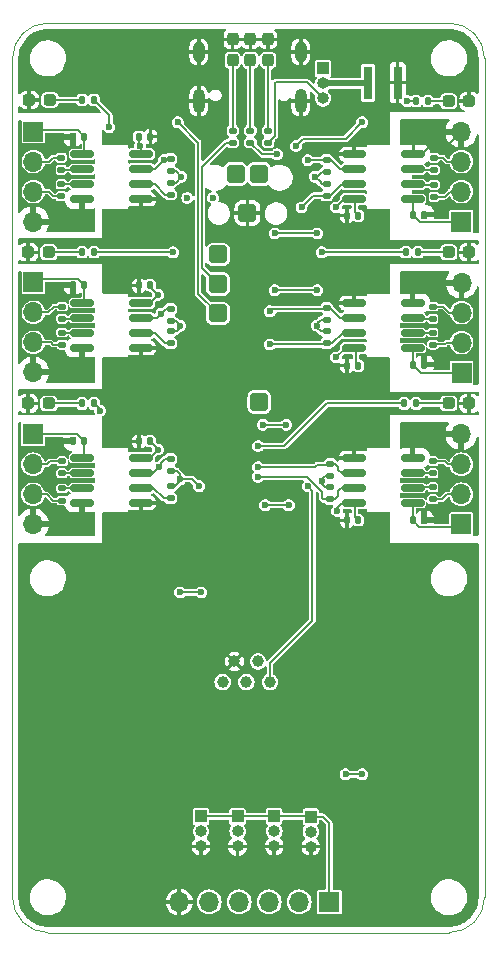
<source format=gbr>
%TF.GenerationSoftware,KiCad,Pcbnew,7.0.7*%
%TF.CreationDate,2024-10-30T15:42:32+00:00*%
%TF.ProjectId,Ponder-Pico2,506f6e64-6572-42d5-9069-636f322e6b69,0.1*%
%TF.SameCoordinates,Original*%
%TF.FileFunction,Copper,L2,Bot*%
%TF.FilePolarity,Positive*%
%FSLAX46Y46*%
G04 Gerber Fmt 4.6, Leading zero omitted, Abs format (unit mm)*
G04 Created by KiCad (PCBNEW 7.0.7) date 2024-10-30 15:42:32*
%MOMM*%
%LPD*%
G01*
G04 APERTURE LIST*
G04 Aperture macros list*
%AMRoundRect*
0 Rectangle with rounded corners*
0 $1 Rounding radius*
0 $2 $3 $4 $5 $6 $7 $8 $9 X,Y pos of 4 corners*
0 Add a 4 corners polygon primitive as box body*
4,1,4,$2,$3,$4,$5,$6,$7,$8,$9,$2,$3,0*
0 Add four circle primitives for the rounded corners*
1,1,$1+$1,$2,$3*
1,1,$1+$1,$4,$5*
1,1,$1+$1,$6,$7*
1,1,$1+$1,$8,$9*
0 Add four rect primitives between the rounded corners*
20,1,$1+$1,$2,$3,$4,$5,0*
20,1,$1+$1,$4,$5,$6,$7,0*
20,1,$1+$1,$6,$7,$8,$9,0*
20,1,$1+$1,$8,$9,$2,$3,0*%
G04 Aperture macros list end*
%TA.AperFunction,ComponentPad*%
%ADD10O,1.000000X2.100000*%
%TD*%
%TA.AperFunction,ComponentPad*%
%ADD11O,1.000000X1.800000*%
%TD*%
%TA.AperFunction,ComponentPad*%
%ADD12RoundRect,0.400000X-0.400000X-0.400000X0.400000X-0.400000X0.400000X0.400000X-0.400000X0.400000X0*%
%TD*%
%TA.AperFunction,SMDPad,CuDef*%
%ADD13RoundRect,0.135000X-0.185000X0.135000X-0.185000X-0.135000X0.185000X-0.135000X0.185000X0.135000X0*%
%TD*%
%TA.AperFunction,SMDPad,CuDef*%
%ADD14RoundRect,0.237500X-0.287500X-0.237500X0.287500X-0.237500X0.287500X0.237500X-0.287500X0.237500X0*%
%TD*%
%TA.AperFunction,SMDPad,CuDef*%
%ADD15RoundRect,0.140000X0.140000X0.170000X-0.140000X0.170000X-0.140000X-0.170000X0.140000X-0.170000X0*%
%TD*%
%TA.AperFunction,ComponentPad*%
%ADD16R,1.000000X1.000000*%
%TD*%
%TA.AperFunction,ComponentPad*%
%ADD17O,1.000000X1.000000*%
%TD*%
%TA.AperFunction,SMDPad,CuDef*%
%ADD18RoundRect,0.135000X0.185000X-0.135000X0.185000X0.135000X-0.185000X0.135000X-0.185000X-0.135000X0*%
%TD*%
%TA.AperFunction,SMDPad,CuDef*%
%ADD19RoundRect,0.150000X0.825000X0.150000X-0.825000X0.150000X-0.825000X-0.150000X0.825000X-0.150000X0*%
%TD*%
%TA.AperFunction,SMDPad,CuDef*%
%ADD20RoundRect,0.135000X-0.135000X-0.185000X0.135000X-0.185000X0.135000X0.185000X-0.135000X0.185000X0*%
%TD*%
%TA.AperFunction,SMDPad,CuDef*%
%ADD21C,1.000000*%
%TD*%
%TA.AperFunction,SMDPad,CuDef*%
%ADD22RoundRect,0.237500X0.287500X0.237500X-0.287500X0.237500X-0.287500X-0.237500X0.287500X-0.237500X0*%
%TD*%
%TA.AperFunction,SMDPad,CuDef*%
%ADD23RoundRect,0.140000X-0.140000X-0.170000X0.140000X-0.170000X0.140000X0.170000X-0.140000X0.170000X0*%
%TD*%
%TA.AperFunction,SMDPad,CuDef*%
%ADD24RoundRect,0.150000X-0.825000X-0.150000X0.825000X-0.150000X0.825000X0.150000X-0.825000X0.150000X0*%
%TD*%
%TA.AperFunction,ComponentPad*%
%ADD25R,1.700000X1.700000*%
%TD*%
%TA.AperFunction,ComponentPad*%
%ADD26O,1.700000X1.700000*%
%TD*%
%TA.AperFunction,SMDPad,CuDef*%
%ADD27RoundRect,0.135000X0.135000X0.185000X-0.135000X0.185000X-0.135000X-0.185000X0.135000X-0.185000X0*%
%TD*%
%TA.AperFunction,SMDPad,CuDef*%
%ADD28RoundRect,0.237500X-0.237500X0.287500X-0.237500X-0.287500X0.237500X-0.287500X0.237500X0.287500X0*%
%TD*%
%TA.AperFunction,SMDPad,CuDef*%
%ADD29R,0.780000X2.835000*%
%TD*%
%TA.AperFunction,SMDPad,CuDef*%
%ADD30R,0.740000X2.835000*%
%TD*%
%TA.AperFunction,ViaPad*%
%ADD31C,0.600000*%
%TD*%
%TA.AperFunction,Conductor*%
%ADD32C,0.150000*%
%TD*%
%TA.AperFunction,Conductor*%
%ADD33C,0.500000*%
%TD*%
%TA.AperFunction,Profile*%
%ADD34C,0.100000*%
%TD*%
G04 APERTURE END LIST*
D10*
%TO.P,J1,S1,SHIELD*%
%TO.N,GND*%
X145020000Y-79605000D03*
D11*
X145020000Y-75425000D03*
D10*
X136380000Y-79605000D03*
D11*
X136380000Y-75425000D03*
%TD*%
D12*
%TO.P,U1,44,GND*%
%TO.N,GND*%
X140500000Y-89080000D03*
%TO.P,U1,45,USB_DM*%
%TO.N,/USB_D-*%
X141500000Y-85780000D03*
%TO.P,U1,46,USB_DP*%
%TO.N,/USB_D+*%
X139500000Y-85780000D03*
%TO.P,U1,47,SMPS_PS_(TEST)*%
%TO.N,unconnected-(U1-SMPS_PS_(TEST)-Pad47)*%
X138000000Y-92580000D03*
%TO.P,U1,48,GPIO25/LED*%
%TO.N,/RP_PWR_LED*%
X138000000Y-95080000D03*
%TO.P,U1,49,BOOTSEL*%
%TO.N,/BOOTSEL*%
X138000000Y-97580000D03*
%TO.P,U1,50,1V1_(TEST)*%
%TO.N,unconnected-(U1-1V1_(TEST)-Pad50)*%
X141500000Y-105080000D03*
%TD*%
D13*
%TO.P,R14,1*%
%TO.N,Net-(J4-Pin_2)*%
X124800000Y-110090000D03*
%TO.P,R14,2*%
%TO.N,/DUT2_TX*%
X124800000Y-111110000D03*
%TD*%
D14*
%TO.P,D1,1,K*%
%TO.N,GND*%
X122025000Y-79500000D03*
%TO.P,D1,2,A*%
%TO.N,Net-(D1-A)*%
X123775000Y-79500000D03*
%TD*%
D15*
%TO.P,C29,1*%
%TO.N,+3V3*%
X149880000Y-101995000D03*
%TO.P,C29,2*%
%TO.N,GND*%
X148920000Y-101995000D03*
%TD*%
D16*
%TO.P,J12,1,Pin_1*%
%TO.N,+3V3*%
X145865000Y-140180000D03*
D17*
%TO.P,J12,2,Pin_2*%
%TO.N,Net-(J12-Pin_2)*%
X145865000Y-141450000D03*
%TO.P,J12,3,Pin_3*%
%TO.N,GND*%
X145865000Y-142720000D03*
%TD*%
D18*
%TO.P,R38,1*%
%TO.N,+3V3*%
X147200000Y-85600000D03*
%TO.P,R38,2*%
%TO.N,/RP_UART5_TX*%
X147200000Y-84580000D03*
%TD*%
D19*
%TO.P,U4,1,VDD1*%
%TO.N,+3V3*%
X131475000Y-84095000D03*
%TO.P,U4,2,VOA*%
%TO.N,/RP_UART0_RX*%
X131475000Y-85365000D03*
%TO.P,U4,3,VIB*%
%TO.N,/RP_UART0_TX*%
X131475000Y-86635000D03*
%TO.P,U4,4,GND1*%
%TO.N,GND*%
X131475000Y-87905000D03*
%TO.P,U4,5,GND2*%
%TO.N,/DUT0_GND*%
X126525000Y-87905000D03*
%TO.P,U4,6,VOB*%
%TO.N,/DUT0_RX*%
X126525000Y-86635000D03*
%TO.P,U4,7,VIA*%
%TO.N,/DUT0_TX*%
X126525000Y-85365000D03*
%TO.P,U4,8,VDD2*%
%TO.N,/DUT0_VCC*%
X126525000Y-84095000D03*
%TD*%
D15*
%TO.P,C30,1*%
%TO.N,+3V3*%
X149880000Y-89295000D03*
%TO.P,C30,2*%
%TO.N,GND*%
X148920000Y-89295000D03*
%TD*%
%TO.P,C22,1*%
%TO.N,/DUT0_VCC*%
X126680000Y-82600000D03*
%TO.P,C22,2*%
%TO.N,/DUT0_GND*%
X125720000Y-82600000D03*
%TD*%
D18*
%TO.P,R42,1*%
%TO.N,VBUS*%
X142250000Y-83110000D03*
%TO.P,R42,2*%
%TO.N,Net-(D9-A)*%
X142250000Y-82090000D03*
%TD*%
D20*
%TO.P,R34,1*%
%TO.N,/RP_UART4_LED*%
X153890000Y-92400000D03*
%TO.P,R34,2*%
%TO.N,Net-(D5-A)*%
X154910000Y-92400000D03*
%TD*%
D21*
%TO.P,TP4,1,1*%
%TO.N,+3V3*%
X141400000Y-127040784D03*
%TD*%
D18*
%TO.P,R11,1*%
%TO.N,Net-(J2-Pin_3)*%
X124750000Y-87650000D03*
%TO.P,R11,2*%
%TO.N,/DUT0_RX*%
X124750000Y-86630000D03*
%TD*%
D13*
%TO.P,R33,1*%
%TO.N,+3V3*%
X147500000Y-112290000D03*
%TO.P,R33,2*%
%TO.N,/RP_UART3_RX*%
X147500000Y-113310000D03*
%TD*%
D21*
%TO.P,TP5,1,1*%
%TO.N,/RUN*%
X142400000Y-128790784D03*
%TD*%
D13*
%TO.P,R26,1*%
%TO.N,+3V3*%
X134000000Y-99090000D03*
%TO.P,R26,2*%
%TO.N,/RP_UART1_TX*%
X134000000Y-100110000D03*
%TD*%
D15*
%TO.P,C27,1*%
%TO.N,/DUT2_VCC*%
X126680000Y-108400000D03*
%TO.P,C27,2*%
%TO.N,/DUT2_GND*%
X125720000Y-108400000D03*
%TD*%
D13*
%TO.P,R21,1*%
%TO.N,Net-(J7-Pin_3)*%
X156300000Y-84385000D03*
%TO.P,R21,2*%
%TO.N,/DUT5_RX*%
X156300000Y-85405000D03*
%TD*%
D21*
%TO.P,TP1,1,1*%
%TO.N,/SWCLK*%
X138400000Y-128790784D03*
%TD*%
D22*
%TO.P,D4,1,K*%
%TO.N,GND*%
X159275000Y-105200000D03*
%TO.P,D4,2,A*%
%TO.N,Net-(D4-A)*%
X157525000Y-105200000D03*
%TD*%
D19*
%TO.P,U5,1,VDD1*%
%TO.N,+3V3*%
X131475000Y-96690000D03*
%TO.P,U5,2,VOA*%
%TO.N,/RP_UART1_RX*%
X131475000Y-97960000D03*
%TO.P,U5,3,VIB*%
%TO.N,/RP_UART1_TX*%
X131475000Y-99230000D03*
%TO.P,U5,4,GND1*%
%TO.N,GND*%
X131475000Y-100500000D03*
%TO.P,U5,5,GND2*%
%TO.N,/DUT1_GND*%
X126525000Y-100500000D03*
%TO.P,U5,6,VOB*%
%TO.N,/DUT1_RX*%
X126525000Y-99230000D03*
%TO.P,U5,7,VIA*%
%TO.N,/DUT1_TX*%
X126525000Y-97960000D03*
%TO.P,U5,8,VDD2*%
%TO.N,/DUT1_VCC*%
X126525000Y-96690000D03*
%TD*%
D13*
%TO.P,R37,1*%
%TO.N,+3V3*%
X147200000Y-99090000D03*
%TO.P,R37,2*%
%TO.N,/RP_UART4_RX*%
X147200000Y-100110000D03*
%TD*%
D23*
%TO.P,C28,1*%
%TO.N,/DUT3_VCC*%
X154520000Y-115100000D03*
%TO.P,C28,2*%
%TO.N,/DUT3_GND*%
X155480000Y-115100000D03*
%TD*%
D13*
%TO.P,R23,1*%
%TO.N,+3V3*%
X134000000Y-86490000D03*
%TO.P,R23,2*%
%TO.N,/RP_UART0_TX*%
X134000000Y-87510000D03*
%TD*%
%TO.P,R19,1*%
%TO.N,Net-(J6-Pin_3)*%
X156200000Y-96990000D03*
%TO.P,R19,2*%
%TO.N,/DUT4_RX*%
X156200000Y-98010000D03*
%TD*%
D18*
%TO.P,R27,1*%
%TO.N,+3V3*%
X134000000Y-98210000D03*
%TO.P,R27,2*%
%TO.N,/RP_UART1_RX*%
X134000000Y-97190000D03*
%TD*%
%TO.P,R18,1*%
%TO.N,Net-(J6-Pin_2)*%
X156200000Y-100210000D03*
%TO.P,R18,2*%
%TO.N,/DUT4_TX*%
X156200000Y-99190000D03*
%TD*%
D13*
%TO.P,R10,1*%
%TO.N,Net-(J2-Pin_2)*%
X124750000Y-84390000D03*
%TO.P,R10,2*%
%TO.N,/DUT0_TX*%
X124750000Y-85410000D03*
%TD*%
D20*
%TO.P,R35,1*%
%TO.N,/RP_UART5_LED*%
X154790000Y-79600000D03*
%TO.P,R35,2*%
%TO.N,Net-(D6-A)*%
X155810000Y-79600000D03*
%TD*%
D18*
%TO.P,R30,1*%
%TO.N,+3V3*%
X134000000Y-110910000D03*
%TO.P,R30,2*%
%TO.N,/RP_UART2_RX*%
X134000000Y-109890000D03*
%TD*%
%TO.P,R40,1*%
%TO.N,/RP_PWR_LED*%
X139250000Y-83110000D03*
%TO.P,R40,2*%
%TO.N,Net-(D7-A)*%
X139250000Y-82090000D03*
%TD*%
D24*
%TO.P,U9,1,VDD1*%
%TO.N,+3V3*%
X149525000Y-87905000D03*
%TO.P,U9,2,VOA*%
%TO.N,/RP_UART5_RX*%
X149525000Y-86635000D03*
%TO.P,U9,3,VIB*%
%TO.N,/RP_UART5_TX*%
X149525000Y-85365000D03*
%TO.P,U9,4,GND1*%
%TO.N,GND*%
X149525000Y-84095000D03*
%TO.P,U9,5,GND2*%
%TO.N,/DUT5_GND*%
X154475000Y-84095000D03*
%TO.P,U9,6,VOB*%
%TO.N,/DUT5_RX*%
X154475000Y-85365000D03*
%TO.P,U9,7,VIA*%
%TO.N,/DUT5_TX*%
X154475000Y-86635000D03*
%TO.P,U9,8,VDD2*%
%TO.N,/DUT5_VCC*%
X154475000Y-87905000D03*
%TD*%
D18*
%TO.P,R32,1*%
%TO.N,+3V3*%
X147500000Y-111310000D03*
%TO.P,R32,2*%
%TO.N,/RP_UART3_TX*%
X147500000Y-110290000D03*
%TD*%
D21*
%TO.P,TP2,1,1*%
%TO.N,/SWD*%
X140400000Y-128790784D03*
%TD*%
D18*
%TO.P,R15,1*%
%TO.N,Net-(J4-Pin_3)*%
X124800000Y-113415000D03*
%TO.P,R15,2*%
%TO.N,/DUT2_RX*%
X124800000Y-112395000D03*
%TD*%
D13*
%TO.P,R39,1*%
%TO.N,+3V3*%
X147200000Y-86580000D03*
%TO.P,R39,2*%
%TO.N,/RP_UART5_RX*%
X147200000Y-87600000D03*
%TD*%
D25*
%TO.P,J6,1,Pin_1*%
%TO.N,/DUT4_VCC*%
X158625000Y-102580000D03*
D26*
%TO.P,J6,2,Pin_2*%
%TO.N,Net-(J6-Pin_2)*%
X158625000Y-100040000D03*
%TO.P,J6,3,Pin_3*%
%TO.N,Net-(J6-Pin_3)*%
X158625000Y-97500000D03*
%TO.P,J6,4,Pin_4*%
%TO.N,/DUT4_GND*%
X158625000Y-94960000D03*
%TD*%
D14*
%TO.P,D3,1,K*%
%TO.N,GND*%
X121925000Y-105200000D03*
%TO.P,D3,2,A*%
%TO.N,Net-(D3-A)*%
X123675000Y-105200000D03*
%TD*%
D15*
%TO.P,C24,1*%
%TO.N,/DUT1_VCC*%
X126680000Y-95200000D03*
%TO.P,C24,2*%
%TO.N,/DUT1_GND*%
X125720000Y-95200000D03*
%TD*%
D23*
%TO.P,C31,1*%
%TO.N,/DUT4_VCC*%
X154520000Y-101900000D03*
%TO.P,C31,2*%
%TO.N,/DUT4_GND*%
X155480000Y-101900000D03*
%TD*%
D27*
%TO.P,R25,1*%
%TO.N,/RP_UART1_LED*%
X127510000Y-92400000D03*
%TO.P,R25,2*%
%TO.N,Net-(D2-A)*%
X126490000Y-92400000D03*
%TD*%
D28*
%TO.P,D9,1,K*%
%TO.N,GND*%
X142250000Y-74375000D03*
%TO.P,D9,2,A*%
%TO.N,Net-(D9-A)*%
X142250000Y-76125000D03*
%TD*%
D24*
%TO.P,U7,1,VDD1*%
%TO.N,+3V3*%
X149525000Y-113610000D03*
%TO.P,U7,2,VOA*%
%TO.N,/RP_UART3_RX*%
X149525000Y-112340000D03*
%TO.P,U7,3,VIB*%
%TO.N,/RP_UART3_TX*%
X149525000Y-111070000D03*
%TO.P,U7,4,GND1*%
%TO.N,GND*%
X149525000Y-109800000D03*
%TO.P,U7,5,GND2*%
%TO.N,/DUT3_GND*%
X154475000Y-109800000D03*
%TO.P,U7,6,VOB*%
%TO.N,/DUT3_RX*%
X154475000Y-111070000D03*
%TO.P,U7,7,VIA*%
%TO.N,/DUT3_TX*%
X154475000Y-112340000D03*
%TO.P,U7,8,VDD2*%
%TO.N,/DUT3_VCC*%
X154475000Y-113610000D03*
%TD*%
D18*
%TO.P,R36,1*%
%TO.N,+3V3*%
X147200000Y-98110000D03*
%TO.P,R36,2*%
%TO.N,/RP_UART4_TX*%
X147200000Y-97090000D03*
%TD*%
D28*
%TO.P,D7,1,K*%
%TO.N,GND*%
X139250000Y-74375000D03*
%TO.P,D7,2,A*%
%TO.N,Net-(D7-A)*%
X139250000Y-76125000D03*
%TD*%
D23*
%TO.P,C21,1*%
%TO.N,+3V3*%
X131320000Y-82600000D03*
%TO.P,C21,2*%
%TO.N,GND*%
X132280000Y-82600000D03*
%TD*%
D13*
%TO.P,R29,1*%
%TO.N,+3V3*%
X134000000Y-112200000D03*
%TO.P,R29,2*%
%TO.N,/RP_UART2_TX*%
X134000000Y-113220000D03*
%TD*%
D15*
%TO.P,C26,1*%
%TO.N,+3V3*%
X149880000Y-115100000D03*
%TO.P,C26,2*%
%TO.N,GND*%
X148920000Y-115100000D03*
%TD*%
D16*
%TO.P,J13,1,Pin_1*%
%TO.N,+3V3*%
X142765000Y-140150000D03*
D17*
%TO.P,J13,2,Pin_2*%
%TO.N,Net-(J13-Pin_2)*%
X142765000Y-141420000D03*
%TO.P,J13,3,Pin_3*%
%TO.N,GND*%
X142765000Y-142690000D03*
%TD*%
D25*
%TO.P,J2,1,Pin_1*%
%TO.N,/DUT0_VCC*%
X122375000Y-82175000D03*
D26*
%TO.P,J2,2,Pin_2*%
%TO.N,Net-(J2-Pin_2)*%
X122375000Y-84715000D03*
%TO.P,J2,3,Pin_3*%
%TO.N,Net-(J2-Pin_3)*%
X122375000Y-87255000D03*
%TO.P,J2,4,Pin_4*%
%TO.N,/DUT0_GND*%
X122375000Y-89795000D03*
%TD*%
D25*
%TO.P,J7,1,Pin_1*%
%TO.N,/DUT5_VCC*%
X158600000Y-89800000D03*
D26*
%TO.P,J7,2,Pin_2*%
%TO.N,Net-(J7-Pin_2)*%
X158600000Y-87260000D03*
%TO.P,J7,3,Pin_3*%
%TO.N,Net-(J7-Pin_3)*%
X158600000Y-84720000D03*
%TO.P,J7,4,Pin_4*%
%TO.N,/DUT5_GND*%
X158600000Y-82180000D03*
%TD*%
D24*
%TO.P,U8,1,VDD1*%
%TO.N,+3V3*%
X149525000Y-100500000D03*
%TO.P,U8,2,VOA*%
%TO.N,/RP_UART4_RX*%
X149525000Y-99230000D03*
%TO.P,U8,3,VIB*%
%TO.N,/RP_UART4_TX*%
X149525000Y-97960000D03*
%TO.P,U8,4,GND1*%
%TO.N,GND*%
X149525000Y-96690000D03*
%TO.P,U8,5,GND2*%
%TO.N,/DUT4_GND*%
X154475000Y-96690000D03*
%TO.P,U8,6,VOB*%
%TO.N,/DUT4_RX*%
X154475000Y-97960000D03*
%TO.P,U8,7,VIA*%
%TO.N,/DUT4_TX*%
X154475000Y-99230000D03*
%TO.P,U8,8,VDD2*%
%TO.N,/DUT4_VCC*%
X154475000Y-100500000D03*
%TD*%
D29*
%TO.P,J10,1,Pin_1*%
%TO.N,GND*%
X153220000Y-78032500D03*
D30*
%TO.P,J10,2,Pin_2*%
%TO.N,/VOUT1_SELECT*%
X150700000Y-78032500D03*
%TD*%
D18*
%TO.P,R16,1*%
%TO.N,Net-(J5-Pin_2)*%
X156200000Y-113310000D03*
%TO.P,R16,2*%
%TO.N,/DUT3_TX*%
X156200000Y-112290000D03*
%TD*%
%TO.P,R13,1*%
%TO.N,Net-(J3-Pin_3)*%
X124800000Y-100210000D03*
%TO.P,R13,2*%
%TO.N,/DUT1_RX*%
X124800000Y-99190000D03*
%TD*%
D28*
%TO.P,D8,1,K*%
%TO.N,GND*%
X140750000Y-74375000D03*
%TO.P,D8,2,A*%
%TO.N,Net-(D8-A)*%
X140750000Y-76125000D03*
%TD*%
D20*
%TO.P,R31,1*%
%TO.N,/RP_UART3_LED*%
X153780000Y-105200000D03*
%TO.P,R31,2*%
%TO.N,Net-(D4-A)*%
X154800000Y-105200000D03*
%TD*%
D13*
%TO.P,R17,1*%
%TO.N,Net-(J5-Pin_3)*%
X156200000Y-110090000D03*
%TO.P,R17,2*%
%TO.N,/DUT3_RX*%
X156200000Y-111110000D03*
%TD*%
D14*
%TO.P,D2,1,K*%
%TO.N,GND*%
X121925000Y-92400000D03*
%TO.P,D2,2,A*%
%TO.N,Net-(D2-A)*%
X123675000Y-92400000D03*
%TD*%
D13*
%TO.P,R12,1*%
%TO.N,Net-(J3-Pin_2)*%
X124800000Y-96990000D03*
%TO.P,R12,2*%
%TO.N,/DUT1_TX*%
X124800000Y-98010000D03*
%TD*%
D25*
%TO.P,J3,1,Pin_1*%
%TO.N,/DUT1_VCC*%
X122375000Y-94950000D03*
D26*
%TO.P,J3,2,Pin_2*%
%TO.N,Net-(J3-Pin_2)*%
X122375000Y-97490000D03*
%TO.P,J3,3,Pin_3*%
%TO.N,Net-(J3-Pin_3)*%
X122375000Y-100030000D03*
%TO.P,J3,4,Pin_4*%
%TO.N,/DUT1_GND*%
X122375000Y-102570000D03*
%TD*%
D22*
%TO.P,D6,1,K*%
%TO.N,GND*%
X159275000Y-79600000D03*
%TO.P,D6,2,A*%
%TO.N,Net-(D6-A)*%
X157525000Y-79600000D03*
%TD*%
%TO.P,D5,1,K*%
%TO.N,GND*%
X159275000Y-92400000D03*
%TO.P,D5,2,A*%
%TO.N,Net-(D5-A)*%
X157525000Y-92400000D03*
%TD*%
D15*
%TO.P,C25,1*%
%TO.N,+3V3*%
X132280000Y-108400000D03*
%TO.P,C25,2*%
%TO.N,GND*%
X131320000Y-108400000D03*
%TD*%
D25*
%TO.P,J5,1,Pin_1*%
%TO.N,/DUT3_VCC*%
X158600000Y-115420000D03*
D26*
%TO.P,J5,2,Pin_2*%
%TO.N,Net-(J5-Pin_2)*%
X158600000Y-112880000D03*
%TO.P,J5,3,Pin_3*%
%TO.N,Net-(J5-Pin_3)*%
X158600000Y-110340000D03*
%TO.P,J5,4,Pin_4*%
%TO.N,/DUT3_GND*%
X158600000Y-107800000D03*
%TD*%
D25*
%TO.P,J8,1,Pin_1*%
%TO.N,+3V3*%
X147425000Y-147400000D03*
D26*
%TO.P,J8,2,Pin_2*%
%TO.N,/RP_SPI0-MISO_I2C0-SDA*%
X144885000Y-147400000D03*
%TO.P,J8,3,Pin_3*%
%TO.N,/RP_SPI0-CSn_I2C0-SCL*%
X142345000Y-147400000D03*
%TO.P,J8,4,Pin_4*%
%TO.N,/RP_SPI0-SCK_I2C1-SDA*%
X139805000Y-147400000D03*
%TO.P,J8,5,Pin_5*%
%TO.N,/RP_SPI0-MOSI_I2C1-SCL*%
X137265000Y-147400000D03*
%TO.P,J8,6,Pin_6*%
%TO.N,GND*%
X134725000Y-147400000D03*
%TD*%
D23*
%TO.P,C32,1*%
%TO.N,/DUT5_VCC*%
X154520000Y-89200000D03*
%TO.P,C32,2*%
%TO.N,/DUT5_GND*%
X155480000Y-89200000D03*
%TD*%
D16*
%TO.P,J14,1,Pin_1*%
%TO.N,+3V3*%
X139665000Y-140160000D03*
D17*
%TO.P,J14,2,Pin_2*%
%TO.N,Net-(J14-Pin_2)*%
X139665000Y-141430000D03*
%TO.P,J14,3,Pin_3*%
%TO.N,GND*%
X139665000Y-142700000D03*
%TD*%
D18*
%TO.P,R20,1*%
%TO.N,Net-(J7-Pin_2)*%
X156300000Y-87710000D03*
%TO.P,R20,2*%
%TO.N,/DUT5_TX*%
X156300000Y-86690000D03*
%TD*%
D16*
%TO.P,J9,1,Pin_1*%
%TO.N,+3V3*%
X146900000Y-76825000D03*
D17*
%TO.P,J9,2,Pin_2*%
%TO.N,/VOUT1_SELECT*%
X146900000Y-78095000D03*
%TO.P,J9,3,Pin_3*%
%TO.N,VBUS*%
X146900000Y-79365000D03*
%TD*%
D16*
%TO.P,J15,1,Pin_1*%
%TO.N,+3V3*%
X136565000Y-140160000D03*
D17*
%TO.P,J15,2,Pin_2*%
%TO.N,Net-(J15-Pin_2)*%
X136565000Y-141430000D03*
%TO.P,J15,3,Pin_3*%
%TO.N,GND*%
X136565000Y-142700000D03*
%TD*%
D19*
%TO.P,U6,1,VDD1*%
%TO.N,+3V3*%
X131475000Y-109800000D03*
%TO.P,U6,2,VOA*%
%TO.N,/RP_UART2_RX*%
X131475000Y-111070000D03*
%TO.P,U6,3,VIB*%
%TO.N,/RP_UART2_TX*%
X131475000Y-112340000D03*
%TO.P,U6,4,GND1*%
%TO.N,GND*%
X131475000Y-113610000D03*
%TO.P,U6,5,GND2*%
%TO.N,/DUT2_GND*%
X126525000Y-113610000D03*
%TO.P,U6,6,VOB*%
%TO.N,/DUT2_RX*%
X126525000Y-112340000D03*
%TO.P,U6,7,VIA*%
%TO.N,/DUT2_TX*%
X126525000Y-111070000D03*
%TO.P,U6,8,VDD2*%
%TO.N,/DUT2_VCC*%
X126525000Y-109800000D03*
%TD*%
D27*
%TO.P,R22,1*%
%TO.N,/RP_UART0_LED*%
X127510000Y-79500000D03*
%TO.P,R22,2*%
%TO.N,Net-(D1-A)*%
X126490000Y-79500000D03*
%TD*%
D18*
%TO.P,R41,1*%
%TO.N,+3V3*%
X140750000Y-83110000D03*
%TO.P,R41,2*%
%TO.N,Net-(D8-A)*%
X140750000Y-82090000D03*
%TD*%
D15*
%TO.P,C23,1*%
%TO.N,+3V3*%
X132280000Y-95200000D03*
%TO.P,C23,2*%
%TO.N,GND*%
X131320000Y-95200000D03*
%TD*%
D21*
%TO.P,TP3,1,1*%
%TO.N,GND*%
X139400000Y-127040784D03*
%TD*%
D27*
%TO.P,R28,1*%
%TO.N,/RP_UART2_LED*%
X127510000Y-105200000D03*
%TO.P,R28,2*%
%TO.N,Net-(D3-A)*%
X126490000Y-105200000D03*
%TD*%
D18*
%TO.P,R24,1*%
%TO.N,+3V3*%
X134000000Y-85510000D03*
%TO.P,R24,2*%
%TO.N,/RP_UART0_RX*%
X134000000Y-84490000D03*
%TD*%
D25*
%TO.P,J4,1,Pin_1*%
%TO.N,/DUT2_VCC*%
X122350000Y-107805000D03*
D26*
%TO.P,J4,2,Pin_2*%
%TO.N,Net-(J4-Pin_2)*%
X122350000Y-110345000D03*
%TO.P,J4,3,Pin_3*%
%TO.N,Net-(J4-Pin_3)*%
X122350000Y-112885000D03*
%TO.P,J4,4,Pin_4*%
%TO.N,/DUT2_GND*%
X122350000Y-115425000D03*
%TD*%
D31*
%TO.N,GND*%
X130800000Y-129200000D03*
X145400000Y-115600000D03*
X150400000Y-91000000D03*
X150200000Y-103800000D03*
X143100000Y-83100000D03*
X137600000Y-83200000D03*
X130800000Y-116600000D03*
X130800000Y-103800000D03*
X137200000Y-81400000D03*
X150100000Y-80300000D03*
X140400000Y-134800000D03*
X146800000Y-116000000D03*
X135800000Y-90000000D03*
X144400000Y-81000000D03*
X137200000Y-90000000D03*
X150400000Y-129200000D03*
X139400000Y-127000000D03*
X133300000Y-78000000D03*
X150400000Y-116400000D03*
X130800000Y-91000000D03*
%TO.N,+3V3*%
X134800000Y-121200000D03*
X134800000Y-98600000D03*
X132909502Y-109100000D03*
X143800000Y-107000000D03*
X146200000Y-86000000D03*
X141400000Y-127040784D03*
X141800000Y-107000000D03*
X142800000Y-95600000D03*
X134900000Y-86000000D03*
X146400000Y-95600000D03*
X148090498Y-114300000D03*
X136600000Y-121200000D03*
X150200000Y-136600000D03*
X146800000Y-111800000D03*
X146400000Y-90800000D03*
X135400000Y-87800000D03*
X144000000Y-113800000D03*
X143000000Y-84100000D03*
X131400000Y-83400000D03*
X146400000Y-98600000D03*
X142000000Y-113800000D03*
X132909502Y-96000000D03*
X148000000Y-88600000D03*
X136400000Y-112200000D03*
X148000000Y-101300000D03*
X134800000Y-111600000D03*
X148800000Y-136600000D03*
X137600000Y-87800000D03*
X142800000Y-90800000D03*
%TO.N,/BOOTSEL*%
X134600000Y-81400000D03*
%TO.N,/RUN*%
X142400000Y-128790784D03*
X144600000Y-83400000D03*
X150200000Y-81400000D03*
X145600353Y-112199646D03*
%TO.N,/SWCLK*%
X138400000Y-128800000D03*
%TO.N,/SWD*%
X140400000Y-128800000D03*
%TO.N,/RP_UART0_LED*%
X128800000Y-81800000D03*
%TO.N,/RP_UART0_TX*%
X131600000Y-86600000D03*
%TO.N,/RP_UART0_RX*%
X133400000Y-84600000D03*
%TO.N,/RP_UART1_LED*%
X134200000Y-92400000D03*
%TO.N,/RP_UART1_TX*%
X131600000Y-99200000D03*
%TO.N,/RP_UART1_RX*%
X133200000Y-97600000D03*
%TO.N,/RP_UART2_LED*%
X128000000Y-105800000D03*
%TO.N,/RP_UART2_TX*%
X131475000Y-112340000D03*
%TO.N,/RP_UART2_RX*%
X133000000Y-110600000D03*
%TO.N,/RP_UART3_LED*%
X141400000Y-108800000D03*
%TO.N,/RP_UART3_TX*%
X141400000Y-110600000D03*
%TO.N,/RP_UART3_RX*%
X141400000Y-111400000D03*
%TO.N,/RP_UART4_LED*%
X146800000Y-92400000D03*
%TO.N,/RP_UART5_LED*%
X154029540Y-79611362D03*
%TO.N,/RP_UART4_TX*%
X142400000Y-97400000D03*
%TO.N,/RP_UART4_RX*%
X142400000Y-100200000D03*
%TO.N,/RP_UART5_TX*%
X145600000Y-84600000D03*
%TO.N,/RP_UART5_RX*%
X145075500Y-88600000D03*
%TD*%
D32*
%TO.N,VBUS*%
X142250000Y-83110000D02*
X142795000Y-82565000D01*
X145535000Y-78000000D02*
X146900000Y-79365000D01*
X142795000Y-82565000D02*
X142795000Y-78105000D01*
X142795000Y-78105000D02*
X142900000Y-78000000D01*
X142900000Y-78000000D02*
X145535000Y-78000000D01*
%TO.N,GND*%
X135600000Y-90000000D02*
X135800000Y-90000000D01*
X139400000Y-127040784D02*
X139400000Y-127000000D01*
%TO.N,+3V3*%
X134000000Y-110910000D02*
X134510000Y-110910000D01*
X148800000Y-136600000D02*
X150200000Y-136600000D01*
X132280000Y-95200000D02*
X132280000Y-95370498D01*
X143800000Y-107000000D02*
X141800000Y-107000000D01*
X146690000Y-99090000D02*
X146400000Y-98800000D01*
X149525000Y-87905000D02*
X148695000Y-87905000D01*
X131320000Y-83320000D02*
X131400000Y-83400000D01*
X146400000Y-90800000D02*
X142800000Y-90800000D01*
X147200000Y-99090000D02*
X146690000Y-99090000D01*
X134600000Y-111000000D02*
X134800000Y-111200000D01*
X141740000Y-84100000D02*
X143000000Y-84100000D01*
X148090498Y-114009502D02*
X148090498Y-114300000D01*
X146400000Y-98400000D02*
X146400000Y-98600000D01*
X134800000Y-98800000D02*
X134800000Y-98600000D01*
X134600000Y-98400000D02*
X134800000Y-98600000D01*
X149880000Y-101995000D02*
X149700000Y-101815000D01*
X135800000Y-111600000D02*
X136400000Y-112200000D01*
X147000000Y-112200000D02*
X146800000Y-112000000D01*
X132219502Y-96690000D02*
X132909502Y-96000000D01*
X147500000Y-112290000D02*
X147090000Y-112290000D01*
X148800000Y-100500000D02*
X148000000Y-101300000D01*
X149600000Y-113685000D02*
X149525000Y-113610000D01*
X134000000Y-99090000D02*
X134510000Y-99090000D01*
X147200000Y-85600000D02*
X146800000Y-85600000D01*
X134000000Y-86490000D02*
X134410000Y-86490000D01*
X149600000Y-114820000D02*
X149600000Y-113685000D01*
X134000000Y-98210000D02*
X134410000Y-98210000D01*
X149525000Y-113610000D02*
X148490000Y-113610000D01*
X134800000Y-111800000D02*
X134800000Y-111600000D01*
X149700000Y-100675000D02*
X149525000Y-100500000D01*
X131320000Y-82600000D02*
X131320000Y-83320000D01*
X148695000Y-87905000D02*
X148000000Y-88600000D01*
X147425000Y-140725000D02*
X146880000Y-140180000D01*
X146880000Y-140180000D02*
X145865000Y-140180000D01*
X131475000Y-96690000D02*
X132219502Y-96690000D01*
X149600000Y-89015000D02*
X149600000Y-87980000D01*
X149525000Y-100500000D02*
X148800000Y-100500000D01*
X146780000Y-86580000D02*
X146600000Y-86400000D01*
X147500000Y-111310000D02*
X147090000Y-111310000D01*
X146400000Y-95600000D02*
X142800000Y-95600000D01*
X134410000Y-86490000D02*
X134900000Y-86000000D01*
X132209502Y-109800000D02*
X132909502Y-109100000D01*
X146800000Y-111600000D02*
X146800000Y-111800000D01*
X131475000Y-83475000D02*
X131400000Y-83400000D01*
X146600000Y-86400000D02*
X146200000Y-86000000D01*
X149700000Y-101815000D02*
X149700000Y-100675000D01*
X146400000Y-86000000D02*
X146200000Y-86000000D01*
X147200000Y-98110000D02*
X146690000Y-98110000D01*
X134400000Y-112200000D02*
X134800000Y-111800000D01*
X132280000Y-95370498D02*
X132909502Y-96000000D01*
X149880000Y-89295000D02*
X149600000Y-89015000D01*
X134410000Y-98210000D02*
X134600000Y-98400000D01*
X146800000Y-112000000D02*
X146800000Y-111800000D01*
X142765000Y-140150000D02*
X145835000Y-140150000D01*
X134800000Y-121200000D02*
X136600000Y-121200000D01*
X147090000Y-111310000D02*
X146800000Y-111600000D01*
X139675000Y-140150000D02*
X139665000Y-140160000D01*
X147425000Y-147400000D02*
X147425000Y-140725000D01*
X149880000Y-115100000D02*
X149600000Y-114820000D01*
X134800000Y-111600000D02*
X135800000Y-111600000D01*
X146400000Y-98800000D02*
X146400000Y-98600000D01*
X147090000Y-112290000D02*
X147000000Y-112200000D01*
X134800000Y-111200000D02*
X134800000Y-111600000D01*
X148490000Y-113610000D02*
X148090498Y-114009502D01*
X131475000Y-109800000D02*
X132209502Y-109800000D01*
X132909502Y-109100000D02*
X132909502Y-109029502D01*
X134510000Y-99090000D02*
X134800000Y-98800000D01*
X134410000Y-85510000D02*
X134900000Y-86000000D01*
X136565000Y-140160000D02*
X139665000Y-140160000D01*
X140750000Y-83110000D02*
X141740000Y-84100000D01*
X147200000Y-86580000D02*
X146780000Y-86580000D01*
X145835000Y-140150000D02*
X145865000Y-140180000D01*
X131475000Y-84095000D02*
X131475000Y-83475000D01*
X134510000Y-110910000D02*
X134600000Y-111000000D01*
X134000000Y-112200000D02*
X134400000Y-112200000D01*
X144000000Y-113800000D02*
X142000000Y-113800000D01*
X149600000Y-87980000D02*
X149525000Y-87905000D01*
X146800000Y-85600000D02*
X146400000Y-86000000D01*
X146600000Y-98200000D02*
X146400000Y-98400000D01*
X134000000Y-85510000D02*
X134410000Y-85510000D01*
X132909502Y-109029502D02*
X132280000Y-108400000D01*
X142765000Y-140150000D02*
X139675000Y-140150000D01*
X146690000Y-98110000D02*
X146600000Y-98200000D01*
%TO.N,/BOOTSEL*%
X138000000Y-97580000D02*
X136325000Y-95905000D01*
X136325000Y-83125000D02*
X134600000Y-81400000D01*
X136325000Y-95905000D02*
X136325000Y-83125000D01*
%TO.N,/RUN*%
X148800000Y-82800000D02*
X145200000Y-82800000D01*
X145600353Y-112199646D02*
X146000000Y-112599293D01*
X146000000Y-123600000D02*
X142400000Y-127200000D01*
X142400000Y-127200000D02*
X142400000Y-128790784D01*
X150200000Y-81400000D02*
X148800000Y-82800000D01*
X145200000Y-82800000D02*
X144600000Y-83400000D01*
X146000000Y-112599293D02*
X146000000Y-123600000D01*
%TO.N,/SWCLK*%
X138400000Y-128790784D02*
X138400000Y-128800000D01*
%TO.N,/SWD*%
X140400000Y-128790784D02*
X140400000Y-128800000D01*
%TO.N,/RP_UART0_LED*%
X128800000Y-81800000D02*
X128800000Y-80790000D01*
X128800000Y-80790000D02*
X127510000Y-79500000D01*
%TO.N,/RP_UART0_TX*%
X131475000Y-86635000D02*
X132635000Y-86635000D01*
X132635000Y-86635000D02*
X133510000Y-87510000D01*
X133510000Y-87510000D02*
X134000000Y-87510000D01*
%TO.N,/RP_UART0_RX*%
X131475000Y-85365000D02*
X132635000Y-85365000D01*
X132635000Y-85365000D02*
X133510000Y-84490000D01*
X133510000Y-84490000D02*
X134000000Y-84490000D01*
%TO.N,/RP_UART1_LED*%
X134200000Y-92400000D02*
X127510000Y-92400000D01*
%TO.N,/RP_UART1_TX*%
X132630000Y-99230000D02*
X133510000Y-100110000D01*
X133510000Y-100110000D02*
X134000000Y-100110000D01*
X131475000Y-99230000D02*
X132630000Y-99230000D01*
%TO.N,/RP_UART1_RX*%
X133610000Y-97190000D02*
X134000000Y-97190000D01*
X132840000Y-97960000D02*
X133610000Y-97190000D01*
X131475000Y-97960000D02*
X132840000Y-97960000D01*
%TO.N,/RP_UART2_LED*%
X128000000Y-105690000D02*
X127510000Y-105200000D01*
X128000000Y-105800000D02*
X128000000Y-105690000D01*
%TO.N,/RP_UART2_TX*%
X131475000Y-112340000D02*
X132540000Y-112340000D01*
X133420000Y-113220000D02*
X134000000Y-113220000D01*
X132540000Y-112340000D02*
X133420000Y-113220000D01*
%TO.N,/RP_UART2_RX*%
X132530000Y-111070000D02*
X133200000Y-110400000D01*
X133510000Y-109890000D02*
X134000000Y-109890000D01*
X131475000Y-111070000D02*
X132530000Y-111070000D01*
X133200000Y-110200000D02*
X133510000Y-109890000D01*
X133200000Y-110400000D02*
X133200000Y-110200000D01*
%TO.N,/RP_UART3_LED*%
X147200000Y-105200000D02*
X153780000Y-105200000D01*
X141400000Y-108800000D02*
X143600000Y-108800000D01*
X143600000Y-108800000D02*
X147200000Y-105200000D01*
%TO.N,/RP_UART3_TX*%
X148200000Y-110600000D02*
X147890000Y-110290000D01*
X146200000Y-110600000D02*
X146400000Y-110400000D01*
X141400000Y-110600000D02*
X146200000Y-110600000D01*
X148200000Y-110800000D02*
X148200000Y-110600000D01*
X148470000Y-111070000D02*
X148200000Y-110800000D01*
X149525000Y-111070000D02*
X148470000Y-111070000D01*
X147890000Y-110290000D02*
X147500000Y-110290000D01*
X146400000Y-110400000D02*
X147390000Y-110400000D01*
X147390000Y-110400000D02*
X147500000Y-110290000D01*
%TO.N,/RP_UART3_RX*%
X146800000Y-113200000D02*
X146910000Y-113310000D01*
X148200000Y-113000000D02*
X147890000Y-113310000D01*
X146910000Y-113310000D02*
X147500000Y-113310000D01*
X148460000Y-112340000D02*
X148200000Y-112600000D01*
X149525000Y-112340000D02*
X148460000Y-112340000D01*
X141400000Y-111400000D02*
X145542463Y-111400000D01*
X145542463Y-111400000D02*
X146800000Y-112657537D01*
X147890000Y-113310000D02*
X147500000Y-113310000D01*
X148200000Y-112600000D02*
X148200000Y-113000000D01*
X146800000Y-112657537D02*
X146800000Y-113200000D01*
%TO.N,/RP_UART4_LED*%
X146800000Y-92400000D02*
X153890000Y-92400000D01*
%TO.N,/RP_UART5_LED*%
X154778638Y-79611362D02*
X154790000Y-79600000D01*
X154029540Y-79611362D02*
X154778638Y-79611362D01*
%TO.N,/RP_UART4_TX*%
X149525000Y-97960000D02*
X148360000Y-97960000D01*
X142400000Y-97400000D02*
X142600000Y-97200000D01*
X147090000Y-97200000D02*
X147200000Y-97090000D01*
X147310000Y-97200000D02*
X147200000Y-97090000D01*
X148360000Y-97960000D02*
X147600000Y-97200000D01*
X142600000Y-97200000D02*
X147090000Y-97200000D01*
X147600000Y-97200000D02*
X147310000Y-97200000D01*
%TO.N,/RP_UART4_RX*%
X147690000Y-100110000D02*
X147200000Y-100110000D01*
X147110000Y-100200000D02*
X147200000Y-100110000D01*
X142400000Y-100200000D02*
X147110000Y-100200000D01*
X148570000Y-99230000D02*
X147690000Y-100110000D01*
X149525000Y-99230000D02*
X148570000Y-99230000D01*
%TO.N,/RP_UART5_TX*%
X147580000Y-84580000D02*
X147200000Y-84580000D01*
X145600000Y-84600000D02*
X147180000Y-84600000D01*
X149525000Y-85365000D02*
X148365000Y-85365000D01*
X148365000Y-85365000D02*
X147580000Y-84580000D01*
X147180000Y-84600000D02*
X147200000Y-84580000D01*
%TO.N,/RP_UART5_RX*%
X145075500Y-88600000D02*
X146075500Y-87600000D01*
X148465000Y-86635000D02*
X147500000Y-87600000D01*
X149525000Y-86635000D02*
X148465000Y-86635000D01*
X147500000Y-87600000D02*
X147200000Y-87600000D01*
X146075500Y-87600000D02*
X147200000Y-87600000D01*
%TO.N,/RP_PWR_LED*%
X136625000Y-85175000D02*
X138690000Y-83110000D01*
X138000000Y-95080000D02*
X136625000Y-93705000D01*
X136625000Y-93705000D02*
X136625000Y-85175000D01*
X138690000Y-83110000D02*
X139250000Y-83110000D01*
%TO.N,/DUT0_VCC*%
X126680000Y-83940000D02*
X126525000Y-84095000D01*
X126680000Y-82600000D02*
X126145000Y-82065000D01*
X122485000Y-82065000D02*
X122375000Y-82175000D01*
X126680000Y-82600000D02*
X126680000Y-83940000D01*
X126145000Y-82065000D02*
X122485000Y-82065000D01*
%TO.N,/DUT1_VCC*%
X126145000Y-94665000D02*
X122660000Y-94665000D01*
X126680000Y-95200000D02*
X126680000Y-96535000D01*
X126680000Y-95200000D02*
X126145000Y-94665000D01*
X122660000Y-94665000D02*
X122375000Y-94950000D01*
X126680000Y-96535000D02*
X126525000Y-96690000D01*
%TO.N,/DUT2_VCC*%
X126680000Y-108400000D02*
X126680000Y-109645000D01*
X126085000Y-107805000D02*
X122350000Y-107805000D01*
X126680000Y-108400000D02*
X126085000Y-107805000D01*
X126680000Y-109645000D02*
X126525000Y-109800000D01*
%TO.N,/DUT3_VCC*%
X158385000Y-115635000D02*
X158600000Y-115420000D01*
X155055000Y-115635000D02*
X158385000Y-115635000D01*
X154520000Y-115100000D02*
X154520000Y-113655000D01*
X154520000Y-115100000D02*
X155055000Y-115635000D01*
X154520000Y-113655000D02*
X154475000Y-113610000D01*
%TO.N,/DUT4_VCC*%
X154520000Y-101900000D02*
X154520000Y-100545000D01*
X154520000Y-101900000D02*
X155200000Y-102580000D01*
X155200000Y-102580000D02*
X158625000Y-102580000D01*
X154520000Y-100545000D02*
X154475000Y-100500000D01*
%TO.N,/DUT5_VCC*%
X154520000Y-89200000D02*
X155120000Y-89800000D01*
X155120000Y-89800000D02*
X158600000Y-89800000D01*
X154475000Y-89155000D02*
X154520000Y-89200000D01*
X154475000Y-87905000D02*
X154475000Y-89155000D01*
%TO.N,/DUT5_GND*%
X155305000Y-84095000D02*
X155900000Y-83500000D01*
X155900000Y-83500000D02*
X157300000Y-83500000D01*
X154475000Y-84095000D02*
X155305000Y-84095000D01*
X157300000Y-83500000D02*
X157300000Y-83480000D01*
X157300000Y-83480000D02*
X158600000Y-82180000D01*
%TO.N,Net-(J2-Pin_2)*%
X123685000Y-84715000D02*
X124010000Y-84390000D01*
X122375000Y-84715000D02*
X123685000Y-84715000D01*
X124010000Y-84390000D02*
X124750000Y-84390000D01*
%TO.N,/DUT0_TX*%
X126480000Y-85410000D02*
X126525000Y-85365000D01*
X124750000Y-85410000D02*
X126480000Y-85410000D01*
%TO.N,Net-(J2-Pin_3)*%
X124050000Y-87650000D02*
X124750000Y-87650000D01*
X123655000Y-87255000D02*
X124050000Y-87650000D01*
X122375000Y-87255000D02*
X123655000Y-87255000D01*
%TO.N,/DUT0_RX*%
X124750000Y-86630000D02*
X126520000Y-86630000D01*
X126520000Y-86630000D02*
X126525000Y-86635000D01*
%TO.N,Net-(J3-Pin_2)*%
X124110000Y-96990000D02*
X124800000Y-96990000D01*
X122375000Y-97490000D02*
X123610000Y-97490000D01*
X123610000Y-97490000D02*
X124110000Y-96990000D01*
%TO.N,/DUT1_TX*%
X124800000Y-98010000D02*
X126475000Y-98010000D01*
X126475000Y-98010000D02*
X126525000Y-97960000D01*
%TO.N,Net-(J3-Pin_3)*%
X124010000Y-100210000D02*
X124800000Y-100210000D01*
X123830000Y-100030000D02*
X124010000Y-100210000D01*
X122375000Y-100030000D02*
X123830000Y-100030000D01*
%TO.N,/DUT1_RX*%
X126485000Y-99190000D02*
X126525000Y-99230000D01*
X124800000Y-99190000D02*
X126485000Y-99190000D01*
%TO.N,Net-(J4-Pin_2)*%
X123555000Y-110345000D02*
X123810000Y-110090000D01*
X123810000Y-110090000D02*
X124800000Y-110090000D01*
X122350000Y-110345000D02*
X123555000Y-110345000D01*
%TO.N,/DUT2_TX*%
X124800000Y-111110000D02*
X126485000Y-111110000D01*
X126485000Y-111110000D02*
X126525000Y-111070000D01*
%TO.N,Net-(J4-Pin_3)*%
X123485000Y-112885000D02*
X124015000Y-113415000D01*
X122350000Y-112885000D02*
X123485000Y-112885000D01*
X124015000Y-113415000D02*
X124800000Y-113415000D01*
%TO.N,/DUT2_RX*%
X126470000Y-112395000D02*
X126525000Y-112340000D01*
X124800000Y-112395000D02*
X126470000Y-112395000D01*
%TO.N,Net-(J5-Pin_2)*%
X158600000Y-112880000D02*
X157420000Y-112880000D01*
X157420000Y-112880000D02*
X156990000Y-113310000D01*
X156990000Y-113310000D02*
X156200000Y-113310000D01*
%TO.N,/DUT3_TX*%
X156200000Y-112290000D02*
X154525000Y-112290000D01*
X154525000Y-112290000D02*
X154475000Y-112340000D01*
%TO.N,Net-(J5-Pin_3)*%
X158600000Y-110340000D02*
X157440000Y-110340000D01*
X157200000Y-110100000D02*
X156210000Y-110100000D01*
X156210000Y-110100000D02*
X156200000Y-110090000D01*
X157440000Y-110340000D02*
X157200000Y-110100000D01*
%TO.N,/DUT3_RX*%
X154515000Y-111110000D02*
X154475000Y-111070000D01*
X156200000Y-111110000D02*
X154515000Y-111110000D01*
%TO.N,Net-(J6-Pin_2)*%
X156210000Y-100200000D02*
X156200000Y-100210000D01*
X157200000Y-100200000D02*
X156210000Y-100200000D01*
X158625000Y-100040000D02*
X157360000Y-100040000D01*
X157360000Y-100040000D02*
X157200000Y-100200000D01*
%TO.N,/DUT4_TX*%
X156200000Y-99190000D02*
X154515000Y-99190000D01*
X154515000Y-99190000D02*
X154475000Y-99230000D01*
%TO.N,Net-(J6-Pin_3)*%
X157090000Y-96990000D02*
X156200000Y-96990000D01*
X158625000Y-97500000D02*
X157600000Y-97500000D01*
X157600000Y-97500000D02*
X157090000Y-96990000D01*
%TO.N,/DUT4_RX*%
X156200000Y-98010000D02*
X154525000Y-98010000D01*
X154525000Y-98010000D02*
X154475000Y-97960000D01*
%TO.N,Net-(J7-Pin_2)*%
X158600000Y-87260000D02*
X157640000Y-87260000D01*
X157190000Y-87710000D02*
X156300000Y-87710000D01*
X157640000Y-87260000D02*
X157190000Y-87710000D01*
%TO.N,/DUT5_TX*%
X156300000Y-86690000D02*
X154530000Y-86690000D01*
X154530000Y-86690000D02*
X154475000Y-86635000D01*
%TO.N,Net-(J7-Pin_3)*%
X158600000Y-84720000D02*
X157420000Y-84720000D01*
X157420000Y-84720000D02*
X157085000Y-84385000D01*
X157085000Y-84385000D02*
X156300000Y-84385000D01*
%TO.N,/DUT5_RX*%
X154515000Y-85405000D02*
X154475000Y-85365000D01*
X156300000Y-85405000D02*
X154515000Y-85405000D01*
%TO.N,Net-(D7-A)*%
X139250000Y-82090000D02*
X139250000Y-76125000D01*
%TO.N,Net-(D8-A)*%
X140750000Y-82090000D02*
X140750000Y-76125000D01*
%TO.N,Net-(D9-A)*%
X142250000Y-82090000D02*
X142250000Y-76125000D01*
%TO.N,Net-(D1-A)*%
X123775000Y-79500000D02*
X126490000Y-79500000D01*
%TO.N,Net-(D2-A)*%
X123675000Y-92400000D02*
X126490000Y-92400000D01*
%TO.N,Net-(D3-A)*%
X123675000Y-105200000D02*
X126490000Y-105200000D01*
%TO.N,Net-(D4-A)*%
X154800000Y-105200000D02*
X157525000Y-105200000D01*
%TO.N,Net-(D5-A)*%
X154910000Y-92400000D02*
X157525000Y-92400000D01*
%TO.N,Net-(D6-A)*%
X155810000Y-79600000D02*
X157525000Y-79600000D01*
D33*
%TO.N,/VOUT1_SELECT*%
X146900000Y-78095000D02*
X150637500Y-78095000D01*
D32*
X150637500Y-78095000D02*
X150700000Y-78032500D01*
%TD*%
%TA.AperFunction,Conductor*%
%TO.N,/DUT1_GND*%
G36*
X121348840Y-94017313D02*
G01*
X121374150Y-94061150D01*
X121373936Y-94081473D01*
X121374856Y-94081564D01*
X121374500Y-94085176D01*
X121374500Y-95814819D01*
X121383233Y-95858722D01*
X121397262Y-95879719D01*
X121416496Y-95908504D01*
X121466278Y-95941767D01*
X121510180Y-95950500D01*
X121510181Y-95950500D01*
X123239819Y-95950500D01*
X123239820Y-95950500D01*
X123283722Y-95941767D01*
X123333504Y-95908504D01*
X123366767Y-95858722D01*
X123375500Y-95814820D01*
X123375500Y-95450001D01*
X124941209Y-95450001D01*
X124942854Y-95470910D01*
X124942854Y-95470912D01*
X124987968Y-95626196D01*
X125070280Y-95765377D01*
X125184622Y-95879719D01*
X125323803Y-95962031D01*
X125470000Y-96004505D01*
X125470000Y-95450000D01*
X124941211Y-95450000D01*
X124941209Y-95450001D01*
X123375500Y-95450001D01*
X123375500Y-94964499D01*
X123392813Y-94916934D01*
X123436650Y-94891624D01*
X123449500Y-94890500D01*
X124865839Y-94890500D01*
X124913405Y-94907813D01*
X124932028Y-94940068D01*
X124941209Y-94950000D01*
X125470000Y-94950000D01*
X125478297Y-94941702D01*
X125487313Y-94916934D01*
X125531150Y-94891624D01*
X125544000Y-94890500D01*
X125896000Y-94890500D01*
X125943566Y-94907813D01*
X125968876Y-94951650D01*
X125970000Y-94964500D01*
X125969999Y-96004504D01*
X126116196Y-95962031D01*
X126255377Y-95879719D01*
X126328174Y-95806923D01*
X126374050Y-95785531D01*
X126422945Y-95798632D01*
X126451979Y-95840096D01*
X126454500Y-95859249D01*
X126454500Y-96165500D01*
X126437187Y-96213066D01*
X126393350Y-96238376D01*
X126380500Y-96239500D01*
X125655136Y-96239500D01*
X125630013Y-96242414D01*
X125630007Y-96242415D01*
X125527234Y-96287794D01*
X125447794Y-96367234D01*
X125402414Y-96470011D01*
X125399500Y-96495135D01*
X125399500Y-96736136D01*
X125382187Y-96783702D01*
X125338350Y-96809012D01*
X125288500Y-96800222D01*
X125257806Y-96766027D01*
X125224616Y-96690859D01*
X125149141Y-96615384D01*
X125051498Y-96572270D01*
X125027623Y-96569500D01*
X125027619Y-96569500D01*
X124572377Y-96569500D01*
X124548504Y-96572269D01*
X124450858Y-96615384D01*
X124375384Y-96690858D01*
X124362345Y-96720390D01*
X124327294Y-96756911D01*
X124294650Y-96764500D01*
X124116892Y-96764500D01*
X124114956Y-96764449D01*
X124073936Y-96762299D01*
X124051186Y-96771031D01*
X124040061Y-96774326D01*
X124016233Y-96779391D01*
X124016231Y-96779392D01*
X124009351Y-96784391D01*
X123992386Y-96793603D01*
X123984441Y-96796653D01*
X123984439Y-96796654D01*
X123967210Y-96813883D01*
X123958384Y-96821421D01*
X123938676Y-96835740D01*
X123934423Y-96843106D01*
X123922666Y-96858427D01*
X123538269Y-97242826D01*
X123492393Y-97264218D01*
X123485943Y-97264500D01*
X123406997Y-97264500D01*
X123359431Y-97247187D01*
X123336183Y-97211982D01*
X123303814Y-97105273D01*
X123303812Y-97105270D01*
X123303812Y-97105268D01*
X123211271Y-96932138D01*
X123210910Y-96931462D01*
X123085883Y-96779117D01*
X122933538Y-96654090D01*
X122923597Y-96648776D01*
X122759731Y-96561187D01*
X122571133Y-96503976D01*
X122473066Y-96494317D01*
X122375000Y-96484659D01*
X122374999Y-96484659D01*
X122178866Y-96503976D01*
X121990268Y-96561187D01*
X121816463Y-96654089D01*
X121664117Y-96779117D01*
X121539089Y-96931463D01*
X121446187Y-97105268D01*
X121388976Y-97293866D01*
X121369659Y-97490000D01*
X121388976Y-97686133D01*
X121446187Y-97874731D01*
X121533776Y-98038597D01*
X121539090Y-98048538D01*
X121664117Y-98200883D01*
X121816462Y-98325910D01*
X121884365Y-98362205D01*
X121990268Y-98418812D01*
X121990270Y-98418812D01*
X121990273Y-98418814D01*
X122178868Y-98476024D01*
X122375000Y-98495341D01*
X122571132Y-98476024D01*
X122759727Y-98418814D01*
X122933538Y-98325910D01*
X123085883Y-98200883D01*
X123210910Y-98048538D01*
X123303814Y-97874727D01*
X123336183Y-97768017D01*
X123366558Y-97727526D01*
X123406997Y-97715500D01*
X123603108Y-97715500D01*
X123605044Y-97715551D01*
X123646062Y-97717700D01*
X123646062Y-97717699D01*
X123646064Y-97717700D01*
X123668816Y-97708965D01*
X123679927Y-97705674D01*
X123703768Y-97700607D01*
X123710642Y-97695612D01*
X123727621Y-97686392D01*
X123735560Y-97683346D01*
X123752794Y-97666111D01*
X123761616Y-97658576D01*
X123781323Y-97644260D01*
X123785573Y-97636897D01*
X123797329Y-97621575D01*
X124181731Y-97237174D01*
X124227609Y-97215782D01*
X124234058Y-97215500D01*
X124294650Y-97215500D01*
X124342216Y-97232813D01*
X124362344Y-97259608D01*
X124375384Y-97289141D01*
X124450859Y-97364616D01*
X124548502Y-97407730D01*
X124572377Y-97410500D01*
X125027622Y-97410499D01*
X125051498Y-97407730D01*
X125149141Y-97364616D01*
X125224616Y-97289141D01*
X125267730Y-97191498D01*
X125270500Y-97167623D01*
X125270499Y-96962026D01*
X125287811Y-96914462D01*
X125331649Y-96889152D01*
X125381499Y-96897942D01*
X125412193Y-96932137D01*
X125447794Y-97012765D01*
X125527235Y-97092206D01*
X125630009Y-97137585D01*
X125655135Y-97140500D01*
X127394864Y-97140499D01*
X127419991Y-97137585D01*
X127496110Y-97103974D01*
X127546616Y-97100600D01*
X127587476Y-97130479D01*
X127600000Y-97171670D01*
X127600000Y-97478329D01*
X127582687Y-97525895D01*
X127538850Y-97551205D01*
X127496111Y-97546024D01*
X127419989Y-97512414D01*
X127398161Y-97509882D01*
X127394865Y-97509500D01*
X127394864Y-97509500D01*
X125655136Y-97509500D01*
X125630013Y-97512414D01*
X125630007Y-97512415D01*
X125527234Y-97557794D01*
X125447794Y-97637234D01*
X125402247Y-97740390D01*
X125367196Y-97776910D01*
X125334552Y-97784500D01*
X125305350Y-97784500D01*
X125257784Y-97767187D01*
X125237655Y-97740390D01*
X125231975Y-97727526D01*
X125224616Y-97710859D01*
X125149141Y-97635384D01*
X125051498Y-97592270D01*
X125027623Y-97589500D01*
X125027619Y-97589500D01*
X124572377Y-97589500D01*
X124548504Y-97592269D01*
X124450858Y-97635384D01*
X124375385Y-97710857D01*
X124332270Y-97808501D01*
X124329500Y-97832380D01*
X124329500Y-98187622D01*
X124332269Y-98211495D01*
X124332269Y-98211497D01*
X124332270Y-98211498D01*
X124375384Y-98309141D01*
X124450859Y-98384616D01*
X124548502Y-98427730D01*
X124572377Y-98430500D01*
X125027622Y-98430499D01*
X125051498Y-98427730D01*
X125149141Y-98384616D01*
X125224616Y-98309141D01*
X125237655Y-98279609D01*
X125272706Y-98243089D01*
X125305350Y-98235500D01*
X125378706Y-98235500D01*
X125426272Y-98252813D01*
X125446400Y-98279609D01*
X125447793Y-98282764D01*
X125447794Y-98282765D01*
X125527235Y-98362206D01*
X125630009Y-98407585D01*
X125655135Y-98410500D01*
X127394864Y-98410499D01*
X127419991Y-98407585D01*
X127496110Y-98373974D01*
X127546616Y-98370600D01*
X127587476Y-98400479D01*
X127600000Y-98441670D01*
X127600000Y-98748329D01*
X127582687Y-98795895D01*
X127538850Y-98821205D01*
X127496111Y-98816024D01*
X127419989Y-98782414D01*
X127398161Y-98779882D01*
X127394865Y-98779500D01*
X127394864Y-98779500D01*
X125655136Y-98779500D01*
X125630013Y-98782414D01*
X125630007Y-98782415D01*
X125527234Y-98827794D01*
X125447793Y-98907235D01*
X125441986Y-98920389D01*
X125406936Y-98956910D01*
X125374291Y-98964500D01*
X125305350Y-98964500D01*
X125257784Y-98947187D01*
X125237655Y-98920390D01*
X125237655Y-98920389D01*
X125224616Y-98890859D01*
X125149141Y-98815384D01*
X125051498Y-98772270D01*
X125027623Y-98769500D01*
X125027619Y-98769500D01*
X124572377Y-98769500D01*
X124548504Y-98772269D01*
X124450858Y-98815384D01*
X124375385Y-98890857D01*
X124332270Y-98988501D01*
X124329500Y-99012380D01*
X124329500Y-99367622D01*
X124332269Y-99391495D01*
X124332269Y-99391497D01*
X124332270Y-99391498D01*
X124375384Y-99489141D01*
X124450859Y-99564616D01*
X124548502Y-99607730D01*
X124572377Y-99610500D01*
X125027622Y-99610499D01*
X125051498Y-99607730D01*
X125149141Y-99564616D01*
X125224616Y-99489141D01*
X125237655Y-99459609D01*
X125272706Y-99423089D01*
X125305350Y-99415500D01*
X125338968Y-99415500D01*
X125386534Y-99432813D01*
X125406661Y-99459607D01*
X125447794Y-99552764D01*
X125447794Y-99552765D01*
X125509355Y-99614326D01*
X125530747Y-99660202D01*
X125517646Y-99709097D01*
X125477676Y-99737713D01*
X125439802Y-99748717D01*
X125298442Y-99832317D01*
X125274582Y-99856177D01*
X125228705Y-99877568D01*
X125179811Y-99864465D01*
X125169932Y-99856175D01*
X125149142Y-99835385D01*
X125149141Y-99835384D01*
X125051498Y-99792270D01*
X125027623Y-99789500D01*
X125027619Y-99789500D01*
X124572377Y-99789500D01*
X124548504Y-99792269D01*
X124450858Y-99835384D01*
X124375384Y-99910858D01*
X124362345Y-99940390D01*
X124327294Y-99976911D01*
X124294650Y-99984500D01*
X124134057Y-99984500D01*
X124086491Y-99967187D01*
X124081731Y-99962826D01*
X123994321Y-99875416D01*
X123992988Y-99874011D01*
X123965508Y-99843492D01*
X123965504Y-99843489D01*
X123943252Y-99833582D01*
X123933047Y-99828041D01*
X123912619Y-99814774D01*
X123912616Y-99814773D01*
X123906505Y-99813805D01*
X123904213Y-99813442D01*
X123885700Y-99807958D01*
X123877932Y-99804500D01*
X123877931Y-99804500D01*
X123853573Y-99804500D01*
X123841998Y-99803589D01*
X123838474Y-99803031D01*
X123817935Y-99799777D01*
X123817934Y-99799777D01*
X123809720Y-99801979D01*
X123790568Y-99804500D01*
X123406997Y-99804500D01*
X123359431Y-99787187D01*
X123336183Y-99751982D01*
X123303814Y-99645273D01*
X123303812Y-99645270D01*
X123303812Y-99645268D01*
X123252048Y-99548426D01*
X123210910Y-99471462D01*
X123085883Y-99319117D01*
X122933538Y-99194090D01*
X122923597Y-99188776D01*
X122759731Y-99101187D01*
X122571133Y-99043976D01*
X122473065Y-99034317D01*
X122375000Y-99024659D01*
X122374999Y-99024659D01*
X122178866Y-99043976D01*
X121990268Y-99101187D01*
X121816463Y-99194089D01*
X121664117Y-99319117D01*
X121539089Y-99471463D01*
X121446187Y-99645268D01*
X121388976Y-99833866D01*
X121369659Y-100029999D01*
X121388976Y-100226133D01*
X121446187Y-100414731D01*
X121496651Y-100509141D01*
X121539090Y-100588538D01*
X121664117Y-100740883D01*
X121816462Y-100865910D01*
X121893426Y-100907048D01*
X121990268Y-100958812D01*
X121990270Y-100958812D01*
X121990273Y-100958814D01*
X122178868Y-101016024D01*
X122375000Y-101035341D01*
X122571132Y-101016024D01*
X122759727Y-100958814D01*
X122933538Y-100865910D01*
X123085883Y-100740883D01*
X123210910Y-100588538D01*
X123303814Y-100414727D01*
X123336183Y-100308017D01*
X123366558Y-100267526D01*
X123406997Y-100255500D01*
X123705942Y-100255500D01*
X123753508Y-100272813D01*
X123758268Y-100277174D01*
X123845678Y-100364583D01*
X123847011Y-100365988D01*
X123866492Y-100387623D01*
X123874493Y-100396509D01*
X123896753Y-100406419D01*
X123906954Y-100411959D01*
X123927379Y-100425224D01*
X123927380Y-100425224D01*
X123927382Y-100425225D01*
X123935776Y-100426554D01*
X123954300Y-100432041D01*
X123962068Y-100435500D01*
X123986427Y-100435500D01*
X123998004Y-100436411D01*
X124022064Y-100440222D01*
X124022064Y-100440221D01*
X124022065Y-100440222D01*
X124029082Y-100438341D01*
X124030280Y-100438021D01*
X124049432Y-100435500D01*
X124294650Y-100435500D01*
X124342216Y-100452813D01*
X124362344Y-100479608D01*
X124375384Y-100509141D01*
X124450859Y-100584616D01*
X124548502Y-100627730D01*
X124572377Y-100630500D01*
X124976000Y-100630499D01*
X125023566Y-100647812D01*
X125048876Y-100691649D01*
X125050000Y-100704499D01*
X125050000Y-100715643D01*
X125052900Y-100752493D01*
X125098718Y-100910199D01*
X125182317Y-101051556D01*
X125298443Y-101167682D01*
X125439800Y-101251281D01*
X125597508Y-101297099D01*
X125597505Y-101297099D01*
X125634357Y-101300000D01*
X126275000Y-101300000D01*
X126275000Y-100324000D01*
X126292313Y-100276434D01*
X126336150Y-100251124D01*
X126349000Y-100250000D01*
X126701000Y-100250000D01*
X126748566Y-100267313D01*
X126773876Y-100311150D01*
X126775000Y-100324000D01*
X126775000Y-101300000D01*
X127415643Y-101300000D01*
X127452497Y-101297099D01*
X127505354Y-101281742D01*
X127555861Y-101285096D01*
X127592397Y-101320131D01*
X127600000Y-101352803D01*
X127600000Y-103426000D01*
X127582687Y-103473566D01*
X127538850Y-103498876D01*
X127526000Y-103500000D01*
X123514005Y-103500000D01*
X123466439Y-103482687D01*
X123441129Y-103438850D01*
X123449919Y-103389000D01*
X123453388Y-103383555D01*
X123548598Y-103247579D01*
X123648428Y-103033494D01*
X123648433Y-103033483D01*
X123705636Y-102820000D01*
X122921554Y-102820000D01*
X122873988Y-102802687D01*
X122848678Y-102758850D01*
X122850552Y-102725151D01*
X122875000Y-102641891D01*
X122875000Y-102498108D01*
X122850552Y-102414849D01*
X122853762Y-102364332D01*
X122888693Y-102327697D01*
X122921554Y-102320000D01*
X123705636Y-102320000D01*
X123705636Y-102319999D01*
X123648432Y-102106512D01*
X123548598Y-101892421D01*
X123413109Y-101698921D01*
X123246075Y-101531888D01*
X123246076Y-101531888D01*
X123052579Y-101396401D01*
X122838494Y-101296571D01*
X122838483Y-101296566D01*
X122625000Y-101239363D01*
X122625000Y-102019352D01*
X122607687Y-102066918D01*
X122563850Y-102092228D01*
X122520262Y-102086666D01*
X122517315Y-102085320D01*
X122517313Y-102085319D01*
X122517311Y-102085319D01*
X122410767Y-102070000D01*
X122410763Y-102070000D01*
X122339237Y-102070000D01*
X122339232Y-102070000D01*
X122232688Y-102085319D01*
X122232685Y-102085320D01*
X122229738Y-102086666D01*
X122179278Y-102090675D01*
X122138046Y-102061312D01*
X122125000Y-102019352D01*
X122125000Y-101239363D01*
X122124999Y-101239363D01*
X121911512Y-101296567D01*
X121697421Y-101396401D01*
X121503921Y-101531890D01*
X121336890Y-101698921D01*
X121235117Y-101844269D01*
X121193653Y-101873303D01*
X121143226Y-101868891D01*
X121107433Y-101833098D01*
X121100500Y-101801824D01*
X121100500Y-94074000D01*
X121117813Y-94026434D01*
X121161650Y-94001124D01*
X121174500Y-94000000D01*
X121301274Y-94000000D01*
X121348840Y-94017313D01*
G37*
%TD.AperFunction*%
%TD*%
%TA.AperFunction,Conductor*%
%TO.N,/DUT2_GND*%
G36*
X121334930Y-106817313D02*
G01*
X121360240Y-106861150D01*
X121357229Y-106888647D01*
X121359655Y-106889130D01*
X121358233Y-106896277D01*
X121358233Y-106896278D01*
X121349500Y-106940180D01*
X121349500Y-108669820D01*
X121358233Y-108713722D01*
X121391496Y-108763504D01*
X121441278Y-108796767D01*
X121485180Y-108805500D01*
X121485181Y-108805500D01*
X123214819Y-108805500D01*
X123214820Y-108805500D01*
X123258722Y-108796767D01*
X123308504Y-108763504D01*
X123341767Y-108713722D01*
X123350500Y-108669820D01*
X123350499Y-108104500D01*
X123367813Y-108056934D01*
X123411650Y-108031624D01*
X123424500Y-108030500D01*
X124872938Y-108030500D01*
X124920504Y-108047813D01*
X124945814Y-108091650D01*
X124943999Y-108125149D01*
X124942855Y-108129084D01*
X124941209Y-108150000D01*
X125470000Y-108150000D01*
X125470000Y-108104500D01*
X125487313Y-108056934D01*
X125531150Y-108031624D01*
X125544000Y-108030500D01*
X125896000Y-108030500D01*
X125943566Y-108047813D01*
X125968876Y-108091650D01*
X125970000Y-108104500D01*
X125970000Y-108576000D01*
X125952687Y-108623566D01*
X125908850Y-108648876D01*
X125896000Y-108650000D01*
X124941211Y-108650000D01*
X124941209Y-108650001D01*
X124942854Y-108670910D01*
X124942854Y-108670912D01*
X124987968Y-108826196D01*
X125070280Y-108965377D01*
X125184622Y-109079719D01*
X125323803Y-109162031D01*
X125479085Y-109207144D01*
X125479082Y-109207144D01*
X125515361Y-109209999D01*
X125601749Y-109209999D01*
X125649316Y-109227311D01*
X125674626Y-109271148D01*
X125665836Y-109320998D01*
X125631641Y-109351694D01*
X125527233Y-109397795D01*
X125447794Y-109477234D01*
X125402414Y-109580011D01*
X125399500Y-109605135D01*
X125399500Y-109836136D01*
X125382187Y-109883702D01*
X125338350Y-109909012D01*
X125288500Y-109900222D01*
X125257806Y-109866027D01*
X125224616Y-109790859D01*
X125149141Y-109715384D01*
X125051498Y-109672270D01*
X125027623Y-109669500D01*
X125027619Y-109669500D01*
X124572377Y-109669500D01*
X124548504Y-109672269D01*
X124450858Y-109715384D01*
X124375384Y-109790858D01*
X124362345Y-109820390D01*
X124327294Y-109856911D01*
X124294650Y-109864500D01*
X123816873Y-109864500D01*
X123814937Y-109864449D01*
X123773933Y-109862300D01*
X123751193Y-109871029D01*
X123740066Y-109874325D01*
X123716233Y-109879391D01*
X123716232Y-109879392D01*
X123709347Y-109884394D01*
X123692381Y-109893606D01*
X123684440Y-109896654D01*
X123667211Y-109913883D01*
X123658389Y-109921417D01*
X123646810Y-109929830D01*
X123638675Y-109935741D01*
X123634423Y-109943106D01*
X123622666Y-109958427D01*
X123483269Y-110097826D01*
X123437393Y-110119218D01*
X123430943Y-110119500D01*
X123381997Y-110119500D01*
X123334431Y-110102187D01*
X123311183Y-110066982D01*
X123278814Y-109960273D01*
X123278812Y-109960270D01*
X123278812Y-109960268D01*
X123188260Y-109790859D01*
X123185910Y-109786462D01*
X123060883Y-109634117D01*
X122908538Y-109509090D01*
X122844813Y-109475028D01*
X122734731Y-109416187D01*
X122546133Y-109358976D01*
X122438507Y-109348376D01*
X122350000Y-109339659D01*
X122349999Y-109339659D01*
X122153866Y-109358976D01*
X121965268Y-109416187D01*
X121791463Y-109509089D01*
X121639117Y-109634117D01*
X121514089Y-109786463D01*
X121421187Y-109960268D01*
X121363976Y-110148866D01*
X121344659Y-110344999D01*
X121363976Y-110541133D01*
X121421187Y-110729731D01*
X121485478Y-110850009D01*
X121514090Y-110903538D01*
X121639117Y-111055883D01*
X121791462Y-111180910D01*
X121868426Y-111222048D01*
X121965268Y-111273812D01*
X121965270Y-111273812D01*
X121965273Y-111273814D01*
X122153868Y-111331024D01*
X122350000Y-111350341D01*
X122546132Y-111331024D01*
X122734727Y-111273814D01*
X122908538Y-111180910D01*
X123060883Y-111055883D01*
X123185910Y-110903538D01*
X123278814Y-110729727D01*
X123311183Y-110623017D01*
X123341558Y-110582526D01*
X123381997Y-110570500D01*
X123548108Y-110570500D01*
X123550044Y-110570551D01*
X123591062Y-110572700D01*
X123591062Y-110572699D01*
X123591064Y-110572700D01*
X123613816Y-110563965D01*
X123624927Y-110560674D01*
X123648768Y-110555607D01*
X123655642Y-110550612D01*
X123672621Y-110541392D01*
X123680560Y-110538346D01*
X123697793Y-110521112D01*
X123706609Y-110513582D01*
X123726323Y-110499260D01*
X123730573Y-110491897D01*
X123742329Y-110476575D01*
X123881730Y-110337174D01*
X123927608Y-110315782D01*
X123934057Y-110315500D01*
X124294650Y-110315500D01*
X124342216Y-110332813D01*
X124362344Y-110359608D01*
X124375384Y-110389141D01*
X124450859Y-110464616D01*
X124548502Y-110507730D01*
X124572377Y-110510500D01*
X125027622Y-110510499D01*
X125051498Y-110507730D01*
X125149141Y-110464616D01*
X125224616Y-110389141D01*
X125267730Y-110291498D01*
X125270500Y-110267623D01*
X125270499Y-110072026D01*
X125287811Y-110024462D01*
X125331649Y-109999152D01*
X125381499Y-110007942D01*
X125412193Y-110042137D01*
X125447794Y-110122765D01*
X125527235Y-110202206D01*
X125630009Y-110247585D01*
X125655135Y-110250500D01*
X127394864Y-110250499D01*
X127419991Y-110247585D01*
X127496110Y-110213974D01*
X127546615Y-110210600D01*
X127587475Y-110240479D01*
X127599999Y-110281670D01*
X127599999Y-110588329D01*
X127582686Y-110635895D01*
X127538849Y-110661205D01*
X127496109Y-110656024D01*
X127450520Y-110635895D01*
X127419991Y-110622415D01*
X127419990Y-110622414D01*
X127419988Y-110622414D01*
X127398659Y-110619940D01*
X127394865Y-110619500D01*
X127394864Y-110619500D01*
X125655136Y-110619500D01*
X125630013Y-110622414D01*
X125630007Y-110622415D01*
X125527234Y-110667794D01*
X125447794Y-110747234D01*
X125447793Y-110747235D01*
X125447794Y-110747235D01*
X125406661Y-110840391D01*
X125371613Y-110876910D01*
X125338968Y-110884500D01*
X125305350Y-110884500D01*
X125257784Y-110867187D01*
X125237655Y-110840390D01*
X125224616Y-110810859D01*
X125149141Y-110735384D01*
X125051498Y-110692270D01*
X125027623Y-110689500D01*
X125027619Y-110689500D01*
X124572377Y-110689500D01*
X124548504Y-110692269D01*
X124450858Y-110735384D01*
X124375385Y-110810857D01*
X124332270Y-110908501D01*
X124329500Y-110932380D01*
X124329500Y-111287622D01*
X124332269Y-111311495D01*
X124332269Y-111311497D01*
X124332270Y-111311498D01*
X124375384Y-111409141D01*
X124450859Y-111484616D01*
X124548502Y-111527730D01*
X124572377Y-111530500D01*
X125027622Y-111530499D01*
X125051498Y-111527730D01*
X125149141Y-111484616D01*
X125224616Y-111409141D01*
X125237655Y-111379609D01*
X125272706Y-111343089D01*
X125305350Y-111335500D01*
X125374291Y-111335500D01*
X125421857Y-111352813D01*
X125441986Y-111379611D01*
X125447793Y-111392764D01*
X125447794Y-111392765D01*
X125527235Y-111472206D01*
X125630009Y-111517585D01*
X125655135Y-111520500D01*
X127394864Y-111520499D01*
X127419991Y-111517585D01*
X127496110Y-111483974D01*
X127546615Y-111480600D01*
X127587475Y-111510479D01*
X127599999Y-111551670D01*
X127599999Y-111858329D01*
X127582686Y-111905895D01*
X127538849Y-111931205D01*
X127496109Y-111926024D01*
X127434850Y-111898976D01*
X127419991Y-111892415D01*
X127419990Y-111892414D01*
X127419988Y-111892414D01*
X127398659Y-111889940D01*
X127394865Y-111889500D01*
X127394864Y-111889500D01*
X125655136Y-111889500D01*
X125630013Y-111892414D01*
X125630007Y-111892415D01*
X125527234Y-111937794D01*
X125447794Y-112017234D01*
X125400167Y-112125101D01*
X125397474Y-112123912D01*
X125374532Y-112156330D01*
X125332393Y-112169500D01*
X125305350Y-112169500D01*
X125257784Y-112152187D01*
X125237655Y-112125390D01*
X125224616Y-112095859D01*
X125149141Y-112020384D01*
X125051498Y-111977270D01*
X125027623Y-111974500D01*
X125027619Y-111974500D01*
X124572377Y-111974500D01*
X124548504Y-111977269D01*
X124450858Y-112020384D01*
X124375385Y-112095857D01*
X124332270Y-112193501D01*
X124329500Y-112217380D01*
X124329500Y-112572622D01*
X124332269Y-112596495D01*
X124332269Y-112596497D01*
X124332270Y-112596498D01*
X124375384Y-112694141D01*
X124450859Y-112769616D01*
X124548502Y-112812730D01*
X124572377Y-112815500D01*
X125027622Y-112815499D01*
X125051498Y-112812730D01*
X125149141Y-112769616D01*
X125224616Y-112694141D01*
X125237655Y-112664609D01*
X125272706Y-112628089D01*
X125305350Y-112620500D01*
X125380914Y-112620500D01*
X125428480Y-112637813D01*
X125443295Y-112657536D01*
X125443919Y-112657109D01*
X125447791Y-112662762D01*
X125509355Y-112724326D01*
X125530747Y-112770202D01*
X125517646Y-112819097D01*
X125477676Y-112847713D01*
X125439802Y-112858717D01*
X125298443Y-112942317D01*
X125220527Y-113020233D01*
X125174650Y-113041625D01*
X125138311Y-113035602D01*
X125051500Y-112997270D01*
X125043539Y-112996346D01*
X125027623Y-112994500D01*
X125027619Y-112994500D01*
X124572377Y-112994500D01*
X124548504Y-112997269D01*
X124450858Y-113040384D01*
X124375384Y-113115858D01*
X124362345Y-113145390D01*
X124327294Y-113181911D01*
X124294650Y-113189500D01*
X124139057Y-113189500D01*
X124091491Y-113172187D01*
X124086731Y-113167826D01*
X123649321Y-112730416D01*
X123647988Y-112729011D01*
X123620508Y-112698492D01*
X123620504Y-112698489D01*
X123598252Y-112688582D01*
X123588047Y-112683041D01*
X123567619Y-112669774D01*
X123567616Y-112669773D01*
X123561505Y-112668805D01*
X123559213Y-112668442D01*
X123540700Y-112662958D01*
X123532932Y-112659500D01*
X123532931Y-112659500D01*
X123508573Y-112659500D01*
X123496998Y-112658589D01*
X123493474Y-112658031D01*
X123472935Y-112654777D01*
X123472934Y-112654777D01*
X123464720Y-112656979D01*
X123445568Y-112659500D01*
X123381997Y-112659500D01*
X123334431Y-112642187D01*
X123311183Y-112606982D01*
X123278814Y-112500273D01*
X123278812Y-112500270D01*
X123278812Y-112500268D01*
X123227048Y-112403426D01*
X123185910Y-112326462D01*
X123060883Y-112174117D01*
X122908538Y-112049090D01*
X122844813Y-112015028D01*
X122734731Y-111956187D01*
X122546133Y-111898976D01*
X122448065Y-111889317D01*
X122350000Y-111879659D01*
X122349999Y-111879659D01*
X122153866Y-111898976D01*
X121965268Y-111956187D01*
X121791463Y-112049089D01*
X121639117Y-112174117D01*
X121514089Y-112326463D01*
X121421187Y-112500268D01*
X121363976Y-112688866D01*
X121344659Y-112885000D01*
X121363976Y-113081133D01*
X121421187Y-113269731D01*
X121478692Y-113377313D01*
X121514090Y-113443538D01*
X121639117Y-113595883D01*
X121791462Y-113720910D01*
X121868426Y-113762048D01*
X121965268Y-113813812D01*
X121965270Y-113813812D01*
X121965273Y-113813814D01*
X122153868Y-113871024D01*
X122350000Y-113890341D01*
X122546132Y-113871024D01*
X122734727Y-113813814D01*
X122908538Y-113720910D01*
X123060883Y-113595883D01*
X123185910Y-113443538D01*
X123278814Y-113269727D01*
X123306284Y-113179170D01*
X123336657Y-113138681D01*
X123385954Y-113127186D01*
X123429422Y-113148328D01*
X123850678Y-113569583D01*
X123852011Y-113570988D01*
X123871492Y-113592623D01*
X123879493Y-113601509D01*
X123901753Y-113611419D01*
X123911954Y-113616959D01*
X123932379Y-113630224D01*
X123932380Y-113630224D01*
X123932382Y-113630225D01*
X123940776Y-113631554D01*
X123959300Y-113637041D01*
X123967068Y-113640500D01*
X123991427Y-113640500D01*
X124003004Y-113641411D01*
X124027064Y-113645222D01*
X124027064Y-113645221D01*
X124027065Y-113645222D01*
X124034082Y-113643341D01*
X124035280Y-113643021D01*
X124054432Y-113640500D01*
X124294650Y-113640500D01*
X124342216Y-113657813D01*
X124362344Y-113684608D01*
X124375384Y-113714141D01*
X124450859Y-113789616D01*
X124548502Y-113832730D01*
X124572377Y-113835500D01*
X124989496Y-113835499D01*
X125037062Y-113852812D01*
X125060558Y-113888853D01*
X125098718Y-114020199D01*
X125182317Y-114161556D01*
X125298443Y-114277682D01*
X125439800Y-114361281D01*
X125597508Y-114407099D01*
X125597505Y-114407099D01*
X125634357Y-114410000D01*
X126275000Y-114410000D01*
X126275000Y-113434000D01*
X126292313Y-113386434D01*
X126336150Y-113361124D01*
X126349000Y-113360000D01*
X126701000Y-113360000D01*
X126748566Y-113377313D01*
X126773876Y-113421150D01*
X126775000Y-113434000D01*
X126775000Y-114410000D01*
X127415643Y-114410000D01*
X127452496Y-114407099D01*
X127505352Y-114391742D01*
X127555860Y-114395095D01*
X127592395Y-114430130D01*
X127599999Y-114462803D01*
X127600000Y-116326000D01*
X127582687Y-116373566D01*
X127538850Y-116398876D01*
X127526000Y-116400000D01*
X123457495Y-116400000D01*
X123409929Y-116382687D01*
X123384619Y-116338850D01*
X123393409Y-116289000D01*
X123396878Y-116283555D01*
X123523598Y-116102579D01*
X123623428Y-115888494D01*
X123623433Y-115888483D01*
X123680636Y-115675000D01*
X122896554Y-115675000D01*
X122848988Y-115657687D01*
X122823678Y-115613850D01*
X122825552Y-115580151D01*
X122850000Y-115496891D01*
X122850000Y-115353108D01*
X122825552Y-115269849D01*
X122828762Y-115219332D01*
X122863693Y-115182697D01*
X122896554Y-115175000D01*
X123680636Y-115175000D01*
X123680636Y-115174999D01*
X123623432Y-114961512D01*
X123523598Y-114747421D01*
X123388109Y-114553921D01*
X123221075Y-114386888D01*
X123221076Y-114386888D01*
X123027579Y-114251401D01*
X122813494Y-114151571D01*
X122813483Y-114151566D01*
X122600000Y-114094363D01*
X122599999Y-114094363D01*
X122599999Y-114874352D01*
X122582686Y-114921918D01*
X122538849Y-114947228D01*
X122495260Y-114941665D01*
X122492315Y-114940320D01*
X122492310Y-114940319D01*
X122492311Y-114940319D01*
X122385767Y-114925000D01*
X122385763Y-114925000D01*
X122314237Y-114925000D01*
X122314232Y-114925000D01*
X122207688Y-114940319D01*
X122207684Y-114940320D01*
X122204733Y-114941668D01*
X122154273Y-114945674D01*
X122113043Y-114916309D01*
X122099999Y-114874352D01*
X122099999Y-114094363D01*
X122099998Y-114094363D01*
X121886512Y-114151567D01*
X121672421Y-114251401D01*
X121478921Y-114386890D01*
X121311890Y-114553921D01*
X121235117Y-114663565D01*
X121193652Y-114692599D01*
X121143226Y-114688187D01*
X121107433Y-114652394D01*
X121100500Y-114621120D01*
X121100500Y-106874000D01*
X121117813Y-106826434D01*
X121161650Y-106801124D01*
X121174500Y-106800000D01*
X121287364Y-106800000D01*
X121334930Y-106817313D01*
G37*
%TD.AperFunction*%
%TD*%
%TA.AperFunction,Conductor*%
%TO.N,/DUT4_GND*%
G36*
X157554567Y-94017313D02*
G01*
X157579877Y-94061150D01*
X157571087Y-94111000D01*
X157567618Y-94116444D01*
X157451402Y-94282418D01*
X157351567Y-94496512D01*
X157294363Y-94709999D01*
X157294364Y-94710000D01*
X158078446Y-94710000D01*
X158126012Y-94727313D01*
X158151322Y-94771150D01*
X158149448Y-94804849D01*
X158125000Y-94888108D01*
X158125000Y-95031891D01*
X158149448Y-95115151D01*
X158146238Y-95165668D01*
X158111307Y-95202303D01*
X158078446Y-95210000D01*
X157294363Y-95210000D01*
X157351566Y-95423483D01*
X157351571Y-95423494D01*
X157451401Y-95637579D01*
X157586888Y-95831075D01*
X157753924Y-95998111D01*
X157947420Y-96133598D01*
X158161505Y-96233428D01*
X158161508Y-96233430D01*
X158375000Y-96290634D01*
X158375000Y-95510648D01*
X158392313Y-95463082D01*
X158436150Y-95437772D01*
X158479739Y-95443334D01*
X158482685Y-95444680D01*
X158589237Y-95460000D01*
X158589243Y-95460000D01*
X158660757Y-95460000D01*
X158660763Y-95460000D01*
X158767315Y-95444680D01*
X158770260Y-95443334D01*
X158820719Y-95439324D01*
X158861952Y-95468685D01*
X158875000Y-95510648D01*
X158875000Y-96290634D01*
X159088491Y-96233430D01*
X159088494Y-96233428D01*
X159302579Y-96133598D01*
X159496075Y-95998111D01*
X159663111Y-95831075D01*
X159798598Y-95637579D01*
X159898428Y-95423494D01*
X159898433Y-95423483D01*
X159929022Y-95309325D01*
X159958055Y-95267861D01*
X160006950Y-95254760D01*
X160052826Y-95276152D01*
X160074218Y-95322029D01*
X160074500Y-95328478D01*
X160074500Y-103526000D01*
X160057187Y-103573566D01*
X160013350Y-103598876D01*
X160000500Y-103600000D01*
X159680858Y-103600000D01*
X159633292Y-103582687D01*
X159607982Y-103538850D01*
X159615520Y-103496095D01*
X159613978Y-103495456D01*
X159616766Y-103488723D01*
X159616765Y-103488723D01*
X159616767Y-103488722D01*
X159625500Y-103444820D01*
X159625500Y-101715180D01*
X159616767Y-101671278D01*
X159583504Y-101621496D01*
X159533722Y-101588233D01*
X159489820Y-101579500D01*
X157760180Y-101579500D01*
X157738228Y-101583866D01*
X157716277Y-101588233D01*
X157666496Y-101621495D01*
X157666495Y-101621496D01*
X157633233Y-101671277D01*
X157624500Y-101715180D01*
X157624500Y-102280500D01*
X157607187Y-102328066D01*
X157563350Y-102353376D01*
X157550500Y-102354500D01*
X156302367Y-102354500D01*
X156254801Y-102337187D01*
X156229491Y-102293350D01*
X156231305Y-102259854D01*
X156257144Y-102170914D01*
X156258791Y-102150000D01*
X155304000Y-102150000D01*
X155256434Y-102132687D01*
X155231124Y-102088850D01*
X155230000Y-102076000D01*
X155230000Y-101095494D01*
X155730000Y-101095494D01*
X155730000Y-101650000D01*
X156258789Y-101650000D01*
X156258790Y-101649998D01*
X156257145Y-101629089D01*
X156257145Y-101629087D01*
X156212031Y-101473803D01*
X156129719Y-101334622D01*
X156015377Y-101220280D01*
X155876196Y-101137968D01*
X155730000Y-101095494D01*
X155230000Y-101095494D01*
X155230000Y-101095493D01*
X155229992Y-101095488D01*
X155229770Y-101095561D01*
X155083803Y-101137968D01*
X154944622Y-101220280D01*
X154871826Y-101293077D01*
X154825950Y-101314469D01*
X154777055Y-101301368D01*
X154748021Y-101259904D01*
X154745500Y-101240751D01*
X154745500Y-101024499D01*
X154762813Y-100976933D01*
X154806650Y-100951623D01*
X154819500Y-100950499D01*
X155209124Y-100950499D01*
X155228472Y-100957541D01*
X155229658Y-100956432D01*
X155258691Y-100950499D01*
X155344863Y-100950499D01*
X155344864Y-100950499D01*
X155369991Y-100947585D01*
X155472765Y-100902206D01*
X155552206Y-100822765D01*
X155597585Y-100719991D01*
X155600500Y-100694865D01*
X155600499Y-100463861D01*
X155617812Y-100416297D01*
X155661649Y-100390987D01*
X155711499Y-100399777D01*
X155742193Y-100433972D01*
X155775384Y-100509141D01*
X155850859Y-100584616D01*
X155948502Y-100627730D01*
X155972377Y-100630500D01*
X156427622Y-100630499D01*
X156451498Y-100627730D01*
X156549141Y-100584616D01*
X156624616Y-100509141D01*
X156642071Y-100469608D01*
X156677120Y-100433090D01*
X156709765Y-100425500D01*
X157193108Y-100425500D01*
X157195044Y-100425551D01*
X157236062Y-100427700D01*
X157236062Y-100427699D01*
X157236064Y-100427700D01*
X157258816Y-100418965D01*
X157269927Y-100415674D01*
X157293768Y-100410607D01*
X157300642Y-100405612D01*
X157317621Y-100396392D01*
X157325560Y-100393346D01*
X157342793Y-100376112D01*
X157351609Y-100368582D01*
X157371323Y-100354260D01*
X157375573Y-100346897D01*
X157387334Y-100331571D01*
X157431732Y-100287174D01*
X157477608Y-100265782D01*
X157484057Y-100265500D01*
X157593003Y-100265500D01*
X157640569Y-100282813D01*
X157663816Y-100318017D01*
X157681441Y-100376119D01*
X157696187Y-100424731D01*
X157720176Y-100469610D01*
X157789090Y-100598538D01*
X157914117Y-100750883D01*
X158066462Y-100875910D01*
X158127984Y-100908794D01*
X158240268Y-100968812D01*
X158240270Y-100968812D01*
X158240273Y-100968814D01*
X158428868Y-101026024D01*
X158625000Y-101045341D01*
X158821132Y-101026024D01*
X159009727Y-100968814D01*
X159183538Y-100875910D01*
X159335883Y-100750883D01*
X159460910Y-100598538D01*
X159552225Y-100427700D01*
X159553812Y-100424731D01*
X159553812Y-100424730D01*
X159553814Y-100424727D01*
X159611024Y-100236132D01*
X159630341Y-100040000D01*
X159611024Y-99843868D01*
X159553814Y-99655273D01*
X159553812Y-99655270D01*
X159553812Y-99655268D01*
X159465015Y-99489142D01*
X159460910Y-99481462D01*
X159335883Y-99329117D01*
X159183538Y-99204090D01*
X159173597Y-99198776D01*
X159009731Y-99111187D01*
X158821133Y-99053976D01*
X158723065Y-99044317D01*
X158625000Y-99034659D01*
X158624999Y-99034659D01*
X158428866Y-99053976D01*
X158240268Y-99111187D01*
X158066463Y-99204089D01*
X157914117Y-99329117D01*
X157789089Y-99481463D01*
X157696187Y-99655268D01*
X157688534Y-99680499D01*
X157663816Y-99761982D01*
X157633442Y-99802474D01*
X157593003Y-99814500D01*
X157366892Y-99814500D01*
X157364956Y-99814449D01*
X157323934Y-99812299D01*
X157301184Y-99821032D01*
X157290056Y-99824328D01*
X157266232Y-99829392D01*
X157266229Y-99829394D01*
X157259351Y-99834391D01*
X157242385Y-99843603D01*
X157234439Y-99846653D01*
X157217209Y-99863883D01*
X157208384Y-99871420D01*
X157188677Y-99885739D01*
X157184424Y-99893105D01*
X157172668Y-99908424D01*
X157128269Y-99952825D01*
X157082393Y-99974218D01*
X157075942Y-99974500D01*
X156700935Y-99974500D01*
X156653369Y-99957187D01*
X156633241Y-99930391D01*
X156624618Y-99910863D01*
X156624616Y-99910860D01*
X156624616Y-99910859D01*
X156549141Y-99835384D01*
X156451498Y-99792270D01*
X156427623Y-99789500D01*
X156427619Y-99789500D01*
X155972377Y-99789500D01*
X155948504Y-99792269D01*
X155850858Y-99835384D01*
X155775385Y-99910857D01*
X155732270Y-100008501D01*
X155729500Y-100032380D01*
X155729500Y-100227971D01*
X155712187Y-100275537D01*
X155668350Y-100300847D01*
X155618500Y-100292057D01*
X155587806Y-100257862D01*
X155552206Y-100177235D01*
X155472765Y-100097794D01*
X155369991Y-100052415D01*
X155369990Y-100052414D01*
X155369988Y-100052414D01*
X155348659Y-100049940D01*
X155344865Y-100049500D01*
X155344864Y-100049500D01*
X153605136Y-100049500D01*
X153580013Y-100052414D01*
X153580005Y-100052416D01*
X153503889Y-100086024D01*
X153453383Y-100089399D01*
X153412524Y-100059519D01*
X153400000Y-100018329D01*
X153400000Y-99711670D01*
X153417313Y-99664104D01*
X153461150Y-99638794D01*
X153503889Y-99643974D01*
X153580009Y-99677585D01*
X153605135Y-99680500D01*
X155344864Y-99680499D01*
X155369991Y-99677585D01*
X155472765Y-99632206D01*
X155552206Y-99552765D01*
X155593338Y-99459608D01*
X155628387Y-99423090D01*
X155661032Y-99415500D01*
X155694650Y-99415500D01*
X155742216Y-99432813D01*
X155762344Y-99459608D01*
X155775384Y-99489141D01*
X155850859Y-99564616D01*
X155948502Y-99607730D01*
X155972377Y-99610500D01*
X156427622Y-99610499D01*
X156451498Y-99607730D01*
X156549141Y-99564616D01*
X156624616Y-99489141D01*
X156667730Y-99391498D01*
X156670500Y-99367623D01*
X156670499Y-99012378D01*
X156667730Y-98988502D01*
X156624616Y-98890859D01*
X156549141Y-98815384D01*
X156451498Y-98772270D01*
X156427623Y-98769500D01*
X156427619Y-98769500D01*
X155972377Y-98769500D01*
X155948504Y-98772269D01*
X155850858Y-98815384D01*
X155775384Y-98890858D01*
X155762345Y-98920390D01*
X155727294Y-98956911D01*
X155694650Y-98964500D01*
X155625709Y-98964500D01*
X155578143Y-98947187D01*
X155558014Y-98920389D01*
X155552206Y-98907235D01*
X155472765Y-98827794D01*
X155444659Y-98815384D01*
X155369991Y-98782415D01*
X155369990Y-98782414D01*
X155369988Y-98782414D01*
X155348659Y-98779940D01*
X155344865Y-98779500D01*
X155344864Y-98779500D01*
X153605136Y-98779500D01*
X153580013Y-98782414D01*
X153580005Y-98782416D01*
X153503889Y-98816024D01*
X153453383Y-98819399D01*
X153412524Y-98789519D01*
X153400000Y-98748329D01*
X153400000Y-98441670D01*
X153417313Y-98394104D01*
X153461150Y-98368794D01*
X153503889Y-98373974D01*
X153580009Y-98407585D01*
X153605135Y-98410500D01*
X155344864Y-98410499D01*
X155369991Y-98407585D01*
X155472765Y-98362206D01*
X155552206Y-98282765D01*
X155552842Y-98281323D01*
X155553600Y-98279609D01*
X155588651Y-98243089D01*
X155621294Y-98235500D01*
X155694650Y-98235500D01*
X155742216Y-98252813D01*
X155762344Y-98279608D01*
X155775384Y-98309141D01*
X155850859Y-98384616D01*
X155948502Y-98427730D01*
X155972377Y-98430500D01*
X156427622Y-98430499D01*
X156451498Y-98427730D01*
X156549141Y-98384616D01*
X156624616Y-98309141D01*
X156667730Y-98211498D01*
X156670500Y-98187623D01*
X156670499Y-97832378D01*
X156667730Y-97808502D01*
X156624616Y-97710859D01*
X156549141Y-97635384D01*
X156451498Y-97592270D01*
X156427623Y-97589500D01*
X156427619Y-97589500D01*
X155972377Y-97589500D01*
X155948504Y-97592269D01*
X155850858Y-97635384D01*
X155775384Y-97710858D01*
X155762345Y-97740390D01*
X155727294Y-97776911D01*
X155694650Y-97784500D01*
X155665448Y-97784500D01*
X155617882Y-97767187D01*
X155597753Y-97740390D01*
X155597585Y-97740009D01*
X155552206Y-97637235D01*
X155490644Y-97575673D01*
X155469252Y-97529797D01*
X155482353Y-97480902D01*
X155522325Y-97452285D01*
X155560199Y-97441281D01*
X155701554Y-97357684D01*
X155720412Y-97338825D01*
X155766287Y-97317431D01*
X155815182Y-97330530D01*
X155825066Y-97338823D01*
X155850859Y-97364616D01*
X155948502Y-97407730D01*
X155972377Y-97410500D01*
X156427622Y-97410499D01*
X156451498Y-97407730D01*
X156549141Y-97364616D01*
X156624616Y-97289141D01*
X156637655Y-97259609D01*
X156672706Y-97223089D01*
X156705350Y-97215500D01*
X156965942Y-97215500D01*
X157013508Y-97232813D01*
X157018268Y-97237174D01*
X157435678Y-97654583D01*
X157437011Y-97655988D01*
X157464491Y-97686507D01*
X157464493Y-97686509D01*
X157486756Y-97696420D01*
X157496950Y-97701956D01*
X157517382Y-97715226D01*
X157525779Y-97716555D01*
X157544301Y-97722042D01*
X157552068Y-97725500D01*
X157576427Y-97725500D01*
X157588001Y-97726410D01*
X157599796Y-97728278D01*
X157605416Y-97729169D01*
X157649688Y-97753710D01*
X157664652Y-97780776D01*
X157696185Y-97884726D01*
X157696186Y-97884727D01*
X157789090Y-98058538D01*
X157914117Y-98210883D01*
X158066462Y-98335910D01*
X158127984Y-98368794D01*
X158240268Y-98428812D01*
X158240270Y-98428812D01*
X158240273Y-98428814D01*
X158428868Y-98486024D01*
X158625000Y-98505341D01*
X158821132Y-98486024D01*
X159009727Y-98428814D01*
X159183538Y-98335910D01*
X159335883Y-98210883D01*
X159460910Y-98058538D01*
X159553814Y-97884727D01*
X159611024Y-97696132D01*
X159630341Y-97500000D01*
X159611024Y-97303868D01*
X159553814Y-97115273D01*
X159553812Y-97115270D01*
X159553812Y-97115268D01*
X159502048Y-97018426D01*
X159460910Y-96941462D01*
X159335883Y-96789117D01*
X159183538Y-96664090D01*
X159173597Y-96658776D01*
X159009731Y-96571187D01*
X158821133Y-96513976D01*
X158723066Y-96504317D01*
X158625000Y-96494659D01*
X158624999Y-96494659D01*
X158428866Y-96513976D01*
X158240268Y-96571187D01*
X158066463Y-96664089D01*
X157914117Y-96789117D01*
X157789089Y-96941463D01*
X157696187Y-97115270D01*
X157696186Y-97115271D01*
X157694318Y-97121431D01*
X157663942Y-97161923D01*
X157614645Y-97173416D01*
X157571179Y-97152274D01*
X157254321Y-96835416D01*
X157252988Y-96834011D01*
X157225508Y-96803492D01*
X157225504Y-96803489D01*
X157203252Y-96793582D01*
X157193047Y-96788041D01*
X157172619Y-96774774D01*
X157172616Y-96774773D01*
X157166505Y-96773805D01*
X157164213Y-96773442D01*
X157145700Y-96767958D01*
X157137932Y-96764500D01*
X157137931Y-96764500D01*
X157113573Y-96764500D01*
X157101998Y-96763589D01*
X157098474Y-96763031D01*
X157077935Y-96759777D01*
X157077934Y-96759777D01*
X157069720Y-96761979D01*
X157050568Y-96764500D01*
X156705350Y-96764500D01*
X156657784Y-96747187D01*
X156637655Y-96720390D01*
X156624616Y-96690859D01*
X156549141Y-96615384D01*
X156451498Y-96572270D01*
X156427623Y-96569500D01*
X156427619Y-96569500D01*
X156024000Y-96569500D01*
X155976434Y-96552187D01*
X155951124Y-96508350D01*
X155950000Y-96495500D01*
X155950000Y-96474357D01*
X155947099Y-96437506D01*
X155901281Y-96279800D01*
X155817682Y-96138443D01*
X155701556Y-96022317D01*
X155560199Y-95938718D01*
X155402491Y-95892900D01*
X155402494Y-95892900D01*
X155365643Y-95890000D01*
X154725000Y-95890000D01*
X154725000Y-96866000D01*
X154707687Y-96913566D01*
X154663850Y-96938876D01*
X154651000Y-96940000D01*
X154299000Y-96940000D01*
X154251434Y-96922687D01*
X154226124Y-96878850D01*
X154225000Y-96866000D01*
X154225000Y-95890000D01*
X153584357Y-95890000D01*
X153547506Y-95892900D01*
X153494645Y-95908258D01*
X153444137Y-95904903D01*
X153407603Y-95869867D01*
X153400000Y-95837196D01*
X153400000Y-94074000D01*
X153417313Y-94026434D01*
X153461150Y-94001124D01*
X153474000Y-94000000D01*
X157507001Y-94000000D01*
X157554567Y-94017313D01*
G37*
%TD.AperFunction*%
%TD*%
%TA.AperFunction,Conductor*%
%TO.N,GND*%
G36*
X138680601Y-73504407D02*
G01*
X138716565Y-73553907D01*
X138716565Y-73615093D01*
X138682229Y-73663384D01*
X138628860Y-73703854D01*
X138628854Y-73703860D01*
X138539579Y-73821587D01*
X138539576Y-73821591D01*
X138485373Y-73959041D01*
X138475000Y-74045417D01*
X138475000Y-74224999D01*
X138475001Y-74225000D01*
X143024999Y-74225000D01*
X143025000Y-74224998D01*
X143025000Y-74045423D01*
X143024999Y-74045417D01*
X143014626Y-73959041D01*
X142960423Y-73821591D01*
X142960420Y-73821587D01*
X142871145Y-73703860D01*
X142871139Y-73703854D01*
X142817771Y-73663384D01*
X142782828Y-73613157D01*
X142784082Y-73551985D01*
X142821052Y-73503232D01*
X142877590Y-73485500D01*
X157509108Y-73485500D01*
X157573510Y-73485500D01*
X157576475Y-73485589D01*
X157873305Y-73503544D01*
X157879208Y-73504260D01*
X158170230Y-73557592D01*
X158176026Y-73559021D01*
X158458478Y-73647037D01*
X158464055Y-73649151D01*
X158666555Y-73740289D01*
X158733847Y-73770575D01*
X158739138Y-73773352D01*
X158992324Y-73926408D01*
X158997228Y-73929793D01*
X159144819Y-74045423D01*
X159230110Y-74112244D01*
X159234588Y-74116211D01*
X159443788Y-74325411D01*
X159447755Y-74329889D01*
X159600615Y-74525001D01*
X159630201Y-74562764D01*
X159633593Y-74567678D01*
X159762822Y-74781448D01*
X159786644Y-74820855D01*
X159789424Y-74826152D01*
X159910844Y-75095934D01*
X159912965Y-75101528D01*
X160000977Y-75383969D01*
X160002409Y-75389778D01*
X160012031Y-75442281D01*
X160055386Y-75678863D01*
X160055736Y-75680770D01*
X160056456Y-75686706D01*
X160074410Y-75983524D01*
X160074500Y-75986488D01*
X160074500Y-78876873D01*
X160055593Y-78935064D01*
X160006093Y-78971028D01*
X159944907Y-78971028D01*
X159915681Y-78955757D01*
X159828412Y-78889579D01*
X159828408Y-78889576D01*
X159690958Y-78835373D01*
X159604582Y-78825000D01*
X159425001Y-78825000D01*
X159425000Y-78825001D01*
X159425000Y-79651000D01*
X159406093Y-79709191D01*
X159356593Y-79745155D01*
X159326000Y-79750000D01*
X158450001Y-79750000D01*
X158450000Y-79750001D01*
X158450000Y-79879582D01*
X158460373Y-79965958D01*
X158514576Y-80103408D01*
X158514579Y-80103412D01*
X158603854Y-80221139D01*
X158603860Y-80221145D01*
X158721587Y-80310420D01*
X158721591Y-80310423D01*
X158844527Y-80358903D01*
X158891724Y-80397839D01*
X158907021Y-80457082D01*
X158884575Y-80514001D01*
X158832959Y-80546856D01*
X158808208Y-80550000D01*
X152600000Y-80550000D01*
X152600000Y-80550001D01*
X152600000Y-83201000D01*
X152581093Y-83259191D01*
X152531593Y-83295155D01*
X152501000Y-83300000D01*
X150600000Y-83300000D01*
X150600000Y-83300001D01*
X150600000Y-83416197D01*
X150581093Y-83474388D01*
X150531593Y-83510352D01*
X150470407Y-83510352D01*
X150468305Y-83509642D01*
X150434604Y-83497850D01*
X150404211Y-83495000D01*
X149675000Y-83495000D01*
X149675000Y-84146000D01*
X149656093Y-84204191D01*
X149606593Y-84240155D01*
X149576000Y-84245000D01*
X148250002Y-84245000D01*
X148250001Y-84245001D01*
X148250001Y-84299203D01*
X148252850Y-84329600D01*
X148252850Y-84329602D01*
X148297654Y-84457647D01*
X148378207Y-84566790D01*
X148378209Y-84566792D01*
X148487352Y-84647345D01*
X148600416Y-84686907D01*
X148649097Y-84723973D01*
X148666694Y-84782573D01*
X148646486Y-84840325D01*
X148604750Y-84869488D01*
X148605514Y-84871050D01*
X148493518Y-84925801D01*
X148493514Y-84925803D01*
X148474470Y-84944848D01*
X148419953Y-84972624D01*
X148359521Y-84963052D01*
X148334464Y-84944847D01*
X147800885Y-84411269D01*
X147788573Y-84396266D01*
X147778625Y-84381378D01*
X147778624Y-84381376D01*
X147757900Y-84367528D01*
X147757885Y-84367517D01*
X147724498Y-84345209D01*
X147689777Y-84304735D01*
X147664065Y-84249596D01*
X147580404Y-84165935D01*
X147580402Y-84165934D01*
X147580401Y-84165933D01*
X147473175Y-84115932D01*
X147440601Y-84111644D01*
X147424316Y-84109500D01*
X146975684Y-84109500D01*
X146959398Y-84111644D01*
X146926825Y-84115932D01*
X146926824Y-84115932D01*
X146819598Y-84165933D01*
X146735932Y-84249599D01*
X146727660Y-84267340D01*
X146685931Y-84312088D01*
X146637936Y-84324500D01*
X146068746Y-84324500D01*
X146010555Y-84305593D01*
X145993928Y-84290333D01*
X145931128Y-84217857D01*
X145931127Y-84217856D01*
X145931126Y-84217855D01*
X145810057Y-84140049D01*
X145810054Y-84140047D01*
X145810053Y-84140047D01*
X145806879Y-84139115D01*
X145671964Y-84099500D01*
X145671961Y-84099500D01*
X145528039Y-84099500D01*
X145528035Y-84099500D01*
X145389949Y-84140046D01*
X145389942Y-84140049D01*
X145268873Y-84217855D01*
X145174622Y-84326628D01*
X145114834Y-84457543D01*
X145094353Y-84599997D01*
X145094353Y-84600002D01*
X145114834Y-84742456D01*
X145156055Y-84832716D01*
X145174623Y-84873373D01*
X145268872Y-84982143D01*
X145268873Y-84982144D01*
X145383844Y-85056031D01*
X145389947Y-85059953D01*
X145491342Y-85089725D01*
X145528035Y-85100499D01*
X145528036Y-85100499D01*
X145528039Y-85100500D01*
X145528041Y-85100500D01*
X145671959Y-85100500D01*
X145671961Y-85100500D01*
X145810053Y-85059953D01*
X145931128Y-84982143D01*
X145993927Y-84909668D01*
X146046322Y-84878073D01*
X146068746Y-84875500D01*
X146660024Y-84875500D01*
X146718215Y-84894407D01*
X146730028Y-84904496D01*
X146735934Y-84910402D01*
X146735935Y-84910404D01*
X146819596Y-84994065D01*
X146819597Y-84994065D01*
X146819598Y-84994066D01*
X146832915Y-85000276D01*
X146877663Y-85042005D01*
X146889337Y-85102066D01*
X146863478Y-85157518D01*
X146832915Y-85179724D01*
X146819598Y-85185933D01*
X146735931Y-85269600D01*
X146719272Y-85305325D01*
X146684551Y-85345799D01*
X146626925Y-85384304D01*
X146626914Y-85384311D01*
X146601378Y-85401374D01*
X146601372Y-85401380D01*
X146591423Y-85416269D01*
X146579115Y-85431267D01*
X146498187Y-85512195D01*
X146443670Y-85539972D01*
X146400292Y-85537181D01*
X146271964Y-85499500D01*
X146271961Y-85499500D01*
X146128039Y-85499500D01*
X146128035Y-85499500D01*
X145989949Y-85540046D01*
X145989942Y-85540049D01*
X145868873Y-85617855D01*
X145774622Y-85726628D01*
X145714834Y-85857543D01*
X145694353Y-85999997D01*
X145694353Y-86000002D01*
X145714834Y-86142456D01*
X145774622Y-86273371D01*
X145774623Y-86273373D01*
X145846933Y-86356824D01*
X145868873Y-86382144D01*
X145980368Y-86453797D01*
X145989947Y-86459953D01*
X146081558Y-86486852D01*
X146128035Y-86500499D01*
X146128036Y-86500499D01*
X146128039Y-86500500D01*
X146128041Y-86500500D01*
X146269876Y-86500500D01*
X146328067Y-86519407D01*
X146339880Y-86529496D01*
X146559115Y-86748731D01*
X146571426Y-86763733D01*
X146577423Y-86772709D01*
X146581376Y-86778624D01*
X146604376Y-86793992D01*
X146604378Y-86793994D01*
X146667518Y-86836183D01*
X146672505Y-86839515D01*
X146672507Y-86839515D01*
X146674577Y-86840373D01*
X146677410Y-86842792D01*
X146680615Y-86844934D01*
X146680361Y-86845313D01*
X146721104Y-86880107D01*
X146726416Y-86889992D01*
X146735935Y-86910404D01*
X146819596Y-86994065D01*
X146819597Y-86994065D01*
X146819598Y-86994066D01*
X146832915Y-87000276D01*
X146877663Y-87042005D01*
X146889337Y-87102066D01*
X146863478Y-87157518D01*
X146832915Y-87179724D01*
X146819598Y-87185933D01*
X146735932Y-87269599D01*
X146730967Y-87276691D01*
X146729333Y-87275546D01*
X146695260Y-87312087D01*
X146647263Y-87324500D01*
X146112384Y-87324500D01*
X146093071Y-87322598D01*
X146075500Y-87319103D01*
X145968006Y-87340483D01*
X145902459Y-87384281D01*
X145876878Y-87401374D01*
X145876872Y-87401380D01*
X145866923Y-87416269D01*
X145854615Y-87431267D01*
X145215379Y-88070504D01*
X145160862Y-88098281D01*
X145145375Y-88099500D01*
X145003535Y-88099500D01*
X144865449Y-88140046D01*
X144865442Y-88140049D01*
X144744373Y-88217855D01*
X144650122Y-88326628D01*
X144590334Y-88457543D01*
X144569853Y-88599997D01*
X144569853Y-88600002D01*
X144590334Y-88742456D01*
X144648823Y-88870526D01*
X144650123Y-88873373D01*
X144704074Y-88935636D01*
X144744373Y-88982144D01*
X144865442Y-89059950D01*
X144865447Y-89059953D01*
X144951064Y-89085092D01*
X145003535Y-89100499D01*
X145003536Y-89100499D01*
X145003539Y-89100500D01*
X145003541Y-89100500D01*
X145147459Y-89100500D01*
X145147461Y-89100500D01*
X145285553Y-89059953D01*
X145406628Y-88982143D01*
X145500877Y-88873373D01*
X145560665Y-88742457D01*
X145577780Y-88623417D01*
X145581147Y-88600002D01*
X145581147Y-88600000D01*
X145578718Y-88583106D01*
X145573613Y-88547604D01*
X145584045Y-88487319D01*
X145601602Y-88463513D01*
X146160621Y-87904496D01*
X146215137Y-87876719D01*
X146230624Y-87875500D01*
X146647263Y-87875500D01*
X146705454Y-87894407D01*
X146729896Y-87924058D01*
X146730967Y-87923309D01*
X146735932Y-87930400D01*
X146735934Y-87930402D01*
X146735935Y-87930404D01*
X146819596Y-88014065D01*
X146819597Y-88014065D01*
X146819598Y-88014066D01*
X146926824Y-88064067D01*
X146926825Y-88064067D01*
X146926827Y-88064068D01*
X146975684Y-88070500D01*
X146975685Y-88070500D01*
X147424314Y-88070500D01*
X147424316Y-88070500D01*
X147473173Y-88064068D01*
X147580404Y-88014065D01*
X147664065Y-87930404D01*
X147714068Y-87823173D01*
X147716902Y-87801645D01*
X147743240Y-87746423D01*
X147745013Y-87744601D01*
X148391081Y-87098533D01*
X148445596Y-87070758D01*
X148504562Y-87079597D01*
X148598607Y-87125573D01*
X148666740Y-87135500D01*
X148666743Y-87135500D01*
X150383257Y-87135500D01*
X150383260Y-87135500D01*
X150451393Y-87125573D01*
X150457519Y-87122577D01*
X150518101Y-87114007D01*
X150572151Y-87142682D01*
X150599024Y-87197650D01*
X150600000Y-87211519D01*
X150600000Y-87328480D01*
X150581093Y-87386671D01*
X150531593Y-87422635D01*
X150470407Y-87422635D01*
X150457525Y-87417423D01*
X150451398Y-87414428D01*
X150451393Y-87414427D01*
X150383260Y-87404500D01*
X148666740Y-87404500D01*
X148632673Y-87409463D01*
X148598604Y-87414427D01*
X148493518Y-87465801D01*
X148410801Y-87548518D01*
X148359427Y-87653604D01*
X148356980Y-87670399D01*
X148349566Y-87721293D01*
X148349500Y-87721743D01*
X148349500Y-87819874D01*
X148330593Y-87878065D01*
X148320504Y-87889877D01*
X148139879Y-88070503D01*
X148085362Y-88098281D01*
X148069875Y-88099500D01*
X147928035Y-88099500D01*
X147789949Y-88140046D01*
X147789942Y-88140049D01*
X147668873Y-88217855D01*
X147574622Y-88326628D01*
X147514834Y-88457543D01*
X147494353Y-88599997D01*
X147494353Y-88600002D01*
X147514834Y-88742456D01*
X147573323Y-88870526D01*
X147574623Y-88873373D01*
X147628574Y-88935636D01*
X147668873Y-88982144D01*
X147789942Y-89059950D01*
X147789947Y-89059953D01*
X147875564Y-89085092D01*
X147928035Y-89100499D01*
X147928036Y-89100499D01*
X147928039Y-89100500D01*
X147928041Y-89100500D01*
X148071959Y-89100500D01*
X148071961Y-89100500D01*
X148210053Y-89059953D01*
X148210055Y-89059951D01*
X148213108Y-89059055D01*
X148274269Y-89060802D01*
X148322722Y-89098165D01*
X148335951Y-89140950D01*
X148340001Y-89145000D01*
X148769999Y-89145000D01*
X148770000Y-89144999D01*
X148770000Y-88684999D01*
X148726997Y-88685000D01*
X148697278Y-88687786D01*
X148697277Y-88687786D01*
X148636097Y-88709194D01*
X148574927Y-88710566D01*
X148524633Y-88675721D01*
X148504425Y-88617969D01*
X148505409Y-88601653D01*
X148505647Y-88600000D01*
X148498113Y-88547604D01*
X148508545Y-88487319D01*
X148526098Y-88463516D01*
X148559501Y-88430113D01*
X148614016Y-88402338D01*
X148643775Y-88402154D01*
X148666740Y-88405500D01*
X149225500Y-88405500D01*
X149283691Y-88424407D01*
X149319655Y-88473907D01*
X149324500Y-88504500D01*
X149324500Y-88611865D01*
X149305593Y-88670056D01*
X149256093Y-88706020D01*
X149194907Y-88706020D01*
X149192803Y-88705310D01*
X149142725Y-88687787D01*
X149113000Y-88685000D01*
X149070000Y-88685000D01*
X149070000Y-89904998D01*
X149070001Y-89904999D01*
X149113004Y-89904999D01*
X149142721Y-89902213D01*
X149142726Y-89902212D01*
X149267920Y-89858405D01*
X149374639Y-89779641D01*
X149374642Y-89779638D01*
X149390600Y-89758016D01*
X149440367Y-89722423D01*
X149501550Y-89722879D01*
X149534570Y-89743283D01*
X149534589Y-89743256D01*
X149535059Y-89743585D01*
X149540257Y-89746797D01*
X149541684Y-89748224D01*
X149650513Y-89798972D01*
X149700099Y-89805500D01*
X150059900Y-89805499D01*
X150109487Y-89798972D01*
X150109488Y-89798972D01*
X150197317Y-89758016D01*
X150218316Y-89748224D01*
X150303224Y-89663316D01*
X150353972Y-89554487D01*
X150360500Y-89504901D01*
X150360499Y-89085100D01*
X150353972Y-89035513D01*
X150353972Y-89035511D01*
X150303225Y-88926686D01*
X150303224Y-88926685D01*
X150303224Y-88926684D01*
X150218316Y-88841776D01*
X150218314Y-88841775D01*
X150218313Y-88841774D01*
X150109489Y-88791029D01*
X150109488Y-88791028D01*
X150084694Y-88787764D01*
X150059901Y-88784500D01*
X150059900Y-88784500D01*
X149974500Y-88784500D01*
X149916309Y-88765593D01*
X149880345Y-88716093D01*
X149875500Y-88685500D01*
X149875500Y-88504500D01*
X149894407Y-88446309D01*
X149943907Y-88410345D01*
X149974500Y-88405500D01*
X150383257Y-88405500D01*
X150383260Y-88405500D01*
X150451393Y-88395573D01*
X150457519Y-88392577D01*
X150518101Y-88384007D01*
X150572151Y-88412682D01*
X150599024Y-88467650D01*
X150600000Y-88481519D01*
X150600000Y-88700000D01*
X152501000Y-88700000D01*
X152559191Y-88718907D01*
X152595155Y-88768407D01*
X152600000Y-88799000D01*
X152600000Y-90750000D01*
X152600000Y-91350000D01*
X159975500Y-91350000D01*
X160033691Y-91368907D01*
X160069655Y-91418407D01*
X160074500Y-91449000D01*
X160074500Y-91676873D01*
X160055593Y-91735064D01*
X160006093Y-91771028D01*
X159944907Y-91771028D01*
X159915681Y-91755757D01*
X159828412Y-91689579D01*
X159828408Y-91689576D01*
X159690958Y-91635373D01*
X159604582Y-91625000D01*
X159425001Y-91625000D01*
X159425000Y-91625001D01*
X159425000Y-93174999D01*
X159425001Y-93175000D01*
X159604576Y-93175000D01*
X159604582Y-93174999D01*
X159690958Y-93164626D01*
X159828408Y-93110423D01*
X159828413Y-93110420D01*
X159915680Y-93044243D01*
X159973471Y-93024147D01*
X160032037Y-93041858D01*
X160069008Y-93090610D01*
X160074500Y-93123126D01*
X160074500Y-93301000D01*
X160055593Y-93359191D01*
X160006093Y-93395155D01*
X159975500Y-93400000D01*
X152600000Y-93400000D01*
X152600000Y-95801000D01*
X152581093Y-95859191D01*
X152531593Y-95895155D01*
X152501000Y-95900000D01*
X150600000Y-95900000D01*
X150600000Y-96011197D01*
X150581093Y-96069388D01*
X150531593Y-96105352D01*
X150470407Y-96105352D01*
X150468305Y-96104642D01*
X150434604Y-96092850D01*
X150404211Y-96090000D01*
X149675001Y-96090000D01*
X149675000Y-96090001D01*
X149675000Y-96741000D01*
X149656093Y-96799191D01*
X149606593Y-96835155D01*
X149576000Y-96840000D01*
X148250002Y-96840000D01*
X148250001Y-96840001D01*
X148250001Y-96894203D01*
X148252850Y-96924600D01*
X148252850Y-96924602D01*
X148297654Y-97052647D01*
X148378207Y-97161790D01*
X148378209Y-97161792D01*
X148487352Y-97242345D01*
X148600416Y-97281907D01*
X148649097Y-97318973D01*
X148666694Y-97377573D01*
X148646486Y-97435325D01*
X148604750Y-97464488D01*
X148605514Y-97466050D01*
X148493518Y-97520801D01*
X148493514Y-97520804D01*
X148471968Y-97542349D01*
X148417450Y-97570125D01*
X148357019Y-97560551D01*
X148331963Y-97542347D01*
X147820885Y-97031269D01*
X147808573Y-97016266D01*
X147807310Y-97014376D01*
X147798624Y-97001376D01*
X147777897Y-96987526D01*
X147777880Y-96987514D01*
X147762632Y-96977326D01*
X147724752Y-96929277D01*
X147719479Y-96907932D01*
X147714068Y-96866827D01*
X147701558Y-96840000D01*
X147664066Y-96759598D01*
X147664065Y-96759597D01*
X147664065Y-96759596D01*
X147580404Y-96675935D01*
X147580402Y-96675934D01*
X147580401Y-96675933D01*
X147473175Y-96625932D01*
X147440601Y-96621644D01*
X147424316Y-96619500D01*
X146975684Y-96619500D01*
X146959398Y-96621644D01*
X146926825Y-96625932D01*
X146926824Y-96625932D01*
X146819598Y-96675933D01*
X146735933Y-96759598D01*
X146685693Y-96867339D01*
X146643965Y-96912087D01*
X146595969Y-96924500D01*
X142636884Y-96924500D01*
X142617571Y-96922598D01*
X142600000Y-96919103D01*
X142587328Y-96921623D01*
X142540128Y-96919514D01*
X142471966Y-96899501D01*
X142471962Y-96899500D01*
X142471961Y-96899500D01*
X142328039Y-96899500D01*
X142328035Y-96899500D01*
X142189949Y-96940046D01*
X142189942Y-96940049D01*
X142068873Y-97017855D01*
X141974622Y-97126628D01*
X141914834Y-97257543D01*
X141894353Y-97399997D01*
X141894353Y-97400002D01*
X141914834Y-97542456D01*
X141968744Y-97660500D01*
X141974623Y-97673373D01*
X142066665Y-97779596D01*
X142068873Y-97782144D01*
X142189942Y-97859950D01*
X142189947Y-97859953D01*
X142295456Y-97890933D01*
X142328035Y-97900499D01*
X142328036Y-97900499D01*
X142328039Y-97900500D01*
X142328041Y-97900500D01*
X142471959Y-97900500D01*
X142471961Y-97900500D01*
X142610053Y-97859953D01*
X142731128Y-97782143D01*
X142825377Y-97673373D01*
X142879823Y-97554155D01*
X142888107Y-97536016D01*
X142890456Y-97537088D01*
X142918480Y-97496103D01*
X142976107Y-97475540D01*
X142978936Y-97475500D01*
X146750024Y-97475500D01*
X146808215Y-97494407D01*
X146819192Y-97503782D01*
X146819596Y-97504065D01*
X146832915Y-97510276D01*
X146877663Y-97552005D01*
X146889337Y-97612066D01*
X146863478Y-97667518D01*
X146832915Y-97689724D01*
X146819598Y-97695933D01*
X146735934Y-97779597D01*
X146730969Y-97786689D01*
X146729698Y-97785799D01*
X146694648Y-97823377D01*
X146665978Y-97833881D01*
X146582504Y-97850484D01*
X146582502Y-97850485D01*
X146516924Y-97894304D01*
X146516914Y-97894311D01*
X146491378Y-97911374D01*
X146491373Y-97911379D01*
X146481422Y-97926271D01*
X146469114Y-97941267D01*
X146377603Y-98032781D01*
X146321620Y-98088762D01*
X146279510Y-98113747D01*
X146189949Y-98140045D01*
X146189947Y-98140046D01*
X146068873Y-98217855D01*
X145974622Y-98326628D01*
X145914834Y-98457543D01*
X145894353Y-98599997D01*
X145894353Y-98600002D01*
X145914834Y-98742456D01*
X145974622Y-98873371D01*
X145974623Y-98873373D01*
X146065808Y-98978607D01*
X146068873Y-98982144D01*
X146169387Y-99046740D01*
X146189947Y-99059953D01*
X146279507Y-99086250D01*
X146321619Y-99111235D01*
X146469115Y-99258731D01*
X146481426Y-99273733D01*
X146491376Y-99288624D01*
X146503650Y-99296825D01*
X146510334Y-99301291D01*
X146510336Y-99301293D01*
X146514377Y-99303993D01*
X146514378Y-99303994D01*
X146528116Y-99313173D01*
X146582505Y-99349515D01*
X146662867Y-99365500D01*
X146665979Y-99366119D01*
X146719363Y-99396016D01*
X146731093Y-99413491D01*
X146735931Y-99420399D01*
X146735934Y-99420402D01*
X146735935Y-99420404D01*
X146819596Y-99504065D01*
X146819597Y-99504065D01*
X146819598Y-99504066D01*
X146832915Y-99510276D01*
X146877663Y-99552005D01*
X146889337Y-99612066D01*
X146863478Y-99667518D01*
X146832915Y-99689724D01*
X146819598Y-99695933D01*
X146735933Y-99779598D01*
X146695019Y-99867339D01*
X146653291Y-99912087D01*
X146605295Y-99924500D01*
X142868746Y-99924500D01*
X142810555Y-99905593D01*
X142793928Y-99890333D01*
X142731128Y-99817857D01*
X142731127Y-99817856D01*
X142731126Y-99817855D01*
X142610057Y-99740049D01*
X142610054Y-99740047D01*
X142610053Y-99740047D01*
X142610050Y-99740046D01*
X142471964Y-99699500D01*
X142471961Y-99699500D01*
X142328039Y-99699500D01*
X142328035Y-99699500D01*
X142189949Y-99740046D01*
X142189942Y-99740049D01*
X142068873Y-99817855D01*
X141974622Y-99926628D01*
X141914834Y-100057543D01*
X141894353Y-100199997D01*
X141894353Y-100200002D01*
X141914834Y-100342456D01*
X141959565Y-100440401D01*
X141974623Y-100473373D01*
X142050451Y-100560884D01*
X142068873Y-100582144D01*
X142174461Y-100650001D01*
X142189947Y-100659953D01*
X142295882Y-100691058D01*
X142328035Y-100700499D01*
X142328036Y-100700499D01*
X142328039Y-100700500D01*
X142328041Y-100700500D01*
X142471959Y-100700500D01*
X142471961Y-100700500D01*
X142610053Y-100659953D01*
X142731128Y-100582143D01*
X142793927Y-100509668D01*
X142846322Y-100478073D01*
X142868746Y-100475500D01*
X146730024Y-100475500D01*
X146788215Y-100494407D01*
X146800021Y-100504490D01*
X146819596Y-100524065D01*
X146819597Y-100524065D01*
X146819598Y-100524066D01*
X146926824Y-100574067D01*
X146926825Y-100574067D01*
X146926827Y-100574068D01*
X146975684Y-100580500D01*
X146975685Y-100580500D01*
X147424314Y-100580500D01*
X147424316Y-100580500D01*
X147473173Y-100574068D01*
X147580404Y-100524065D01*
X147664065Y-100440404D01*
X147665655Y-100436993D01*
X147668858Y-100433558D01*
X147669033Y-100433309D01*
X147669068Y-100433333D01*
X147707380Y-100392246D01*
X147736060Y-100381735D01*
X147797495Y-100369515D01*
X147851882Y-100333175D01*
X147864906Y-100324473D01*
X147876343Y-100316831D01*
X147876345Y-100316827D01*
X147888624Y-100308624D01*
X147898577Y-100293727D01*
X147910881Y-100278734D01*
X148461605Y-99728009D01*
X148516120Y-99700234D01*
X148575087Y-99709074D01*
X148598607Y-99720573D01*
X148666740Y-99730500D01*
X148666743Y-99730500D01*
X150383257Y-99730500D01*
X150383260Y-99730500D01*
X150451393Y-99720573D01*
X150457519Y-99717577D01*
X150518101Y-99709007D01*
X150572151Y-99737682D01*
X150599024Y-99792650D01*
X150600000Y-99806519D01*
X150600000Y-99923480D01*
X150581093Y-99981671D01*
X150531593Y-100017635D01*
X150470407Y-100017635D01*
X150457525Y-100012423D01*
X150451398Y-100009428D01*
X150451393Y-100009427D01*
X150383260Y-99999500D01*
X148666740Y-99999500D01*
X148632673Y-100004463D01*
X148598604Y-100009427D01*
X148493518Y-100060801D01*
X148410801Y-100143518D01*
X148359427Y-100248604D01*
X148356980Y-100265399D01*
X148350683Y-100308625D01*
X148349500Y-100316743D01*
X148349500Y-100519876D01*
X148330593Y-100578067D01*
X148320504Y-100589879D01*
X148139878Y-100770504D01*
X148085363Y-100798281D01*
X148069876Y-100799500D01*
X147928035Y-100799500D01*
X147789949Y-100840046D01*
X147789942Y-100840049D01*
X147668873Y-100917855D01*
X147574622Y-101026628D01*
X147514834Y-101157543D01*
X147494353Y-101299997D01*
X147494353Y-101300000D01*
X147514834Y-101442456D01*
X147550059Y-101519587D01*
X147574623Y-101573373D01*
X147620817Y-101626684D01*
X147668873Y-101682144D01*
X147789942Y-101759950D01*
X147789947Y-101759953D01*
X147875591Y-101785100D01*
X147928035Y-101800499D01*
X147928036Y-101800499D01*
X147928039Y-101800500D01*
X147928041Y-101800500D01*
X148071959Y-101800500D01*
X148071961Y-101800500D01*
X148210053Y-101759953D01*
X148210055Y-101759951D01*
X148213108Y-101759055D01*
X148274269Y-101760802D01*
X148322722Y-101798165D01*
X148335951Y-101840950D01*
X148340001Y-101845000D01*
X148769999Y-101845000D01*
X148770000Y-101844998D01*
X148770000Y-101384999D01*
X148726997Y-101385000D01*
X148697278Y-101387786D01*
X148697277Y-101387786D01*
X148636097Y-101409194D01*
X148574927Y-101410566D01*
X148524633Y-101375721D01*
X148504425Y-101317969D01*
X148505409Y-101301653D01*
X148505647Y-101300000D01*
X148498113Y-101247604D01*
X148508545Y-101187318D01*
X148526098Y-101163516D01*
X148660119Y-101029496D01*
X148714637Y-101001719D01*
X148730123Y-101000500D01*
X149325500Y-101000500D01*
X149383691Y-101019407D01*
X149419655Y-101068907D01*
X149424500Y-101099500D01*
X149424500Y-101351047D01*
X149405593Y-101409238D01*
X149356093Y-101445202D01*
X149294907Y-101445202D01*
X149274635Y-101434776D01*
X149274484Y-101435063D01*
X149267922Y-101431595D01*
X149142727Y-101387787D01*
X149113000Y-101385000D01*
X149070001Y-101385000D01*
X149070000Y-101385001D01*
X149070000Y-102604998D01*
X149070001Y-102604999D01*
X149113004Y-102604999D01*
X149142721Y-102602213D01*
X149142726Y-102602212D01*
X149267920Y-102558405D01*
X149374639Y-102479641D01*
X149374642Y-102479638D01*
X149390600Y-102458016D01*
X149440367Y-102422423D01*
X149501550Y-102422879D01*
X149534570Y-102443283D01*
X149534589Y-102443256D01*
X149535059Y-102443585D01*
X149540257Y-102446797D01*
X149541684Y-102448224D01*
X149650513Y-102498972D01*
X149700099Y-102505500D01*
X150059900Y-102505499D01*
X150109487Y-102498972D01*
X150109488Y-102498972D01*
X150197317Y-102458016D01*
X150218316Y-102448224D01*
X150303224Y-102363316D01*
X150353972Y-102254487D01*
X150360500Y-102204901D01*
X150360499Y-101785100D01*
X150353972Y-101735513D01*
X150353972Y-101735511D01*
X150303225Y-101626686D01*
X150303224Y-101626685D01*
X150303224Y-101626684D01*
X150218316Y-101541776D01*
X150218314Y-101541775D01*
X150218313Y-101541774D01*
X150109489Y-101491029D01*
X150109489Y-101491028D01*
X150061576Y-101484720D01*
X150006352Y-101458378D01*
X149977157Y-101404606D01*
X149975500Y-101386567D01*
X149975500Y-101099500D01*
X149994407Y-101041309D01*
X150043907Y-101005345D01*
X150074500Y-101000500D01*
X150383257Y-101000500D01*
X150383260Y-101000500D01*
X150451393Y-100990573D01*
X150457519Y-100987577D01*
X150518101Y-100979007D01*
X150572151Y-101007682D01*
X150599024Y-101062650D01*
X150600000Y-101076519D01*
X150600000Y-101300000D01*
X152501000Y-101300000D01*
X152559191Y-101318907D01*
X152595155Y-101368407D01*
X152600000Y-101399000D01*
X152600000Y-103600000D01*
X152600000Y-104200000D01*
X159975500Y-104200000D01*
X160033691Y-104218907D01*
X160069655Y-104268407D01*
X160074500Y-104299000D01*
X160074500Y-104476873D01*
X160055593Y-104535064D01*
X160006093Y-104571028D01*
X159944907Y-104571028D01*
X159915681Y-104555757D01*
X159828412Y-104489579D01*
X159828408Y-104489576D01*
X159690958Y-104435373D01*
X159604582Y-104425000D01*
X159425001Y-104425000D01*
X159425000Y-104425001D01*
X159425000Y-105974999D01*
X159425001Y-105975000D01*
X159604576Y-105975000D01*
X159604582Y-105974999D01*
X159690958Y-105964626D01*
X159828408Y-105910423D01*
X159828413Y-105910420D01*
X159915680Y-105844243D01*
X159973471Y-105824147D01*
X160032037Y-105841858D01*
X160069008Y-105890610D01*
X160074500Y-105923126D01*
X160074500Y-106101000D01*
X160055593Y-106159191D01*
X160006093Y-106195155D01*
X159975500Y-106200000D01*
X152974217Y-106200000D01*
X152972230Y-106201012D01*
X152956147Y-106202225D01*
X152600000Y-106200000D01*
X152600000Y-108906000D01*
X152581093Y-108964191D01*
X152531593Y-109000155D01*
X152501000Y-109005000D01*
X150600000Y-109005000D01*
X150600000Y-109121197D01*
X150581093Y-109179388D01*
X150531593Y-109215352D01*
X150470407Y-109215352D01*
X150468305Y-109214642D01*
X150434604Y-109202850D01*
X150404211Y-109200000D01*
X149675001Y-109200000D01*
X149675000Y-109200001D01*
X149675000Y-109851000D01*
X149656093Y-109909191D01*
X149606593Y-109945155D01*
X149576000Y-109950000D01*
X148250002Y-109950000D01*
X148250001Y-109950001D01*
X148250001Y-110004217D01*
X148250085Y-110005109D01*
X148250050Y-110005262D01*
X148250109Y-110006516D01*
X148249765Y-110006532D01*
X148236682Y-110064808D01*
X148190749Y-110105227D01*
X148129829Y-110110929D01*
X148096514Y-110096648D01*
X148088624Y-110091376D01*
X148067897Y-110077526D01*
X148067880Y-110077514D01*
X148037285Y-110057072D01*
X148019970Y-110045502D01*
X147985251Y-110005029D01*
X147964065Y-109959596D01*
X147880404Y-109875935D01*
X147880402Y-109875934D01*
X147880401Y-109875933D01*
X147773175Y-109825932D01*
X147740601Y-109821644D01*
X147724316Y-109819500D01*
X147275684Y-109819500D01*
X147259398Y-109821644D01*
X147226825Y-109825932D01*
X147226824Y-109825932D01*
X147119598Y-109875933D01*
X147035933Y-109959598D01*
X146985693Y-110067339D01*
X146943965Y-110112087D01*
X146895969Y-110124500D01*
X146436884Y-110124500D01*
X146417571Y-110122598D01*
X146400000Y-110119103D01*
X146399997Y-110119103D01*
X146380695Y-110122941D01*
X146380683Y-110122945D01*
X146292503Y-110140485D01*
X146268561Y-110156484D01*
X146226960Y-110184278D01*
X146226958Y-110184282D01*
X146201377Y-110201375D01*
X146201373Y-110201379D01*
X146191420Y-110216274D01*
X146179113Y-110231269D01*
X146114882Y-110295502D01*
X146060366Y-110323281D01*
X146044877Y-110324500D01*
X141868746Y-110324500D01*
X141810555Y-110305593D01*
X141793928Y-110290333D01*
X141731128Y-110217857D01*
X141731127Y-110217856D01*
X141731126Y-110217855D01*
X141610057Y-110140049D01*
X141610054Y-110140047D01*
X141610053Y-110140047D01*
X141610050Y-110140046D01*
X141471964Y-110099500D01*
X141471961Y-110099500D01*
X141328039Y-110099500D01*
X141328035Y-110099500D01*
X141189949Y-110140046D01*
X141189942Y-110140049D01*
X141068873Y-110217855D01*
X140974622Y-110326628D01*
X140914834Y-110457543D01*
X140894353Y-110599997D01*
X140894353Y-110600002D01*
X140914834Y-110742456D01*
X140974623Y-110873373D01*
X141028169Y-110935170D01*
X141051986Y-110991529D01*
X141038127Y-111051124D01*
X141028169Y-111064830D01*
X140974623Y-111126626D01*
X140914834Y-111257543D01*
X140894353Y-111399997D01*
X140894353Y-111400002D01*
X140914834Y-111542456D01*
X140968002Y-111658876D01*
X140974623Y-111673373D01*
X141061875Y-111774068D01*
X141068873Y-111782144D01*
X141178230Y-111852423D01*
X141189947Y-111859953D01*
X141296403Y-111891211D01*
X141328035Y-111900499D01*
X141328036Y-111900499D01*
X141328039Y-111900500D01*
X141328041Y-111900500D01*
X141471959Y-111900500D01*
X141471961Y-111900500D01*
X141610053Y-111859953D01*
X141731128Y-111782143D01*
X141793927Y-111709668D01*
X141846322Y-111678073D01*
X141868746Y-111675500D01*
X145175492Y-111675500D01*
X145233683Y-111694407D01*
X145269647Y-111743907D01*
X145269647Y-111805093D01*
X145250311Y-111839331D01*
X145174976Y-111926272D01*
X145115187Y-112057189D01*
X145094706Y-112199643D01*
X145094706Y-112199648D01*
X145115187Y-112342102D01*
X145168809Y-112459515D01*
X145174976Y-112473019D01*
X145269225Y-112581789D01*
X145269226Y-112581790D01*
X145329112Y-112620276D01*
X145390300Y-112659599D01*
X145475682Y-112684669D01*
X145528388Y-112700145D01*
X145528389Y-112700145D01*
X145528392Y-112700146D01*
X145528394Y-112700146D01*
X145625500Y-112700146D01*
X145683691Y-112719053D01*
X145719655Y-112768553D01*
X145724500Y-112799146D01*
X145724500Y-123444875D01*
X145705593Y-123503066D01*
X145695504Y-123514879D01*
X142256342Y-126954040D01*
X142201825Y-126981817D01*
X142141393Y-126972246D01*
X142098128Y-126928981D01*
X142088061Y-126895975D01*
X142085140Y-126871912D01*
X142024818Y-126712854D01*
X141928183Y-126572855D01*
X141800852Y-126460050D01*
X141650225Y-126380994D01*
X141650224Y-126380993D01*
X141650223Y-126380993D01*
X141485058Y-126340284D01*
X141485056Y-126340284D01*
X141314944Y-126340284D01*
X141314941Y-126340284D01*
X141149776Y-126380993D01*
X140999146Y-126460051D01*
X140871818Y-126572853D01*
X140871816Y-126572855D01*
X140871817Y-126572855D01*
X140775182Y-126712854D01*
X140714862Y-126871909D01*
X140714860Y-126871913D01*
X140694356Y-127040779D01*
X140694355Y-127040784D01*
X140714860Y-127209656D01*
X140775182Y-127368714D01*
X140871817Y-127508713D01*
X140999148Y-127621518D01*
X141149775Y-127700574D01*
X141314944Y-127741284D01*
X141314947Y-127741284D01*
X141485053Y-127741284D01*
X141485056Y-127741284D01*
X141650225Y-127700574D01*
X141800852Y-127621518D01*
X141928183Y-127508713D01*
X141944026Y-127485760D01*
X141992641Y-127448612D01*
X142053808Y-127447134D01*
X142104163Y-127481891D01*
X142124471Y-127539607D01*
X142124500Y-127542000D01*
X142124500Y-128084411D01*
X142105593Y-128142602D01*
X142071509Y-128172070D01*
X141999148Y-128210049D01*
X141871818Y-128322853D01*
X141871816Y-128322855D01*
X141871817Y-128322855D01*
X141775182Y-128462854D01*
X141714860Y-128621912D01*
X141694355Y-128790784D01*
X141714860Y-128959656D01*
X141775182Y-129118714D01*
X141871817Y-129258713D01*
X141999148Y-129371518D01*
X142149775Y-129450574D01*
X142314944Y-129491284D01*
X142314947Y-129491284D01*
X142485053Y-129491284D01*
X142485056Y-129491284D01*
X142650225Y-129450574D01*
X142800852Y-129371518D01*
X142928183Y-129258713D01*
X143024818Y-129118714D01*
X143085140Y-128959656D01*
X143105645Y-128790784D01*
X143085140Y-128621912D01*
X143024818Y-128462854D01*
X142928183Y-128322855D01*
X142800852Y-128210050D01*
X142800851Y-128210049D01*
X142728491Y-128172070D01*
X142685753Y-128128285D01*
X142675500Y-128084411D01*
X142675500Y-127355123D01*
X142694407Y-127296932D01*
X142704490Y-127285125D01*
X146168733Y-123820881D01*
X146183729Y-123808575D01*
X146198624Y-123798624D01*
X146259515Y-123707495D01*
X146275500Y-123627133D01*
X146275500Y-123627132D01*
X146280897Y-123600000D01*
X146277402Y-123582427D01*
X146275500Y-123563115D01*
X146275500Y-120061630D01*
X156045778Y-120061630D01*
X156075466Y-120306128D01*
X156075468Y-120306136D01*
X156143990Y-120542705D01*
X156143995Y-120542718D01*
X156249580Y-120765231D01*
X156389494Y-120967932D01*
X156389496Y-120967934D01*
X156560115Y-121145568D01*
X156560117Y-121145569D01*
X156560117Y-121145570D01*
X156757018Y-121293531D01*
X156757020Y-121293532D01*
X156975110Y-121407994D01*
X157208736Y-121485991D01*
X157451847Y-121525499D01*
X157451848Y-121525500D01*
X157451849Y-121525500D01*
X157636473Y-121525500D01*
X157636478Y-121525500D01*
X157820504Y-121510644D01*
X158059649Y-121451700D01*
X158286242Y-121355158D01*
X158494414Y-121223518D01*
X158678774Y-121060189D01*
X158834546Y-120869402D01*
X158957697Y-120656098D01*
X159045037Y-120425802D01*
X159094304Y-120184477D01*
X159104222Y-119938374D01*
X159074533Y-119693868D01*
X159006008Y-119457290D01*
X158900420Y-119234769D01*
X158760504Y-119032066D01*
X158589885Y-118854432D01*
X158589882Y-118854429D01*
X158392981Y-118706468D01*
X158174892Y-118592007D01*
X158174883Y-118592003D01*
X157941267Y-118514010D01*
X157941266Y-118514009D01*
X157941264Y-118514009D01*
X157941261Y-118514008D01*
X157941255Y-118514007D01*
X157698152Y-118474500D01*
X157698151Y-118474500D01*
X157513522Y-118474500D01*
X157460605Y-118478771D01*
X157329496Y-118489355D01*
X157329491Y-118489356D01*
X157090350Y-118548300D01*
X156863757Y-118644842D01*
X156655585Y-118776481D01*
X156655584Y-118776483D01*
X156471231Y-118939805D01*
X156471224Y-118939813D01*
X156315455Y-119130596D01*
X156192302Y-119343903D01*
X156104962Y-119574201D01*
X156055696Y-119815519D01*
X156055696Y-119815522D01*
X156045778Y-120061630D01*
X146275500Y-120061630D01*
X146275500Y-115323003D01*
X148340001Y-115323003D01*
X148342786Y-115352721D01*
X148342787Y-115352726D01*
X148386594Y-115477920D01*
X148465358Y-115584639D01*
X148465360Y-115584641D01*
X148572079Y-115663405D01*
X148697272Y-115707212D01*
X148726999Y-115709999D01*
X148770000Y-115709998D01*
X148770000Y-115250001D01*
X148769999Y-115250000D01*
X148340002Y-115250000D01*
X148340001Y-115250001D01*
X148340001Y-115323003D01*
X146275500Y-115323003D01*
X146275500Y-112761659D01*
X146294407Y-112703468D01*
X146343907Y-112667504D01*
X146405093Y-112667504D01*
X146444500Y-112691652D01*
X146495505Y-112742657D01*
X146523281Y-112797172D01*
X146524500Y-112812659D01*
X146524500Y-113163115D01*
X146522598Y-113182427D01*
X146519103Y-113199999D01*
X146519103Y-113200002D01*
X146523311Y-113221162D01*
X146523316Y-113221182D01*
X146524500Y-113227132D01*
X146524500Y-113227133D01*
X146540485Y-113307495D01*
X146540486Y-113307496D01*
X146540486Y-113307498D01*
X146559088Y-113335338D01*
X146579104Y-113365293D01*
X146599626Y-113396006D01*
X146601376Y-113398624D01*
X146616269Y-113408575D01*
X146631268Y-113420884D01*
X146689113Y-113478729D01*
X146701422Y-113493729D01*
X146711371Y-113508618D01*
X146711373Y-113508620D01*
X146711376Y-113508624D01*
X146802505Y-113569515D01*
X146882867Y-113585500D01*
X146882870Y-113585500D01*
X146884876Y-113585899D01*
X146884882Y-113585900D01*
X146910000Y-113590896D01*
X146927566Y-113587401D01*
X146946879Y-113585500D01*
X146947263Y-113585500D01*
X147005454Y-113604407D01*
X147029896Y-113634058D01*
X147030967Y-113633309D01*
X147035932Y-113640400D01*
X147035934Y-113640402D01*
X147035935Y-113640404D01*
X147119596Y-113724065D01*
X147119597Y-113724065D01*
X147119598Y-113724066D01*
X147226824Y-113774067D01*
X147226825Y-113774067D01*
X147226827Y-113774068D01*
X147275684Y-113780500D01*
X147275685Y-113780500D01*
X147661611Y-113780500D01*
X147719802Y-113799407D01*
X147755766Y-113848907D01*
X147755766Y-113910093D01*
X147736430Y-113944331D01*
X147665121Y-114026626D01*
X147605332Y-114157543D01*
X147584851Y-114299997D01*
X147584851Y-114300002D01*
X147605332Y-114442456D01*
X147663851Y-114570593D01*
X147665121Y-114573373D01*
X147759370Y-114682143D01*
X147759371Y-114682144D01*
X147880440Y-114759950D01*
X147880445Y-114759953D01*
X147967887Y-114785628D01*
X148018533Y-114800499D01*
X148018534Y-114800499D01*
X148018537Y-114800500D01*
X148018539Y-114800500D01*
X148162457Y-114800500D01*
X148162459Y-114800500D01*
X148213109Y-114785628D01*
X148274269Y-114787375D01*
X148322722Y-114824738D01*
X148340000Y-114880618D01*
X148340000Y-114949998D01*
X148340001Y-114950000D01*
X148769999Y-114950000D01*
X148770000Y-114949999D01*
X148770000Y-114489999D01*
X148726996Y-114490000D01*
X148726992Y-114490001D01*
X148691779Y-114493301D01*
X148632078Y-114479906D01*
X148591652Y-114433977D01*
X148584550Y-114380643D01*
X148596145Y-114300001D01*
X148596145Y-114299997D01*
X148585159Y-114223589D01*
X148595592Y-114163300D01*
X148639470Y-114120658D01*
X148683151Y-114110500D01*
X149225500Y-114110500D01*
X149283691Y-114129407D01*
X149319655Y-114178907D01*
X149324500Y-114209500D01*
X149324500Y-114416865D01*
X149305593Y-114475056D01*
X149256093Y-114511020D01*
X149194907Y-114511020D01*
X149192803Y-114510310D01*
X149142725Y-114492787D01*
X149113000Y-114490000D01*
X149070000Y-114490000D01*
X149070000Y-115709998D01*
X149070001Y-115709999D01*
X149113004Y-115709999D01*
X149142721Y-115707213D01*
X149142726Y-115707212D01*
X149267920Y-115663405D01*
X149374639Y-115584641D01*
X149374642Y-115584638D01*
X149390600Y-115563016D01*
X149440367Y-115527423D01*
X149501550Y-115527879D01*
X149534570Y-115548283D01*
X149534589Y-115548256D01*
X149535059Y-115548585D01*
X149540257Y-115551797D01*
X149541684Y-115553224D01*
X149650513Y-115603972D01*
X149700099Y-115610500D01*
X150059900Y-115610499D01*
X150109487Y-115603972D01*
X150109488Y-115603972D01*
X150197317Y-115563016D01*
X150218316Y-115553224D01*
X150303224Y-115468316D01*
X150353972Y-115359487D01*
X150360500Y-115309901D01*
X150360499Y-114890100D01*
X150359999Y-114886305D01*
X150353972Y-114840513D01*
X150353972Y-114840511D01*
X150303225Y-114731686D01*
X150303224Y-114731685D01*
X150303224Y-114731684D01*
X150218316Y-114646776D01*
X150218314Y-114646775D01*
X150218313Y-114646774D01*
X150109489Y-114596029D01*
X150109488Y-114596028D01*
X150084694Y-114592764D01*
X150059901Y-114589500D01*
X150059900Y-114589500D01*
X149974500Y-114589500D01*
X149916309Y-114570593D01*
X149880345Y-114521093D01*
X149875500Y-114490500D01*
X149875500Y-114209500D01*
X149894407Y-114151309D01*
X149943907Y-114115345D01*
X149974500Y-114110500D01*
X150383257Y-114110500D01*
X150383260Y-114110500D01*
X150451393Y-114100573D01*
X150457519Y-114097577D01*
X150518101Y-114089007D01*
X150572151Y-114117682D01*
X150599024Y-114172650D01*
X150600000Y-114186519D01*
X150600000Y-114405000D01*
X152501000Y-114405000D01*
X152559191Y-114423907D01*
X152595155Y-114473407D01*
X152600000Y-114504000D01*
X152600000Y-117000000D01*
X153000000Y-117000000D01*
X159975500Y-117000000D01*
X160033691Y-117018907D01*
X160069655Y-117068407D01*
X160074500Y-117099000D01*
X160074500Y-147011010D01*
X160074410Y-147013975D01*
X160057519Y-147293236D01*
X160056548Y-147309284D01*
X160055827Y-147315223D01*
X160002772Y-147604729D01*
X160001340Y-147610538D01*
X159913777Y-147891538D01*
X159911656Y-147897132D01*
X159790856Y-148165538D01*
X159788076Y-148170835D01*
X159635813Y-148422709D01*
X159632414Y-148427633D01*
X159450898Y-148659321D01*
X159446931Y-148663799D01*
X159238799Y-148871931D01*
X159234321Y-148875898D01*
X159002633Y-149057414D01*
X158997709Y-149060813D01*
X158745835Y-149213076D01*
X158740538Y-149215856D01*
X158472132Y-149336656D01*
X158466538Y-149338777D01*
X158185538Y-149426340D01*
X158179729Y-149427772D01*
X157995569Y-149461521D01*
X157890219Y-149480827D01*
X157884285Y-149481547D01*
X157588975Y-149499410D01*
X157586010Y-149499500D01*
X123613990Y-149499500D01*
X123611024Y-149499410D01*
X123312699Y-149481365D01*
X123306769Y-149480645D01*
X123120388Y-149446490D01*
X123014287Y-149427046D01*
X123008478Y-149425614D01*
X122729807Y-149338777D01*
X122724592Y-149337152D01*
X122719008Y-149335035D01*
X122583423Y-149274013D01*
X122447847Y-149212995D01*
X122442549Y-149210215D01*
X122248330Y-149092805D01*
X122188080Y-149056382D01*
X122183160Y-149052985D01*
X121949100Y-148869611D01*
X121944622Y-148865644D01*
X121734355Y-148655377D01*
X121730388Y-148650899D01*
X121547014Y-148416839D01*
X121543619Y-148411923D01*
X121389780Y-148157442D01*
X121387004Y-148152152D01*
X121345615Y-148060189D01*
X121264961Y-147880982D01*
X121262850Y-147875416D01*
X121174384Y-147591517D01*
X121172955Y-147585721D01*
X121119351Y-147293215D01*
X121118635Y-147287314D01*
X121104984Y-147061630D01*
X122070778Y-147061630D01*
X122100466Y-147306128D01*
X122100468Y-147306136D01*
X122168990Y-147542705D01*
X122168995Y-147542718D01*
X122274580Y-147765231D01*
X122414494Y-147967932D01*
X122414496Y-147967934D01*
X122585115Y-148145568D01*
X122585117Y-148145569D01*
X122585117Y-148145570D01*
X122782018Y-148293531D01*
X122782020Y-148293532D01*
X123000110Y-148407994D01*
X123233736Y-148485991D01*
X123476847Y-148525499D01*
X123476848Y-148525500D01*
X123476849Y-148525500D01*
X123661473Y-148525500D01*
X123661478Y-148525500D01*
X123845504Y-148510644D01*
X124084649Y-148451700D01*
X124311242Y-148355158D01*
X124519414Y-148223518D01*
X124703774Y-148060189D01*
X124859546Y-147869402D01*
X124982697Y-147656098D01*
X125022935Y-147550000D01*
X133583973Y-147550000D01*
X133589738Y-147612216D01*
X133648064Y-147817210D01*
X133743057Y-148007983D01*
X133743062Y-148007992D01*
X133871496Y-148178064D01*
X133871506Y-148178075D01*
X134028995Y-148321647D01*
X134028994Y-148321647D01*
X134210206Y-148433847D01*
X134408941Y-148510838D01*
X134574999Y-148541880D01*
X134575000Y-148541879D01*
X134575000Y-147997827D01*
X134593907Y-147939636D01*
X134643407Y-147903672D01*
X134685682Y-147900044D01*
X134685704Y-147899748D01*
X134687579Y-147899882D01*
X134688103Y-147899837D01*
X134688507Y-147899895D01*
X134689236Y-147900000D01*
X134689237Y-147900000D01*
X134760764Y-147900000D01*
X134761493Y-147899895D01*
X134761896Y-147899837D01*
X134762233Y-147899895D01*
X134764296Y-147899748D01*
X134764332Y-147900258D01*
X134822187Y-147910261D01*
X134864836Y-147954133D01*
X134875000Y-147997827D01*
X134875000Y-148541880D01*
X135041058Y-148510838D01*
X135239793Y-148433847D01*
X135421004Y-148321647D01*
X135578493Y-148178075D01*
X135578503Y-148178064D01*
X135706937Y-148007992D01*
X135706942Y-148007983D01*
X135801935Y-147817210D01*
X135860261Y-147612216D01*
X135866027Y-147550000D01*
X135324000Y-147550000D01*
X135265809Y-147531093D01*
X135229845Y-147481593D01*
X135225000Y-147451000D01*
X135225000Y-147400003D01*
X136209417Y-147400003D01*
X136229698Y-147605929D01*
X136229699Y-147605934D01*
X136289768Y-147803954D01*
X136387316Y-147986452D01*
X136517899Y-148145568D01*
X136518590Y-148146410D01*
X136518595Y-148146414D01*
X136678547Y-148277683D01*
X136678548Y-148277683D01*
X136678550Y-148277685D01*
X136861046Y-148375232D01*
X136990428Y-148414479D01*
X137059065Y-148435300D01*
X137059070Y-148435301D01*
X137264997Y-148455583D01*
X137265000Y-148455583D01*
X137265003Y-148455583D01*
X137470929Y-148435301D01*
X137470934Y-148435300D01*
X137496209Y-148427633D01*
X137668954Y-148375232D01*
X137851450Y-148277685D01*
X138011410Y-148146410D01*
X138142685Y-147986450D01*
X138240232Y-147803954D01*
X138300300Y-147605934D01*
X138300301Y-147605929D01*
X138320583Y-147400003D01*
X138749417Y-147400003D01*
X138769698Y-147605929D01*
X138769699Y-147605934D01*
X138829768Y-147803954D01*
X138927316Y-147986452D01*
X139057899Y-148145568D01*
X139058590Y-148146410D01*
X139058595Y-148146414D01*
X139218547Y-148277683D01*
X139218548Y-148277683D01*
X139218550Y-148277685D01*
X139401046Y-148375232D01*
X139530428Y-148414479D01*
X139599065Y-148435300D01*
X139599070Y-148435301D01*
X139804997Y-148455583D01*
X139805000Y-148455583D01*
X139805003Y-148455583D01*
X140010929Y-148435301D01*
X140010934Y-148435300D01*
X140036209Y-148427633D01*
X140208954Y-148375232D01*
X140391450Y-148277685D01*
X140551410Y-148146410D01*
X140682685Y-147986450D01*
X140780232Y-147803954D01*
X140840300Y-147605934D01*
X140840301Y-147605929D01*
X140860583Y-147400003D01*
X141289417Y-147400003D01*
X141309698Y-147605929D01*
X141309699Y-147605934D01*
X141369768Y-147803954D01*
X141467316Y-147986452D01*
X141597899Y-148145568D01*
X141598590Y-148146410D01*
X141598595Y-148146414D01*
X141758547Y-148277683D01*
X141758548Y-148277683D01*
X141758550Y-148277685D01*
X141941046Y-148375232D01*
X142070428Y-148414479D01*
X142139065Y-148435300D01*
X142139070Y-148435301D01*
X142344997Y-148455583D01*
X142345000Y-148455583D01*
X142345003Y-148455583D01*
X142550929Y-148435301D01*
X142550934Y-148435300D01*
X142576209Y-148427633D01*
X142748954Y-148375232D01*
X142931450Y-148277685D01*
X143091410Y-148146410D01*
X143222685Y-147986450D01*
X143320232Y-147803954D01*
X143380300Y-147605934D01*
X143380301Y-147605929D01*
X143400583Y-147400003D01*
X143829417Y-147400003D01*
X143849698Y-147605929D01*
X143849699Y-147605934D01*
X143909768Y-147803954D01*
X144007316Y-147986452D01*
X144137899Y-148145568D01*
X144138590Y-148146410D01*
X144138595Y-148146414D01*
X144298547Y-148277683D01*
X144298548Y-148277683D01*
X144298550Y-148277685D01*
X144481046Y-148375232D01*
X144610428Y-148414479D01*
X144679065Y-148435300D01*
X144679070Y-148435301D01*
X144884997Y-148455583D01*
X144885000Y-148455583D01*
X144885003Y-148455583D01*
X145090929Y-148435301D01*
X145090934Y-148435300D01*
X145116209Y-148427633D01*
X145288954Y-148375232D01*
X145471450Y-148277685D01*
X145631410Y-148146410D01*
X145762685Y-147986450D01*
X145860232Y-147803954D01*
X145920300Y-147605934D01*
X145920301Y-147605929D01*
X145940583Y-147400003D01*
X145940583Y-147399996D01*
X145920301Y-147194070D01*
X145920300Y-147194065D01*
X145864771Y-147011010D01*
X145860232Y-146996046D01*
X145762685Y-146813550D01*
X145753347Y-146802172D01*
X145631414Y-146653595D01*
X145631410Y-146653590D01*
X145534674Y-146574201D01*
X145471452Y-146522316D01*
X145288954Y-146424768D01*
X145090934Y-146364699D01*
X145090929Y-146364698D01*
X144885003Y-146344417D01*
X144884997Y-146344417D01*
X144679070Y-146364698D01*
X144679065Y-146364699D01*
X144481045Y-146424768D01*
X144298547Y-146522316D01*
X144138595Y-146653585D01*
X144138585Y-146653595D01*
X144007316Y-146813547D01*
X143909768Y-146996045D01*
X143849699Y-147194065D01*
X143849698Y-147194070D01*
X143829417Y-147399996D01*
X143829417Y-147400003D01*
X143400583Y-147400003D01*
X143400583Y-147399996D01*
X143380301Y-147194070D01*
X143380300Y-147194065D01*
X143324771Y-147011010D01*
X143320232Y-146996046D01*
X143222685Y-146813550D01*
X143213347Y-146802172D01*
X143091414Y-146653595D01*
X143091410Y-146653590D01*
X142994674Y-146574201D01*
X142931452Y-146522316D01*
X142748954Y-146424768D01*
X142550934Y-146364699D01*
X142550929Y-146364698D01*
X142345003Y-146344417D01*
X142344997Y-146344417D01*
X142139070Y-146364698D01*
X142139065Y-146364699D01*
X141941045Y-146424768D01*
X141758547Y-146522316D01*
X141598595Y-146653585D01*
X141598585Y-146653595D01*
X141467316Y-146813547D01*
X141369768Y-146996045D01*
X141309699Y-147194065D01*
X141309698Y-147194070D01*
X141289417Y-147399996D01*
X141289417Y-147400003D01*
X140860583Y-147400003D01*
X140860583Y-147399996D01*
X140840301Y-147194070D01*
X140840300Y-147194065D01*
X140784771Y-147011010D01*
X140780232Y-146996046D01*
X140682685Y-146813550D01*
X140673347Y-146802172D01*
X140551414Y-146653595D01*
X140551410Y-146653590D01*
X140454674Y-146574201D01*
X140391452Y-146522316D01*
X140208954Y-146424768D01*
X140010934Y-146364699D01*
X140010929Y-146364698D01*
X139805003Y-146344417D01*
X139804997Y-146344417D01*
X139599070Y-146364698D01*
X139599065Y-146364699D01*
X139401045Y-146424768D01*
X139218547Y-146522316D01*
X139058595Y-146653585D01*
X139058585Y-146653595D01*
X138927316Y-146813547D01*
X138829768Y-146996045D01*
X138769699Y-147194065D01*
X138769698Y-147194070D01*
X138749417Y-147399996D01*
X138749417Y-147400003D01*
X138320583Y-147400003D01*
X138320583Y-147399996D01*
X138300301Y-147194070D01*
X138300300Y-147194065D01*
X138244771Y-147011010D01*
X138240232Y-146996046D01*
X138142685Y-146813550D01*
X138133347Y-146802172D01*
X138011414Y-146653595D01*
X138011410Y-146653590D01*
X137914674Y-146574201D01*
X137851452Y-146522316D01*
X137668954Y-146424768D01*
X137470934Y-146364699D01*
X137470929Y-146364698D01*
X137265003Y-146344417D01*
X137264997Y-146344417D01*
X137059070Y-146364698D01*
X137059065Y-146364699D01*
X136861045Y-146424768D01*
X136678547Y-146522316D01*
X136518595Y-146653585D01*
X136518585Y-146653595D01*
X136387316Y-146813547D01*
X136289768Y-146996045D01*
X136229699Y-147194065D01*
X136229698Y-147194070D01*
X136209417Y-147399996D01*
X136209417Y-147400003D01*
X135225000Y-147400003D01*
X135225000Y-147349000D01*
X135243907Y-147290809D01*
X135293407Y-147254845D01*
X135324000Y-147250000D01*
X135866026Y-147250000D01*
X135860261Y-147187783D01*
X135801935Y-146982789D01*
X135706942Y-146792016D01*
X135706937Y-146792007D01*
X135578503Y-146621935D01*
X135578493Y-146621924D01*
X135421004Y-146478352D01*
X135421005Y-146478352D01*
X135239793Y-146366152D01*
X135041061Y-146289162D01*
X135041055Y-146289160D01*
X134875000Y-146258118D01*
X134875000Y-146802172D01*
X134856093Y-146860363D01*
X134806593Y-146896327D01*
X134764316Y-146899958D01*
X134764296Y-146900252D01*
X134762444Y-146900119D01*
X134761917Y-146900165D01*
X134760769Y-146900000D01*
X134760763Y-146900000D01*
X134689237Y-146900000D01*
X134689231Y-146900000D01*
X134688083Y-146900165D01*
X134687743Y-146900106D01*
X134685704Y-146900252D01*
X134685667Y-146899746D01*
X134627795Y-146889728D01*
X134585155Y-146845848D01*
X134575000Y-146802172D01*
X134575000Y-146258119D01*
X134574999Y-146258118D01*
X134408944Y-146289160D01*
X134408938Y-146289162D01*
X134210206Y-146366152D01*
X134028995Y-146478352D01*
X133871506Y-146621924D01*
X133871496Y-146621935D01*
X133743062Y-146792007D01*
X133743057Y-146792016D01*
X133648064Y-146982789D01*
X133589738Y-147187783D01*
X133583973Y-147250000D01*
X134126000Y-147250000D01*
X134184191Y-147268907D01*
X134220155Y-147318407D01*
X134225000Y-147349000D01*
X134225000Y-147451000D01*
X134206093Y-147509191D01*
X134156593Y-147545155D01*
X134126000Y-147550000D01*
X133583973Y-147550000D01*
X125022935Y-147550000D01*
X125070037Y-147425802D01*
X125119304Y-147184477D01*
X125129222Y-146938374D01*
X125099533Y-146693868D01*
X125031008Y-146457290D01*
X124925420Y-146234769D01*
X124785504Y-146032066D01*
X124614885Y-145854432D01*
X124614882Y-145854429D01*
X124417981Y-145706468D01*
X124199892Y-145592007D01*
X124199883Y-145592003D01*
X123966267Y-145514010D01*
X123966266Y-145514009D01*
X123966264Y-145514009D01*
X123966261Y-145514008D01*
X123966255Y-145514007D01*
X123723152Y-145474500D01*
X123723151Y-145474500D01*
X123538522Y-145474500D01*
X123485605Y-145478771D01*
X123354496Y-145489355D01*
X123354491Y-145489356D01*
X123115350Y-145548300D01*
X122888757Y-145644842D01*
X122680585Y-145776481D01*
X122680584Y-145776483D01*
X122496231Y-145939805D01*
X122496224Y-145939813D01*
X122340455Y-146130596D01*
X122217302Y-146343903D01*
X122129962Y-146574201D01*
X122080696Y-146815519D01*
X122080696Y-146815522D01*
X122070778Y-147061630D01*
X121104984Y-147061630D01*
X121100587Y-146988944D01*
X121100500Y-146986042D01*
X121100500Y-146921608D01*
X121100500Y-142549999D01*
X135776838Y-142549999D01*
X135776839Y-142550000D01*
X136141000Y-142550000D01*
X136199191Y-142568907D01*
X136235155Y-142618407D01*
X136240000Y-142649000D01*
X136240000Y-142751000D01*
X136221093Y-142809191D01*
X136171593Y-142845155D01*
X136141000Y-142850000D01*
X135776839Y-142850000D01*
X135780122Y-142879142D01*
X135780122Y-142879144D01*
X135839663Y-143049302D01*
X135935574Y-143201944D01*
X136063055Y-143329425D01*
X136063054Y-143329425D01*
X136215697Y-143425336D01*
X136385850Y-143484875D01*
X136385855Y-143484876D01*
X136415000Y-143488159D01*
X136415000Y-143121548D01*
X136433907Y-143063357D01*
X136483407Y-143027393D01*
X136531199Y-143024054D01*
X136536564Y-143025000D01*
X136536565Y-143025000D01*
X136593435Y-143025000D01*
X136593436Y-143025000D01*
X136598800Y-143024054D01*
X136659390Y-143032563D01*
X136703407Y-143075062D01*
X136715000Y-143121548D01*
X136715000Y-143488159D01*
X136744144Y-143484876D01*
X136744149Y-143484875D01*
X136914302Y-143425336D01*
X137066944Y-143329425D01*
X137194425Y-143201944D01*
X137290336Y-143049302D01*
X137349877Y-142879144D01*
X137349877Y-142879142D01*
X137353161Y-142850000D01*
X136989000Y-142850000D01*
X136930809Y-142831093D01*
X136894845Y-142781593D01*
X136890000Y-142751000D01*
X136890000Y-142649000D01*
X136908907Y-142590809D01*
X136958407Y-142554845D01*
X136989000Y-142550000D01*
X137353161Y-142550000D01*
X137353161Y-142549999D01*
X137349877Y-142520857D01*
X137349877Y-142520855D01*
X137290336Y-142350697D01*
X137194425Y-142198055D01*
X137063016Y-142066646D01*
X137064767Y-142064894D01*
X137036555Y-142022164D01*
X137039293Y-141961040D01*
X137066333Y-141921715D01*
X137093183Y-141897929D01*
X137189818Y-141757930D01*
X137250140Y-141598872D01*
X137270645Y-141430000D01*
X137250140Y-141261128D01*
X137189818Y-141102070D01*
X137112597Y-140990196D01*
X137095102Y-140931570D01*
X137115409Y-140873853D01*
X137139071Y-140851646D01*
X137143229Y-140848867D01*
X137143231Y-140848867D01*
X137209552Y-140804552D01*
X137253867Y-140738231D01*
X137265500Y-140679748D01*
X137265500Y-140534500D01*
X137284407Y-140476309D01*
X137333907Y-140440345D01*
X137364500Y-140435500D01*
X138865500Y-140435500D01*
X138923691Y-140454407D01*
X138959655Y-140503907D01*
X138964500Y-140534500D01*
X138964500Y-140679746D01*
X138964501Y-140679758D01*
X138976132Y-140738227D01*
X138976134Y-140738233D01*
X139013767Y-140794554D01*
X139020448Y-140804552D01*
X139020451Y-140804554D01*
X139090928Y-140851646D01*
X139128807Y-140899696D01*
X139131209Y-140960834D01*
X139117401Y-140990199D01*
X139040182Y-141102070D01*
X138979860Y-141261128D01*
X138959355Y-141430000D01*
X138979860Y-141598872D01*
X139040182Y-141757930D01*
X139136817Y-141897929D01*
X139136818Y-141897930D01*
X139136819Y-141897931D01*
X139163663Y-141921713D01*
X139194682Y-141974453D01*
X139188776Y-142035353D01*
X139165747Y-142065409D01*
X139166984Y-142066646D01*
X139035574Y-142198055D01*
X138939663Y-142350697D01*
X138880122Y-142520855D01*
X138880122Y-142520857D01*
X138876838Y-142549999D01*
X138876839Y-142550000D01*
X139241000Y-142550000D01*
X139299191Y-142568907D01*
X139335155Y-142618407D01*
X139340000Y-142649000D01*
X139340000Y-142751000D01*
X139321093Y-142809191D01*
X139271593Y-142845155D01*
X139241000Y-142850000D01*
X138876839Y-142850000D01*
X138880122Y-142879142D01*
X138880122Y-142879144D01*
X138939663Y-143049302D01*
X139035574Y-143201944D01*
X139163055Y-143329425D01*
X139163054Y-143329425D01*
X139315697Y-143425336D01*
X139485850Y-143484875D01*
X139485855Y-143484876D01*
X139515000Y-143488159D01*
X139515000Y-143121548D01*
X139533907Y-143063357D01*
X139583407Y-143027393D01*
X139631199Y-143024054D01*
X139636564Y-143025000D01*
X139636565Y-143025000D01*
X139693435Y-143025000D01*
X139693436Y-143025000D01*
X139698800Y-143024054D01*
X139759390Y-143032563D01*
X139803407Y-143075062D01*
X139815000Y-143121548D01*
X139815000Y-143488159D01*
X139844144Y-143484876D01*
X139844149Y-143484875D01*
X140014302Y-143425336D01*
X140166944Y-143329425D01*
X140294425Y-143201944D01*
X140390336Y-143049302D01*
X140449877Y-142879144D01*
X140449877Y-142879142D01*
X140453161Y-142850000D01*
X140089000Y-142850000D01*
X140030809Y-142831093D01*
X139994845Y-142781593D01*
X139990000Y-142751000D01*
X139990000Y-142649000D01*
X140008907Y-142590809D01*
X140058407Y-142554845D01*
X140089000Y-142550000D01*
X140453161Y-142550000D01*
X140453161Y-142549999D01*
X140449877Y-142520857D01*
X140449877Y-142520855D01*
X140390336Y-142350697D01*
X140294425Y-142198055D01*
X140163016Y-142066646D01*
X140164767Y-142064894D01*
X140136555Y-142022164D01*
X140139293Y-141961040D01*
X140166333Y-141921715D01*
X140193183Y-141897929D01*
X140289818Y-141757930D01*
X140350140Y-141598872D01*
X140370645Y-141430000D01*
X140350140Y-141261128D01*
X140289818Y-141102070D01*
X140212597Y-140990196D01*
X140195102Y-140931570D01*
X140215409Y-140873853D01*
X140239071Y-140851646D01*
X140243229Y-140848867D01*
X140243231Y-140848867D01*
X140309552Y-140804552D01*
X140353867Y-140738231D01*
X140365500Y-140679748D01*
X140365500Y-140524500D01*
X140384407Y-140466309D01*
X140433907Y-140430345D01*
X140464500Y-140425500D01*
X141965500Y-140425500D01*
X142023691Y-140444407D01*
X142059655Y-140493907D01*
X142064500Y-140524500D01*
X142064500Y-140669746D01*
X142064501Y-140669758D01*
X142076132Y-140728227D01*
X142076134Y-140728233D01*
X142096180Y-140758233D01*
X142120448Y-140794552D01*
X142120451Y-140794554D01*
X142190928Y-140841646D01*
X142228807Y-140889696D01*
X142231209Y-140950834D01*
X142217401Y-140980199D01*
X142140182Y-141092070D01*
X142079860Y-141251128D01*
X142059355Y-141420000D01*
X142079860Y-141588872D01*
X142140182Y-141747930D01*
X142236817Y-141887929D01*
X142236818Y-141887930D01*
X142236819Y-141887931D01*
X142263663Y-141911713D01*
X142294682Y-141964453D01*
X142288776Y-142025353D01*
X142265747Y-142055409D01*
X142266984Y-142056646D01*
X142135574Y-142188055D01*
X142039663Y-142340697D01*
X141980122Y-142510855D01*
X141980122Y-142510857D01*
X141976838Y-142539999D01*
X141976839Y-142540000D01*
X142341000Y-142540000D01*
X142399191Y-142558907D01*
X142435155Y-142608407D01*
X142440000Y-142639000D01*
X142440000Y-142741000D01*
X142421093Y-142799191D01*
X142371593Y-142835155D01*
X142341000Y-142840000D01*
X141976839Y-142840000D01*
X141980122Y-142869142D01*
X141980122Y-142869144D01*
X142039663Y-143039302D01*
X142135574Y-143191944D01*
X142263055Y-143319425D01*
X142263054Y-143319425D01*
X142415697Y-143415336D01*
X142585850Y-143474875D01*
X142585855Y-143474876D01*
X142615000Y-143478159D01*
X142615000Y-143111548D01*
X142633907Y-143053357D01*
X142683407Y-143017393D01*
X142731199Y-143014054D01*
X142736564Y-143015000D01*
X142736565Y-143015000D01*
X142793435Y-143015000D01*
X142793436Y-143015000D01*
X142798800Y-143014054D01*
X142859390Y-143022563D01*
X142903407Y-143065062D01*
X142915000Y-143111548D01*
X142915000Y-143478159D01*
X142944144Y-143474876D01*
X142944149Y-143474875D01*
X143114302Y-143415336D01*
X143266944Y-143319425D01*
X143394425Y-143191944D01*
X143490336Y-143039302D01*
X143549877Y-142869144D01*
X143549877Y-142869142D01*
X143553161Y-142840000D01*
X143189000Y-142840000D01*
X143130809Y-142821093D01*
X143094845Y-142771593D01*
X143090000Y-142741000D01*
X143090000Y-142639000D01*
X143108907Y-142580809D01*
X143158407Y-142544845D01*
X143189000Y-142540000D01*
X143553161Y-142540000D01*
X143553161Y-142539999D01*
X143549877Y-142510857D01*
X143549877Y-142510855D01*
X143490336Y-142340697D01*
X143394425Y-142188055D01*
X143263016Y-142056646D01*
X143264767Y-142054894D01*
X143236555Y-142012164D01*
X143239293Y-141951040D01*
X143266333Y-141911715D01*
X143293183Y-141887929D01*
X143389818Y-141747930D01*
X143450140Y-141588872D01*
X143470645Y-141420000D01*
X143450140Y-141251128D01*
X143389818Y-141092070D01*
X143312597Y-140980196D01*
X143295102Y-140921570D01*
X143315409Y-140863853D01*
X143339071Y-140841646D01*
X143343229Y-140838867D01*
X143343231Y-140838867D01*
X143409552Y-140794552D01*
X143453867Y-140728231D01*
X143465500Y-140669748D01*
X143465500Y-140524500D01*
X143484407Y-140466309D01*
X143533907Y-140430345D01*
X143564500Y-140425500D01*
X145065500Y-140425500D01*
X145123691Y-140444407D01*
X145159655Y-140493907D01*
X145164500Y-140524500D01*
X145164500Y-140699746D01*
X145164501Y-140699758D01*
X145176132Y-140758227D01*
X145176134Y-140758233D01*
X145210804Y-140810119D01*
X145220448Y-140824552D01*
X145220451Y-140824554D01*
X145290928Y-140871646D01*
X145328807Y-140919696D01*
X145331209Y-140980834D01*
X145317401Y-141010199D01*
X145240182Y-141122070D01*
X145191238Y-141251128D01*
X145179860Y-141281129D01*
X145162998Y-141420001D01*
X145159355Y-141450000D01*
X145179860Y-141618872D01*
X145240182Y-141777930D01*
X145336817Y-141917929D01*
X145336818Y-141917930D01*
X145336819Y-141917931D01*
X145363663Y-141941713D01*
X145394682Y-141994453D01*
X145388776Y-142055353D01*
X145365747Y-142085409D01*
X145366984Y-142086646D01*
X145235574Y-142218055D01*
X145139663Y-142370697D01*
X145080122Y-142540855D01*
X145080122Y-142540857D01*
X145076838Y-142569999D01*
X145076839Y-142570000D01*
X145441000Y-142570000D01*
X145499191Y-142588907D01*
X145535155Y-142638407D01*
X145540000Y-142669000D01*
X145540000Y-142771000D01*
X145521093Y-142829191D01*
X145471593Y-142865155D01*
X145441000Y-142870000D01*
X145076839Y-142870000D01*
X145080122Y-142899142D01*
X145080122Y-142899144D01*
X145139663Y-143069302D01*
X145235574Y-143221944D01*
X145363055Y-143349425D01*
X145363054Y-143349425D01*
X145515697Y-143445336D01*
X145685850Y-143504875D01*
X145685855Y-143504876D01*
X145715000Y-143508159D01*
X145715000Y-143141548D01*
X145733907Y-143083357D01*
X145783407Y-143047393D01*
X145831199Y-143044054D01*
X145836564Y-143045000D01*
X145836565Y-143045000D01*
X145893435Y-143045000D01*
X145893436Y-143045000D01*
X145898800Y-143044054D01*
X145959390Y-143052563D01*
X146003407Y-143095062D01*
X146015000Y-143141548D01*
X146015000Y-143508159D01*
X146044144Y-143504876D01*
X146044149Y-143504875D01*
X146214302Y-143445336D01*
X146366944Y-143349425D01*
X146494425Y-143221944D01*
X146590336Y-143069302D01*
X146649877Y-142899144D01*
X146649877Y-142899142D01*
X146653161Y-142870000D01*
X146289000Y-142870000D01*
X146230809Y-142851093D01*
X146194845Y-142801593D01*
X146190000Y-142771000D01*
X146190000Y-142669000D01*
X146208907Y-142610809D01*
X146258407Y-142574845D01*
X146289000Y-142570000D01*
X146653161Y-142570000D01*
X146653161Y-142569999D01*
X146649877Y-142540857D01*
X146649877Y-142540855D01*
X146590336Y-142370697D01*
X146494425Y-142218055D01*
X146363016Y-142086646D01*
X146364767Y-142084894D01*
X146336555Y-142042164D01*
X146339293Y-141981040D01*
X146366333Y-141941715D01*
X146393183Y-141917929D01*
X146489818Y-141777930D01*
X146550140Y-141618872D01*
X146570645Y-141450000D01*
X146550140Y-141281128D01*
X146489818Y-141122070D01*
X146412597Y-141010196D01*
X146395102Y-140951570D01*
X146415409Y-140893853D01*
X146439071Y-140871646D01*
X146443229Y-140868867D01*
X146443231Y-140868867D01*
X146509552Y-140824552D01*
X146553867Y-140758231D01*
X146565500Y-140699748D01*
X146565500Y-140554500D01*
X146584407Y-140496309D01*
X146633907Y-140460345D01*
X146664500Y-140455500D01*
X146724876Y-140455500D01*
X146783067Y-140474407D01*
X146794879Y-140484496D01*
X147120503Y-140810119D01*
X147148281Y-140864636D01*
X147149500Y-140880123D01*
X147149500Y-146250500D01*
X147130593Y-146308691D01*
X147081093Y-146344655D01*
X147050500Y-146349500D01*
X146555252Y-146349500D01*
X146555251Y-146349500D01*
X146555241Y-146349501D01*
X146496772Y-146361132D01*
X146496766Y-146361134D01*
X146430451Y-146405445D01*
X146430445Y-146405451D01*
X146386134Y-146471766D01*
X146386132Y-146471772D01*
X146374501Y-146530241D01*
X146374500Y-146530253D01*
X146374500Y-148269746D01*
X146374501Y-148269758D01*
X146386132Y-148328227D01*
X146386134Y-148328233D01*
X146430445Y-148394548D01*
X146430448Y-148394552D01*
X146496769Y-148438867D01*
X146541231Y-148447711D01*
X146555241Y-148450498D01*
X146555246Y-148450498D01*
X146555252Y-148450500D01*
X146555253Y-148450500D01*
X148294747Y-148450500D01*
X148294748Y-148450500D01*
X148353231Y-148438867D01*
X148419552Y-148394552D01*
X148463867Y-148328231D01*
X148475500Y-148269748D01*
X148475500Y-147061630D01*
X156045778Y-147061630D01*
X156075466Y-147306128D01*
X156075468Y-147306136D01*
X156143990Y-147542705D01*
X156143995Y-147542718D01*
X156249580Y-147765231D01*
X156389494Y-147967932D01*
X156389496Y-147967934D01*
X156560115Y-148145568D01*
X156560117Y-148145569D01*
X156560117Y-148145570D01*
X156757018Y-148293531D01*
X156757020Y-148293532D01*
X156975110Y-148407994D01*
X157208736Y-148485991D01*
X157451847Y-148525499D01*
X157451848Y-148525500D01*
X157451849Y-148525500D01*
X157636473Y-148525500D01*
X157636478Y-148525500D01*
X157820504Y-148510644D01*
X158059649Y-148451700D01*
X158286242Y-148355158D01*
X158494414Y-148223518D01*
X158678774Y-148060189D01*
X158834546Y-147869402D01*
X158957697Y-147656098D01*
X159045037Y-147425802D01*
X159094304Y-147184477D01*
X159104222Y-146938374D01*
X159074533Y-146693868D01*
X159006008Y-146457290D01*
X158900420Y-146234769D01*
X158760504Y-146032066D01*
X158589885Y-145854432D01*
X158589882Y-145854429D01*
X158392981Y-145706468D01*
X158174892Y-145592007D01*
X158174883Y-145592003D01*
X157941267Y-145514010D01*
X157941266Y-145514009D01*
X157941264Y-145514009D01*
X157941261Y-145514008D01*
X157941255Y-145514007D01*
X157698152Y-145474500D01*
X157698151Y-145474500D01*
X157513522Y-145474500D01*
X157460605Y-145478771D01*
X157329496Y-145489355D01*
X157329491Y-145489356D01*
X157090350Y-145548300D01*
X156863757Y-145644842D01*
X156655585Y-145776481D01*
X156655584Y-145776483D01*
X156471231Y-145939805D01*
X156471224Y-145939813D01*
X156315455Y-146130596D01*
X156192302Y-146343903D01*
X156104962Y-146574201D01*
X156055696Y-146815519D01*
X156055696Y-146815522D01*
X156045778Y-147061630D01*
X148475500Y-147061630D01*
X148475500Y-146530252D01*
X148473921Y-146522316D01*
X148465176Y-146478352D01*
X148463867Y-146471769D01*
X148419552Y-146405448D01*
X148419548Y-146405445D01*
X148353233Y-146361134D01*
X148353231Y-146361133D01*
X148353228Y-146361132D01*
X148353227Y-146361132D01*
X148294758Y-146349501D01*
X148294748Y-146349500D01*
X148294747Y-146349500D01*
X147799500Y-146349500D01*
X147741309Y-146330593D01*
X147705345Y-146281093D01*
X147700500Y-146250500D01*
X147700500Y-140761879D01*
X147702402Y-140742565D01*
X147705896Y-140725000D01*
X147700875Y-140699758D01*
X147700500Y-140697870D01*
X147700500Y-140697867D01*
X147684515Y-140617505D01*
X147667118Y-140591469D01*
X147638994Y-140549378D01*
X147638992Y-140549376D01*
X147623624Y-140526376D01*
X147620816Y-140524500D01*
X147608733Y-140516426D01*
X147593731Y-140504115D01*
X147100885Y-140011269D01*
X147088573Y-139996266D01*
X147078625Y-139981378D01*
X147078624Y-139981376D01*
X147055623Y-139966007D01*
X147055622Y-139966006D01*
X147029465Y-139948528D01*
X146987495Y-139920485D01*
X146987494Y-139920484D01*
X146987495Y-139920484D01*
X146901183Y-139903316D01*
X146901171Y-139903313D01*
X146880002Y-139899103D01*
X146880001Y-139899103D01*
X146880000Y-139899103D01*
X146862430Y-139902598D01*
X146843116Y-139904500D01*
X146664500Y-139904500D01*
X146606309Y-139885593D01*
X146570345Y-139836093D01*
X146565500Y-139805500D01*
X146565500Y-139660253D01*
X146565498Y-139660241D01*
X146561522Y-139640252D01*
X146553867Y-139601769D01*
X146509552Y-139535448D01*
X146479625Y-139515451D01*
X146443233Y-139491134D01*
X146443231Y-139491133D01*
X146443228Y-139491132D01*
X146443227Y-139491132D01*
X146384758Y-139479501D01*
X146384748Y-139479500D01*
X145345252Y-139479500D01*
X145345251Y-139479500D01*
X145345241Y-139479501D01*
X145286772Y-139491132D01*
X145286766Y-139491134D01*
X145220451Y-139535445D01*
X145220445Y-139535451D01*
X145176134Y-139601766D01*
X145176132Y-139601772D01*
X145164501Y-139660241D01*
X145164500Y-139660253D01*
X145164500Y-139775500D01*
X145145593Y-139833691D01*
X145096093Y-139869655D01*
X145065500Y-139874500D01*
X143564500Y-139874500D01*
X143506309Y-139855593D01*
X143470345Y-139806093D01*
X143465500Y-139775500D01*
X143465500Y-139630253D01*
X143465498Y-139630241D01*
X143459834Y-139601766D01*
X143453867Y-139571769D01*
X143409552Y-139505448D01*
X143388130Y-139491134D01*
X143343233Y-139461134D01*
X143343231Y-139461133D01*
X143343228Y-139461132D01*
X143343227Y-139461132D01*
X143284758Y-139449501D01*
X143284748Y-139449500D01*
X142245252Y-139449500D01*
X142245251Y-139449500D01*
X142245241Y-139449501D01*
X142186772Y-139461132D01*
X142186766Y-139461134D01*
X142120451Y-139505445D01*
X142120445Y-139505451D01*
X142076134Y-139571766D01*
X142076132Y-139571772D01*
X142064501Y-139630241D01*
X142064500Y-139630253D01*
X142064500Y-139775500D01*
X142045593Y-139833691D01*
X141996093Y-139869655D01*
X141965500Y-139874500D01*
X140464500Y-139874500D01*
X140406309Y-139855593D01*
X140370345Y-139806093D01*
X140365500Y-139775500D01*
X140365500Y-139640253D01*
X140365498Y-139640241D01*
X140357845Y-139601769D01*
X140353867Y-139581769D01*
X140309552Y-139515448D01*
X140294591Y-139505451D01*
X140243233Y-139471134D01*
X140243231Y-139471133D01*
X140243228Y-139471132D01*
X140243227Y-139471132D01*
X140184758Y-139459501D01*
X140184748Y-139459500D01*
X139145252Y-139459500D01*
X139145251Y-139459500D01*
X139145241Y-139459501D01*
X139086772Y-139471132D01*
X139086766Y-139471134D01*
X139020451Y-139515445D01*
X139020445Y-139515451D01*
X138976134Y-139581766D01*
X138976132Y-139581772D01*
X138964501Y-139640241D01*
X138964500Y-139640253D01*
X138964500Y-139785500D01*
X138945593Y-139843691D01*
X138896093Y-139879655D01*
X138865500Y-139884500D01*
X137364500Y-139884500D01*
X137306309Y-139865593D01*
X137270345Y-139816093D01*
X137265500Y-139785500D01*
X137265500Y-139640253D01*
X137265498Y-139640241D01*
X137257845Y-139601769D01*
X137253867Y-139581769D01*
X137209552Y-139515448D01*
X137194591Y-139505451D01*
X137143233Y-139471134D01*
X137143231Y-139471133D01*
X137143228Y-139471132D01*
X137143227Y-139471132D01*
X137084758Y-139459501D01*
X137084748Y-139459500D01*
X136045252Y-139459500D01*
X136045251Y-139459500D01*
X136045241Y-139459501D01*
X135986772Y-139471132D01*
X135986766Y-139471134D01*
X135920451Y-139515445D01*
X135920445Y-139515451D01*
X135876134Y-139581766D01*
X135876132Y-139581772D01*
X135864501Y-139640241D01*
X135864500Y-139640253D01*
X135864500Y-140679746D01*
X135864501Y-140679758D01*
X135876132Y-140738227D01*
X135876134Y-140738233D01*
X135913767Y-140794554D01*
X135920448Y-140804552D01*
X135920451Y-140804554D01*
X135990928Y-140851646D01*
X136028807Y-140899696D01*
X136031209Y-140960834D01*
X136017401Y-140990199D01*
X135940182Y-141102070D01*
X135879860Y-141261128D01*
X135859355Y-141430000D01*
X135879860Y-141598872D01*
X135940182Y-141757930D01*
X136036817Y-141897929D01*
X136036818Y-141897930D01*
X136036819Y-141897931D01*
X136063663Y-141921713D01*
X136094682Y-141974453D01*
X136088776Y-142035353D01*
X136065747Y-142065409D01*
X136066984Y-142066646D01*
X135935574Y-142198055D01*
X135839663Y-142350697D01*
X135780122Y-142520855D01*
X135780122Y-142520857D01*
X135776838Y-142549999D01*
X121100500Y-142549999D01*
X121100500Y-136600002D01*
X148294353Y-136600002D01*
X148314834Y-136742456D01*
X148374622Y-136873371D01*
X148374623Y-136873373D01*
X148468872Y-136982143D01*
X148468873Y-136982144D01*
X148589942Y-137059950D01*
X148589947Y-137059953D01*
X148696403Y-137091211D01*
X148728035Y-137100499D01*
X148728036Y-137100499D01*
X148728039Y-137100500D01*
X148728041Y-137100500D01*
X148871959Y-137100500D01*
X148871961Y-137100500D01*
X149010053Y-137059953D01*
X149131128Y-136982143D01*
X149193927Y-136909668D01*
X149246322Y-136878073D01*
X149268746Y-136875500D01*
X149731254Y-136875500D01*
X149789445Y-136894407D01*
X149806071Y-136909666D01*
X149868872Y-136982143D01*
X149868873Y-136982144D01*
X149989942Y-137059950D01*
X149989947Y-137059953D01*
X150096403Y-137091211D01*
X150128035Y-137100499D01*
X150128036Y-137100499D01*
X150128039Y-137100500D01*
X150128041Y-137100500D01*
X150271959Y-137100500D01*
X150271961Y-137100500D01*
X150410053Y-137059953D01*
X150531128Y-136982143D01*
X150625377Y-136873373D01*
X150685165Y-136742457D01*
X150705647Y-136600000D01*
X150685165Y-136457543D01*
X150625377Y-136326627D01*
X150531128Y-136217857D01*
X150531127Y-136217856D01*
X150531126Y-136217855D01*
X150410057Y-136140049D01*
X150410054Y-136140047D01*
X150410053Y-136140047D01*
X150410050Y-136140046D01*
X150271964Y-136099500D01*
X150271961Y-136099500D01*
X150128039Y-136099500D01*
X150128035Y-136099500D01*
X149989949Y-136140046D01*
X149989942Y-136140049D01*
X149868873Y-136217855D01*
X149834664Y-136257335D01*
X149806072Y-136290331D01*
X149753678Y-136321927D01*
X149731254Y-136324500D01*
X149268746Y-136324500D01*
X149210555Y-136305593D01*
X149193928Y-136290333D01*
X149131128Y-136217857D01*
X149131127Y-136217856D01*
X149131126Y-136217855D01*
X149010057Y-136140049D01*
X149010054Y-136140047D01*
X149010053Y-136140047D01*
X149010050Y-136140046D01*
X148871964Y-136099500D01*
X148871961Y-136099500D01*
X148728039Y-136099500D01*
X148728035Y-136099500D01*
X148589949Y-136140046D01*
X148589942Y-136140049D01*
X148468873Y-136217855D01*
X148374622Y-136326628D01*
X148314834Y-136457543D01*
X148294353Y-136599997D01*
X148294353Y-136600002D01*
X121100500Y-136600002D01*
X121100500Y-128790784D01*
X137694355Y-128790784D01*
X137714860Y-128959656D01*
X137775182Y-129118714D01*
X137871817Y-129258713D01*
X137999148Y-129371518D01*
X138149775Y-129450574D01*
X138314944Y-129491284D01*
X138314947Y-129491284D01*
X138485053Y-129491284D01*
X138485056Y-129491284D01*
X138650225Y-129450574D01*
X138800852Y-129371518D01*
X138928183Y-129258713D01*
X139024818Y-129118714D01*
X139085140Y-128959656D01*
X139105645Y-128790784D01*
X139694355Y-128790784D01*
X139714860Y-128959656D01*
X139775182Y-129118714D01*
X139871817Y-129258713D01*
X139999148Y-129371518D01*
X140149775Y-129450574D01*
X140314944Y-129491284D01*
X140314947Y-129491284D01*
X140485053Y-129491284D01*
X140485056Y-129491284D01*
X140650225Y-129450574D01*
X140800852Y-129371518D01*
X140928183Y-129258713D01*
X141024818Y-129118714D01*
X141085140Y-128959656D01*
X141105645Y-128790784D01*
X141085140Y-128621912D01*
X141024818Y-128462854D01*
X140928183Y-128322855D01*
X140800852Y-128210050D01*
X140650225Y-128130994D01*
X140650224Y-128130993D01*
X140650223Y-128130993D01*
X140485058Y-128090284D01*
X140485056Y-128090284D01*
X140314944Y-128090284D01*
X140314941Y-128090284D01*
X140149776Y-128130993D01*
X139999146Y-128210051D01*
X139871818Y-128322853D01*
X139871816Y-128322855D01*
X139871817Y-128322855D01*
X139775182Y-128462854D01*
X139714860Y-128621912D01*
X139694355Y-128790784D01*
X139105645Y-128790784D01*
X139085140Y-128621912D01*
X139024818Y-128462854D01*
X138928183Y-128322855D01*
X138800852Y-128210050D01*
X138650225Y-128130994D01*
X138650224Y-128130993D01*
X138650223Y-128130993D01*
X138485058Y-128090284D01*
X138485056Y-128090284D01*
X138314944Y-128090284D01*
X138314941Y-128090284D01*
X138149776Y-128130993D01*
X137999146Y-128210051D01*
X137871818Y-128322853D01*
X137871816Y-128322855D01*
X137871817Y-128322855D01*
X137775182Y-128462854D01*
X137714860Y-128621912D01*
X137694355Y-128790784D01*
X121100500Y-128790784D01*
X121100500Y-127702873D01*
X138950040Y-127702873D01*
X139050697Y-127766120D01*
X139220850Y-127825659D01*
X139220862Y-127825662D01*
X139399996Y-127845846D01*
X139400004Y-127845846D01*
X139579137Y-127825662D01*
X139579149Y-127825659D01*
X139749303Y-127766119D01*
X139749307Y-127766118D01*
X139849957Y-127702874D01*
X139399999Y-127252916D01*
X138950040Y-127702873D01*
X121100500Y-127702873D01*
X121100500Y-127040788D01*
X138594938Y-127040788D01*
X138615121Y-127219921D01*
X138615124Y-127219933D01*
X138674663Y-127390086D01*
X138737908Y-127490741D01*
X139187866Y-127040783D01*
X139612132Y-127040783D01*
X140062090Y-127490741D01*
X140125334Y-127390091D01*
X140125335Y-127390087D01*
X140184875Y-127219933D01*
X140184878Y-127219921D01*
X140205062Y-127040788D01*
X140205062Y-127040779D01*
X140184878Y-126861646D01*
X140184875Y-126861634D01*
X140125336Y-126691481D01*
X140062089Y-126590825D01*
X139612132Y-127040783D01*
X139187866Y-127040783D01*
X138737908Y-126590825D01*
X138674663Y-126691481D01*
X138615124Y-126861634D01*
X138615121Y-126861646D01*
X138594938Y-127040779D01*
X138594938Y-127040788D01*
X121100500Y-127040788D01*
X121100500Y-126378692D01*
X138950041Y-126378692D01*
X139399999Y-126828650D01*
X139849957Y-126378692D01*
X139749302Y-126315447D01*
X139579149Y-126255908D01*
X139579137Y-126255905D01*
X139400004Y-126235722D01*
X139399996Y-126235722D01*
X139220862Y-126255905D01*
X139220850Y-126255908D01*
X139050697Y-126315447D01*
X138950041Y-126378692D01*
X121100500Y-126378692D01*
X121100500Y-120061630D01*
X122070778Y-120061630D01*
X122100466Y-120306128D01*
X122100468Y-120306136D01*
X122168990Y-120542705D01*
X122168995Y-120542718D01*
X122274580Y-120765231D01*
X122414494Y-120967932D01*
X122414496Y-120967934D01*
X122585115Y-121145568D01*
X122585117Y-121145569D01*
X122585117Y-121145570D01*
X122782018Y-121293531D01*
X122782020Y-121293532D01*
X123000110Y-121407994D01*
X123233736Y-121485991D01*
X123476847Y-121525499D01*
X123476848Y-121525500D01*
X123476849Y-121525500D01*
X123661473Y-121525500D01*
X123661478Y-121525500D01*
X123845504Y-121510644D01*
X124084649Y-121451700D01*
X124311242Y-121355158D01*
X124519414Y-121223518D01*
X124545958Y-121200002D01*
X134294353Y-121200002D01*
X134314834Y-121342456D01*
X134320635Y-121355158D01*
X134374623Y-121473373D01*
X134419791Y-121525500D01*
X134468873Y-121582144D01*
X134589942Y-121659950D01*
X134589947Y-121659953D01*
X134696403Y-121691211D01*
X134728035Y-121700499D01*
X134728036Y-121700499D01*
X134728039Y-121700500D01*
X134728041Y-121700500D01*
X134871959Y-121700500D01*
X134871961Y-121700500D01*
X135010053Y-121659953D01*
X135131128Y-121582143D01*
X135193927Y-121509668D01*
X135246322Y-121478073D01*
X135268746Y-121475500D01*
X136131254Y-121475500D01*
X136189445Y-121494407D01*
X136206071Y-121509666D01*
X136219791Y-121525500D01*
X136268873Y-121582144D01*
X136389942Y-121659950D01*
X136389947Y-121659953D01*
X136496403Y-121691211D01*
X136528035Y-121700499D01*
X136528036Y-121700499D01*
X136528039Y-121700500D01*
X136528041Y-121700500D01*
X136671959Y-121700500D01*
X136671961Y-121700500D01*
X136810053Y-121659953D01*
X136931128Y-121582143D01*
X137025377Y-121473373D01*
X137085165Y-121342457D01*
X137105647Y-121200000D01*
X137085165Y-121057543D01*
X137025377Y-120926627D01*
X136931128Y-120817857D01*
X136931127Y-120817856D01*
X136931126Y-120817855D01*
X136810057Y-120740049D01*
X136810054Y-120740047D01*
X136810053Y-120740047D01*
X136810050Y-120740046D01*
X136671964Y-120699500D01*
X136671961Y-120699500D01*
X136528039Y-120699500D01*
X136528035Y-120699500D01*
X136389949Y-120740046D01*
X136389942Y-120740049D01*
X136268873Y-120817855D01*
X136234664Y-120857335D01*
X136206072Y-120890331D01*
X136153678Y-120921927D01*
X136131254Y-120924500D01*
X135268746Y-120924500D01*
X135210555Y-120905593D01*
X135193928Y-120890333D01*
X135131128Y-120817857D01*
X135131127Y-120817856D01*
X135131126Y-120817855D01*
X135010057Y-120740049D01*
X135010054Y-120740047D01*
X135010053Y-120740047D01*
X135010050Y-120740046D01*
X134871964Y-120699500D01*
X134871961Y-120699500D01*
X134728039Y-120699500D01*
X134728035Y-120699500D01*
X134589949Y-120740046D01*
X134589942Y-120740049D01*
X134468873Y-120817855D01*
X134374622Y-120926628D01*
X134314834Y-121057543D01*
X134294353Y-121199997D01*
X134294353Y-121200002D01*
X124545958Y-121200002D01*
X124703774Y-121060189D01*
X124859546Y-120869402D01*
X124982697Y-120656098D01*
X125070037Y-120425802D01*
X125119304Y-120184477D01*
X125129222Y-119938374D01*
X125099533Y-119693868D01*
X125031008Y-119457290D01*
X124925420Y-119234769D01*
X124785504Y-119032066D01*
X124614885Y-118854432D01*
X124614882Y-118854429D01*
X124417981Y-118706468D01*
X124199892Y-118592007D01*
X124199883Y-118592003D01*
X123966267Y-118514010D01*
X123966266Y-118514009D01*
X123966264Y-118514009D01*
X123966261Y-118514008D01*
X123966255Y-118514007D01*
X123723152Y-118474500D01*
X123723151Y-118474500D01*
X123538522Y-118474500D01*
X123485605Y-118478771D01*
X123354496Y-118489355D01*
X123354491Y-118489356D01*
X123115350Y-118548300D01*
X122888757Y-118644842D01*
X122680585Y-118776481D01*
X122680584Y-118776483D01*
X122496231Y-118939805D01*
X122496224Y-118939813D01*
X122340455Y-119130596D01*
X122217302Y-119343903D01*
X122129962Y-119574201D01*
X122080696Y-119815519D01*
X122080696Y-119815522D01*
X122070778Y-120061630D01*
X121100500Y-120061630D01*
X121100500Y-117099000D01*
X121119407Y-117040809D01*
X121168907Y-117004845D01*
X121199500Y-117000000D01*
X128199999Y-117000000D01*
X128200000Y-117000000D01*
X128200000Y-116400000D01*
X128199999Y-114504000D01*
X128218907Y-114445809D01*
X128268407Y-114409845D01*
X128299000Y-114405000D01*
X130399999Y-114405000D01*
X130400000Y-114405000D01*
X130400000Y-114288802D01*
X130418907Y-114230611D01*
X130468407Y-114194647D01*
X130529593Y-114194647D01*
X130531698Y-114195358D01*
X130565396Y-114207149D01*
X130565395Y-114207149D01*
X130595789Y-114209999D01*
X131324998Y-114209999D01*
X131325000Y-114209998D01*
X131625000Y-114209998D01*
X131625001Y-114209999D01*
X132354203Y-114209999D01*
X132384600Y-114207149D01*
X132384602Y-114207149D01*
X132512647Y-114162345D01*
X132621790Y-114081792D01*
X132621792Y-114081790D01*
X132702345Y-113972647D01*
X132747149Y-113844601D01*
X132749999Y-113814211D01*
X132750000Y-113814210D01*
X132750000Y-113800002D01*
X141494353Y-113800002D01*
X141514834Y-113942456D01*
X141572972Y-114069757D01*
X141574623Y-114073373D01*
X141666068Y-114178907D01*
X141668873Y-114182144D01*
X141789942Y-114259950D01*
X141789947Y-114259953D01*
X141888199Y-114288802D01*
X141928035Y-114300499D01*
X141928036Y-114300499D01*
X141928039Y-114300500D01*
X141928041Y-114300500D01*
X142071959Y-114300500D01*
X142071961Y-114300500D01*
X142210053Y-114259953D01*
X142331128Y-114182143D01*
X142393927Y-114109668D01*
X142446322Y-114078073D01*
X142468746Y-114075500D01*
X143531254Y-114075500D01*
X143589445Y-114094407D01*
X143606071Y-114109666D01*
X143666068Y-114178907D01*
X143668873Y-114182144D01*
X143789942Y-114259950D01*
X143789947Y-114259953D01*
X143888199Y-114288802D01*
X143928035Y-114300499D01*
X143928036Y-114300499D01*
X143928039Y-114300500D01*
X143928041Y-114300500D01*
X144071959Y-114300500D01*
X144071961Y-114300500D01*
X144210053Y-114259953D01*
X144331128Y-114182143D01*
X144425377Y-114073373D01*
X144485165Y-113942457D01*
X144498615Y-113848907D01*
X144505647Y-113800002D01*
X144505647Y-113799997D01*
X144485165Y-113657543D01*
X144474440Y-113634058D01*
X144425377Y-113526627D01*
X144331128Y-113417857D01*
X144331127Y-113417856D01*
X144331126Y-113417855D01*
X144210057Y-113340049D01*
X144210054Y-113340047D01*
X144210053Y-113340047D01*
X144210050Y-113340046D01*
X144071964Y-113299500D01*
X144071961Y-113299500D01*
X143928039Y-113299500D01*
X143928035Y-113299500D01*
X143789949Y-113340046D01*
X143789942Y-113340049D01*
X143668873Y-113417855D01*
X143646934Y-113443175D01*
X143606072Y-113490331D01*
X143553678Y-113521927D01*
X143531254Y-113524500D01*
X142468746Y-113524500D01*
X142410555Y-113505593D01*
X142393928Y-113490333D01*
X142331128Y-113417857D01*
X142331127Y-113417856D01*
X142331126Y-113417855D01*
X142210057Y-113340049D01*
X142210054Y-113340047D01*
X142210053Y-113340047D01*
X142210050Y-113340046D01*
X142071964Y-113299500D01*
X142071961Y-113299500D01*
X141928039Y-113299500D01*
X141928035Y-113299500D01*
X141789949Y-113340046D01*
X141789942Y-113340049D01*
X141668873Y-113417855D01*
X141574622Y-113526628D01*
X141514834Y-113657543D01*
X141494353Y-113799997D01*
X141494353Y-113800002D01*
X132750000Y-113800002D01*
X132750000Y-113760001D01*
X132749999Y-113760000D01*
X131625001Y-113760000D01*
X131625000Y-113760001D01*
X131625000Y-114209998D01*
X131325000Y-114209998D01*
X131325000Y-113559000D01*
X131343907Y-113500809D01*
X131393407Y-113464845D01*
X131424000Y-113460000D01*
X132749998Y-113460000D01*
X132749999Y-113459999D01*
X132749999Y-113405796D01*
X132747149Y-113375399D01*
X132747149Y-113375397D01*
X132702345Y-113247352D01*
X132621792Y-113138209D01*
X132621790Y-113138207D01*
X132512645Y-113057653D01*
X132399582Y-113018091D01*
X132350902Y-112981026D01*
X132333305Y-112922426D01*
X132353513Y-112864674D01*
X132395250Y-112835515D01*
X132394485Y-112833951D01*
X132460059Y-112801893D01*
X132498794Y-112782956D01*
X132559374Y-112774385D01*
X132612277Y-112801893D01*
X133199115Y-113388731D01*
X133211426Y-113403733D01*
X133218281Y-113413993D01*
X133221376Y-113418624D01*
X133233523Y-113426740D01*
X133240334Y-113431291D01*
X133240336Y-113431293D01*
X133244377Y-113433993D01*
X133244378Y-113433994D01*
X133258116Y-113443173D01*
X133312505Y-113479515D01*
X133392867Y-113495500D01*
X133392868Y-113495500D01*
X133420000Y-113500897D01*
X133427752Y-113499355D01*
X133428763Y-113499154D01*
X133489525Y-113506344D01*
X133530140Y-113543887D01*
X133530967Y-113543309D01*
X133533632Y-113547115D01*
X133534455Y-113547876D01*
X133535246Y-113549420D01*
X133535932Y-113550400D01*
X133535934Y-113550402D01*
X133535935Y-113550404D01*
X133619596Y-113634065D01*
X133619597Y-113634065D01*
X133619598Y-113634066D01*
X133726824Y-113684067D01*
X133726825Y-113684067D01*
X133726827Y-113684068D01*
X133775684Y-113690500D01*
X133775685Y-113690500D01*
X134224314Y-113690500D01*
X134224316Y-113690500D01*
X134273173Y-113684068D01*
X134380404Y-113634065D01*
X134464065Y-113550404D01*
X134514068Y-113443173D01*
X134520500Y-113394316D01*
X134520500Y-113045684D01*
X134514068Y-112996827D01*
X134509107Y-112986189D01*
X134464066Y-112889598D01*
X134464065Y-112889597D01*
X134464065Y-112889596D01*
X134380404Y-112805935D01*
X134367085Y-112799724D01*
X134322337Y-112757997D01*
X134310662Y-112697936D01*
X134336519Y-112642483D01*
X134367084Y-112620275D01*
X134380404Y-112614065D01*
X134464065Y-112530404D01*
X134480724Y-112494677D01*
X134515446Y-112454202D01*
X134574116Y-112415000D01*
X134575622Y-112413994D01*
X134575622Y-112413993D01*
X134586334Y-112406838D01*
X134586345Y-112406828D01*
X134598624Y-112398624D01*
X134608582Y-112383720D01*
X134620884Y-112368731D01*
X134878379Y-112111235D01*
X134920488Y-112086250D01*
X135010053Y-112059953D01*
X135131128Y-111982143D01*
X135193927Y-111909668D01*
X135246322Y-111878073D01*
X135268746Y-111875500D01*
X135644876Y-111875500D01*
X135703067Y-111894407D01*
X135714880Y-111904496D01*
X135873897Y-112063513D01*
X135901674Y-112118030D01*
X135901885Y-112147604D01*
X135894354Y-112199997D01*
X135894353Y-112200003D01*
X135914834Y-112342456D01*
X135951698Y-112423175D01*
X135974623Y-112473373D01*
X136040992Y-112549967D01*
X136068873Y-112582144D01*
X136128208Y-112620276D01*
X136189947Y-112659953D01*
X136274123Y-112684669D01*
X136328035Y-112700499D01*
X136328036Y-112700499D01*
X136328039Y-112700500D01*
X136328041Y-112700500D01*
X136471959Y-112700500D01*
X136471961Y-112700500D01*
X136610053Y-112659953D01*
X136731128Y-112582143D01*
X136825377Y-112473373D01*
X136885165Y-112342457D01*
X136891992Y-112294971D01*
X136905647Y-112200002D01*
X136905647Y-112199997D01*
X136885165Y-112057543D01*
X136851359Y-111983519D01*
X136825377Y-111926627D01*
X136731128Y-111817857D01*
X136731127Y-111817856D01*
X136731126Y-111817855D01*
X136610057Y-111740049D01*
X136610054Y-111740047D01*
X136610053Y-111740047D01*
X136610050Y-111740046D01*
X136471964Y-111699500D01*
X136471961Y-111699500D01*
X136330124Y-111699500D01*
X136271933Y-111680593D01*
X136260120Y-111670504D01*
X136020885Y-111431269D01*
X136008573Y-111416266D01*
X135998625Y-111401378D01*
X135998624Y-111401376D01*
X135977899Y-111387528D01*
X135977890Y-111387521D01*
X135932200Y-111356993D01*
X135928317Y-111354398D01*
X135907495Y-111340485D01*
X135838676Y-111326796D01*
X135821182Y-111323316D01*
X135821162Y-111323311D01*
X135800002Y-111319103D01*
X135800001Y-111319103D01*
X135800000Y-111319103D01*
X135782430Y-111322598D01*
X135763116Y-111324500D01*
X135268746Y-111324500D01*
X135210555Y-111305593D01*
X135193928Y-111290333D01*
X135131128Y-111217857D01*
X135131127Y-111217856D01*
X135131126Y-111217855D01*
X135112979Y-111206193D01*
X135074247Y-111158827D01*
X135069406Y-111142229D01*
X135059515Y-111092505D01*
X135059513Y-111092503D01*
X135059513Y-111092501D01*
X134998627Y-111001380D01*
X134998626Y-111001379D01*
X134998624Y-111001376D01*
X134994505Y-110998624D01*
X134983733Y-110991426D01*
X134968731Y-110979115D01*
X134730885Y-110741269D01*
X134718573Y-110726266D01*
X134708625Y-110711378D01*
X134708624Y-110711376D01*
X134687899Y-110697528D01*
X134687890Y-110697521D01*
X134631009Y-110659515D01*
X134617495Y-110650485D01*
X134617492Y-110650484D01*
X134534019Y-110633879D01*
X134480636Y-110603982D01*
X134468900Y-110586501D01*
X134464067Y-110579599D01*
X134464065Y-110579597D01*
X134464065Y-110579596D01*
X134380404Y-110495935D01*
X134367085Y-110489724D01*
X134322337Y-110447997D01*
X134310662Y-110387936D01*
X134336519Y-110332483D01*
X134367084Y-110310275D01*
X134380404Y-110304065D01*
X134464065Y-110220404D01*
X134514068Y-110113173D01*
X134520500Y-110064316D01*
X134520500Y-109715684D01*
X134514068Y-109666827D01*
X134506221Y-109650000D01*
X134506221Y-109649999D01*
X148250000Y-109649999D01*
X148250001Y-109650000D01*
X149374999Y-109650000D01*
X149375000Y-109649999D01*
X149375000Y-109200000D01*
X148645796Y-109200000D01*
X148615399Y-109202850D01*
X148615397Y-109202850D01*
X148487352Y-109247654D01*
X148378209Y-109328207D01*
X148378207Y-109328209D01*
X148297654Y-109437352D01*
X148252850Y-109565398D01*
X148250000Y-109595788D01*
X148250000Y-109649999D01*
X134506221Y-109649999D01*
X134464066Y-109559598D01*
X134464065Y-109559597D01*
X134464065Y-109559596D01*
X134380404Y-109475935D01*
X134380402Y-109475934D01*
X134380401Y-109475933D01*
X134273175Y-109425932D01*
X134240601Y-109421644D01*
X134224316Y-109419500D01*
X133775684Y-109419500D01*
X133759398Y-109421644D01*
X133726825Y-109425932D01*
X133726824Y-109425932D01*
X133619598Y-109475933D01*
X133535934Y-109559597D01*
X133534343Y-109563010D01*
X133531140Y-109566443D01*
X133530969Y-109566689D01*
X133530934Y-109566664D01*
X133492613Y-109607757D01*
X133463934Y-109618266D01*
X133423761Y-109626257D01*
X133402504Y-109630484D01*
X133402502Y-109630485D01*
X133336924Y-109674304D01*
X133336914Y-109674311D01*
X133311378Y-109691374D01*
X133311372Y-109691380D01*
X133301423Y-109706269D01*
X133289115Y-109721267D01*
X133031267Y-109979115D01*
X133016269Y-109991423D01*
X133001380Y-110001372D01*
X133001374Y-110001378D01*
X132986005Y-110024379D01*
X132979385Y-110034288D01*
X132957665Y-110066793D01*
X132909615Y-110104672D01*
X132903242Y-110106780D01*
X132881469Y-110113174D01*
X132789947Y-110140047D01*
X132783506Y-110142989D01*
X132782415Y-110140600D01*
X132734513Y-110153180D01*
X132677502Y-110130969D01*
X132644435Y-110079489D01*
X132642222Y-110040073D01*
X132650500Y-109983260D01*
X132650500Y-109789625D01*
X132669407Y-109731434D01*
X132679496Y-109719621D01*
X132769621Y-109629496D01*
X132824138Y-109601719D01*
X132839625Y-109600500D01*
X132981461Y-109600500D01*
X132981463Y-109600500D01*
X133119555Y-109559953D01*
X133240630Y-109482143D01*
X133334879Y-109373373D01*
X133394667Y-109242457D01*
X133407616Y-109152394D01*
X133415149Y-109100002D01*
X133415149Y-109099997D01*
X133394667Y-108957543D01*
X133381817Y-108929406D01*
X133334879Y-108826627D01*
X133311808Y-108800002D01*
X140894353Y-108800002D01*
X140914834Y-108942456D01*
X140968293Y-109059513D01*
X140974623Y-109073373D01*
X141043095Y-109152394D01*
X141068873Y-109182144D01*
X141170809Y-109247654D01*
X141189947Y-109259953D01*
X141296403Y-109291211D01*
X141328035Y-109300499D01*
X141328036Y-109300499D01*
X141328039Y-109300500D01*
X141328041Y-109300500D01*
X141471959Y-109300500D01*
X141471961Y-109300500D01*
X141610053Y-109259953D01*
X141731128Y-109182143D01*
X141793927Y-109109668D01*
X141846322Y-109078073D01*
X141868746Y-109075500D01*
X143563116Y-109075500D01*
X143582429Y-109077401D01*
X143600000Y-109080897D01*
X143627132Y-109075500D01*
X143627133Y-109075500D01*
X143707495Y-109059515D01*
X143771286Y-109016891D01*
X143775622Y-109013994D01*
X143775622Y-109013993D01*
X143786342Y-109006831D01*
X143786345Y-109006828D01*
X143798624Y-108998624D01*
X143808574Y-108983730D01*
X143820881Y-108968733D01*
X147285119Y-105504496D01*
X147339637Y-105476719D01*
X147355124Y-105475500D01*
X153253947Y-105475500D01*
X153312138Y-105494407D01*
X153343671Y-105532660D01*
X153365933Y-105580401D01*
X153365934Y-105580402D01*
X153365935Y-105580404D01*
X153449596Y-105664065D01*
X153449597Y-105664065D01*
X153449598Y-105664066D01*
X153556824Y-105714067D01*
X153556825Y-105714067D01*
X153556827Y-105714068D01*
X153605684Y-105720500D01*
X153605685Y-105720500D01*
X153954314Y-105720500D01*
X153954316Y-105720500D01*
X154003173Y-105714068D01*
X154110404Y-105664065D01*
X154194065Y-105580404D01*
X154200275Y-105567085D01*
X154242003Y-105522337D01*
X154302064Y-105510662D01*
X154357517Y-105536519D01*
X154379724Y-105567084D01*
X154385935Y-105580404D01*
X154469596Y-105664065D01*
X154469597Y-105664065D01*
X154469598Y-105664066D01*
X154576824Y-105714067D01*
X154576825Y-105714067D01*
X154576827Y-105714068D01*
X154625684Y-105720500D01*
X154625685Y-105720500D01*
X154974314Y-105720500D01*
X154974316Y-105720500D01*
X155023173Y-105714068D01*
X155130404Y-105664065D01*
X155214065Y-105580404D01*
X155236328Y-105532660D01*
X155278058Y-105487912D01*
X155326053Y-105475500D01*
X156716512Y-105475500D01*
X156774703Y-105494407D01*
X156809956Y-105541802D01*
X156845884Y-105644475D01*
X156845884Y-105644476D01*
X156897245Y-105714068D01*
X156924289Y-105750711D01*
X156924292Y-105750713D01*
X156924293Y-105750714D01*
X157030523Y-105829115D01*
X157030524Y-105829115D01*
X157030525Y-105829116D01*
X157155151Y-105872725D01*
X157182441Y-105875284D01*
X157184733Y-105875499D01*
X157184738Y-105875500D01*
X157184744Y-105875500D01*
X157865262Y-105875500D01*
X157865265Y-105875499D01*
X157894849Y-105872725D01*
X158019475Y-105829116D01*
X158125711Y-105750711D01*
X158204116Y-105644475D01*
X158247725Y-105519849D01*
X158250500Y-105490256D01*
X158250500Y-105479582D01*
X158450000Y-105479582D01*
X158460373Y-105565958D01*
X158514576Y-105703408D01*
X158514579Y-105703412D01*
X158603854Y-105821139D01*
X158603860Y-105821145D01*
X158721587Y-105910420D01*
X158721591Y-105910423D01*
X158859041Y-105964626D01*
X158945417Y-105974999D01*
X158945424Y-105975000D01*
X159124999Y-105975000D01*
X159125000Y-105974999D01*
X159125000Y-105350001D01*
X159124999Y-105350000D01*
X158450001Y-105350000D01*
X158450000Y-105350001D01*
X158450000Y-105479582D01*
X158250500Y-105479582D01*
X158250500Y-105049998D01*
X158450000Y-105049998D01*
X158450001Y-105050000D01*
X159124999Y-105050000D01*
X159125000Y-105049998D01*
X159125000Y-104425001D01*
X159124999Y-104425000D01*
X158945417Y-104425000D01*
X158859041Y-104435373D01*
X158721591Y-104489576D01*
X158721587Y-104489579D01*
X158603860Y-104578854D01*
X158603854Y-104578860D01*
X158514579Y-104696587D01*
X158514576Y-104696591D01*
X158460373Y-104834041D01*
X158450000Y-104920417D01*
X158450000Y-105049998D01*
X158250500Y-105049998D01*
X158250500Y-104909744D01*
X158250500Y-104909743D01*
X158250500Y-104909738D01*
X158250499Y-104909733D01*
X158247725Y-104880155D01*
X158247725Y-104880151D01*
X158204116Y-104755525D01*
X158125711Y-104649289D01*
X158113988Y-104640637D01*
X158019476Y-104570884D01*
X157894852Y-104527276D01*
X157894851Y-104527275D01*
X157894849Y-104527275D01*
X157894847Y-104527274D01*
X157894844Y-104527274D01*
X157865266Y-104524500D01*
X157865256Y-104524500D01*
X157184744Y-104524500D01*
X157184733Y-104524500D01*
X157155155Y-104527274D01*
X157155147Y-104527276D01*
X157030523Y-104570884D01*
X156924293Y-104649285D01*
X156924285Y-104649293D01*
X156845884Y-104755523D01*
X156845884Y-104755524D01*
X156809956Y-104858198D01*
X156772890Y-104906879D01*
X156716512Y-104924500D01*
X155326053Y-104924500D01*
X155267862Y-104905593D01*
X155236329Y-104867340D01*
X155214066Y-104819598D01*
X155214065Y-104819597D01*
X155214065Y-104819596D01*
X155130404Y-104735935D01*
X155130402Y-104735934D01*
X155130401Y-104735933D01*
X155023175Y-104685932D01*
X154990601Y-104681644D01*
X154974316Y-104679500D01*
X154625684Y-104679500D01*
X154609398Y-104681644D01*
X154576825Y-104685932D01*
X154576824Y-104685932D01*
X154469598Y-104735933D01*
X154385933Y-104819598D01*
X154379724Y-104832915D01*
X154337995Y-104877663D01*
X154277934Y-104889337D01*
X154222482Y-104863478D01*
X154200276Y-104832915D01*
X154194066Y-104819598D01*
X154194065Y-104819597D01*
X154194065Y-104819596D01*
X154110404Y-104735935D01*
X154110402Y-104735934D01*
X154110401Y-104735933D01*
X154003175Y-104685932D01*
X153970601Y-104681644D01*
X153954316Y-104679500D01*
X153605684Y-104679500D01*
X153589398Y-104681644D01*
X153556825Y-104685932D01*
X153556824Y-104685932D01*
X153449598Y-104735933D01*
X153365933Y-104819598D01*
X153343671Y-104867340D01*
X153301942Y-104912088D01*
X153253947Y-104924500D01*
X147236884Y-104924500D01*
X147217570Y-104922598D01*
X147200000Y-104919103D01*
X147199999Y-104919103D01*
X147199997Y-104919103D01*
X147180691Y-104922942D01*
X147180682Y-104922945D01*
X147092506Y-104940484D01*
X147050532Y-104968529D01*
X147026961Y-104984278D01*
X147026958Y-104984282D01*
X147001377Y-105001375D01*
X147001372Y-105001380D01*
X146991423Y-105016269D01*
X146979115Y-105031267D01*
X143514880Y-108495504D01*
X143460363Y-108523281D01*
X143444876Y-108524500D01*
X141868746Y-108524500D01*
X141810555Y-108505593D01*
X141793928Y-108490333D01*
X141731128Y-108417857D01*
X141731127Y-108417856D01*
X141731126Y-108417855D01*
X141610057Y-108340049D01*
X141610054Y-108340047D01*
X141610053Y-108340047D01*
X141610050Y-108340046D01*
X141471964Y-108299500D01*
X141471961Y-108299500D01*
X141328039Y-108299500D01*
X141328035Y-108299500D01*
X141189949Y-108340046D01*
X141189942Y-108340049D01*
X141068873Y-108417855D01*
X140974622Y-108526628D01*
X140914834Y-108657543D01*
X140894353Y-108799997D01*
X140894353Y-108800002D01*
X133311808Y-108800002D01*
X133240630Y-108717857D01*
X133240629Y-108717856D01*
X133240628Y-108717855D01*
X133119559Y-108640049D01*
X133119556Y-108640047D01*
X133119555Y-108640047D01*
X133119552Y-108640046D01*
X132981466Y-108599500D01*
X132981463Y-108599500D01*
X132910124Y-108599500D01*
X132851933Y-108580593D01*
X132840120Y-108570504D01*
X132789495Y-108519879D01*
X132761718Y-108465362D01*
X132760499Y-108449875D01*
X132760499Y-108190103D01*
X132760498Y-108190092D01*
X132753972Y-108140513D01*
X132753972Y-108140511D01*
X132703225Y-108031686D01*
X132703224Y-108031685D01*
X132703224Y-108031684D01*
X132618316Y-107946776D01*
X132618314Y-107946775D01*
X132618313Y-107946774D01*
X132520458Y-107901144D01*
X132509488Y-107896028D01*
X132492958Y-107893852D01*
X132459901Y-107889500D01*
X132459899Y-107889500D01*
X132100104Y-107889500D01*
X132100092Y-107889501D01*
X132050513Y-107896027D01*
X132050511Y-107896027D01*
X131941686Y-107946774D01*
X131941681Y-107946777D01*
X131940255Y-107948204D01*
X131938014Y-107949345D01*
X131934589Y-107951744D01*
X131934251Y-107951262D01*
X131885737Y-107975978D01*
X131825305Y-107966403D01*
X131790601Y-107936984D01*
X131774644Y-107915363D01*
X131774639Y-107915358D01*
X131667920Y-107836594D01*
X131542727Y-107792787D01*
X131513000Y-107790000D01*
X131470001Y-107790000D01*
X131470000Y-107790001D01*
X131470000Y-109009998D01*
X131470001Y-109009999D01*
X131513004Y-109009999D01*
X131542721Y-109007213D01*
X131542726Y-109007212D01*
X131667920Y-108963405D01*
X131774639Y-108884641D01*
X131774642Y-108884638D01*
X131790600Y-108863016D01*
X131840367Y-108827423D01*
X131901550Y-108827879D01*
X131934570Y-108848283D01*
X131934589Y-108848256D01*
X131935059Y-108848585D01*
X131940257Y-108851797D01*
X131941684Y-108853224D01*
X132050513Y-108903972D01*
X132100099Y-108910500D01*
X132316848Y-108910499D01*
X132375038Y-108929406D01*
X132411002Y-108978906D01*
X132414840Y-109023587D01*
X132403855Y-109099995D01*
X132403855Y-109100003D01*
X132411387Y-109152394D01*
X132400953Y-109212683D01*
X132383401Y-109236484D01*
X132349382Y-109270503D01*
X132294869Y-109298281D01*
X132279379Y-109299500D01*
X130616740Y-109299500D01*
X130548607Y-109309427D01*
X130548606Y-109309427D01*
X130548601Y-109309428D01*
X130542475Y-109312423D01*
X130481893Y-109320991D01*
X130427845Y-109292312D01*
X130400975Y-109237343D01*
X130400000Y-109223480D01*
X130400000Y-109005001D01*
X130400000Y-109005000D01*
X130399999Y-109005000D01*
X128299000Y-109005000D01*
X128240809Y-108986093D01*
X128204845Y-108936593D01*
X128200000Y-108906000D01*
X128200000Y-108623003D01*
X130740000Y-108623003D01*
X130742786Y-108652721D01*
X130742787Y-108652726D01*
X130786594Y-108777920D01*
X130865358Y-108884639D01*
X130865360Y-108884641D01*
X130972079Y-108963405D01*
X131097272Y-109007212D01*
X131126999Y-109009999D01*
X131169999Y-109009998D01*
X131169999Y-108550000D01*
X130740001Y-108550000D01*
X130740000Y-108623003D01*
X128200000Y-108623003D01*
X128200000Y-108249999D01*
X130740000Y-108249999D01*
X130740001Y-108250000D01*
X131169999Y-108250000D01*
X131169999Y-107790000D01*
X131169998Y-107789999D01*
X131126997Y-107790000D01*
X131097278Y-107792786D01*
X131097273Y-107792787D01*
X130972079Y-107836594D01*
X130865360Y-107915358D01*
X130865358Y-107915360D01*
X130786594Y-108022079D01*
X130742787Y-108147272D01*
X130740000Y-108176999D01*
X130740000Y-108249999D01*
X128200000Y-108249999D01*
X128200000Y-107000002D01*
X141294353Y-107000002D01*
X141314834Y-107142456D01*
X141374622Y-107273371D01*
X141374623Y-107273373D01*
X141468872Y-107382143D01*
X141468873Y-107382144D01*
X141589942Y-107459950D01*
X141589947Y-107459953D01*
X141696403Y-107491211D01*
X141728035Y-107500499D01*
X141728036Y-107500499D01*
X141728039Y-107500500D01*
X141728041Y-107500500D01*
X141871959Y-107500500D01*
X141871961Y-107500500D01*
X142010053Y-107459953D01*
X142131128Y-107382143D01*
X142193927Y-107309668D01*
X142246322Y-107278073D01*
X142268746Y-107275500D01*
X143331254Y-107275500D01*
X143389445Y-107294407D01*
X143406071Y-107309666D01*
X143468872Y-107382143D01*
X143468873Y-107382144D01*
X143589942Y-107459950D01*
X143589947Y-107459953D01*
X143696403Y-107491211D01*
X143728035Y-107500499D01*
X143728036Y-107500499D01*
X143728039Y-107500500D01*
X143728041Y-107500500D01*
X143871959Y-107500500D01*
X143871961Y-107500500D01*
X144010053Y-107459953D01*
X144131128Y-107382143D01*
X144225377Y-107273373D01*
X144285165Y-107142457D01*
X144305647Y-107000000D01*
X144285165Y-106857543D01*
X144225377Y-106726627D01*
X144131128Y-106617857D01*
X144131127Y-106617856D01*
X144131126Y-106617855D01*
X144010057Y-106540049D01*
X144010054Y-106540047D01*
X144010053Y-106540047D01*
X144010050Y-106540046D01*
X143871964Y-106499500D01*
X143871961Y-106499500D01*
X143728039Y-106499500D01*
X143728035Y-106499500D01*
X143589949Y-106540046D01*
X143589942Y-106540049D01*
X143468873Y-106617855D01*
X143434664Y-106657335D01*
X143406072Y-106690331D01*
X143353678Y-106721927D01*
X143331254Y-106724500D01*
X142268746Y-106724500D01*
X142210555Y-106705593D01*
X142193928Y-106690333D01*
X142131128Y-106617857D01*
X142131127Y-106617856D01*
X142131126Y-106617855D01*
X142010057Y-106540049D01*
X142010054Y-106540047D01*
X142010053Y-106540047D01*
X142010050Y-106540046D01*
X141871964Y-106499500D01*
X141871961Y-106499500D01*
X141728039Y-106499500D01*
X141728035Y-106499500D01*
X141589949Y-106540046D01*
X141589942Y-106540049D01*
X141468873Y-106617855D01*
X141374622Y-106726628D01*
X141314834Y-106857543D01*
X141294353Y-106999997D01*
X141294353Y-107000002D01*
X128200000Y-107000002D01*
X128200000Y-106320471D01*
X128218907Y-106262280D01*
X128245475Y-106237188D01*
X128331128Y-106182143D01*
X128425377Y-106073373D01*
X128485165Y-105942457D01*
X128502608Y-105821139D01*
X128505647Y-105800002D01*
X128505647Y-105799997D01*
X128485165Y-105657543D01*
X128475676Y-105636766D01*
X128425377Y-105526627D01*
X128419078Y-105519357D01*
X140499500Y-105519357D01*
X140499501Y-105519362D01*
X140514955Y-105636758D01*
X140514957Y-105636766D01*
X140575462Y-105782838D01*
X140575462Y-105782839D01*
X140668561Y-105904168D01*
X140671718Y-105908282D01*
X140797159Y-106004536D01*
X140943238Y-106065044D01*
X141060639Y-106080500D01*
X141939360Y-106080499D01*
X142056762Y-106065044D01*
X142202841Y-106004536D01*
X142328282Y-105908282D01*
X142424536Y-105782841D01*
X142485044Y-105636762D01*
X142500500Y-105519361D01*
X142500499Y-104640640D01*
X142485044Y-104523238D01*
X142444353Y-104425001D01*
X142424537Y-104377161D01*
X142424537Y-104377160D01*
X142328286Y-104251723D01*
X142328285Y-104251722D01*
X142328282Y-104251718D01*
X142328277Y-104251714D01*
X142328276Y-104251713D01*
X142202838Y-104155462D01*
X142056766Y-104094957D01*
X142056758Y-104094955D01*
X141939361Y-104079500D01*
X141060642Y-104079500D01*
X141060637Y-104079501D01*
X140943241Y-104094955D01*
X140943233Y-104094957D01*
X140797161Y-104155462D01*
X140797160Y-104155462D01*
X140671723Y-104251713D01*
X140671713Y-104251723D01*
X140575462Y-104377160D01*
X140575462Y-104377161D01*
X140514957Y-104523233D01*
X140514955Y-104523241D01*
X140499500Y-104640637D01*
X140499500Y-105519357D01*
X128419078Y-105519357D01*
X128331128Y-105417857D01*
X128331127Y-105417856D01*
X128331126Y-105417855D01*
X128210057Y-105340049D01*
X128210054Y-105340047D01*
X128210053Y-105340047D01*
X128210050Y-105340046D01*
X128071959Y-105299499D01*
X128065406Y-105298557D01*
X128010500Y-105271559D01*
X127981948Y-105217443D01*
X127980499Y-105200565D01*
X127980500Y-104975684D01*
X127974068Y-104926827D01*
X127972256Y-104922942D01*
X127924066Y-104819598D01*
X127924065Y-104819597D01*
X127924065Y-104819596D01*
X127840404Y-104735935D01*
X127840402Y-104735934D01*
X127840401Y-104735933D01*
X127733175Y-104685932D01*
X127700601Y-104681644D01*
X127684316Y-104679500D01*
X127335684Y-104679500D01*
X127319398Y-104681644D01*
X127286825Y-104685932D01*
X127286824Y-104685932D01*
X127179598Y-104735933D01*
X127095933Y-104819598D01*
X127089724Y-104832915D01*
X127047995Y-104877663D01*
X126987934Y-104889337D01*
X126932482Y-104863478D01*
X126910276Y-104832915D01*
X126904066Y-104819598D01*
X126904065Y-104819597D01*
X126904065Y-104819596D01*
X126820404Y-104735935D01*
X126820402Y-104735934D01*
X126820401Y-104735933D01*
X126713175Y-104685932D01*
X126680601Y-104681644D01*
X126664316Y-104679500D01*
X126315684Y-104679500D01*
X126299398Y-104681644D01*
X126266825Y-104685932D01*
X126266824Y-104685932D01*
X126159598Y-104735933D01*
X126075933Y-104819598D01*
X126053671Y-104867340D01*
X126011942Y-104912088D01*
X125963947Y-104924500D01*
X124483488Y-104924500D01*
X124425297Y-104905593D01*
X124390044Y-104858198D01*
X124370552Y-104802496D01*
X124354116Y-104755525D01*
X124275711Y-104649289D01*
X124263988Y-104640637D01*
X124169476Y-104570884D01*
X124044852Y-104527276D01*
X124044851Y-104527275D01*
X124044849Y-104527275D01*
X124044847Y-104527274D01*
X124044844Y-104527274D01*
X124015266Y-104524500D01*
X124015256Y-104524500D01*
X123334744Y-104524500D01*
X123334733Y-104524500D01*
X123305155Y-104527274D01*
X123305147Y-104527276D01*
X123180523Y-104570884D01*
X123074293Y-104649285D01*
X123074285Y-104649293D01*
X122995884Y-104755523D01*
X122952276Y-104880147D01*
X122952274Y-104880155D01*
X122949500Y-104909733D01*
X122949500Y-105490266D01*
X122952274Y-105519844D01*
X122952276Y-105519852D01*
X122995884Y-105644476D01*
X123047245Y-105714068D01*
X123074289Y-105750711D01*
X123074292Y-105750713D01*
X123074293Y-105750714D01*
X123180523Y-105829115D01*
X123180524Y-105829115D01*
X123180525Y-105829116D01*
X123305151Y-105872725D01*
X123332441Y-105875284D01*
X123334733Y-105875499D01*
X123334738Y-105875500D01*
X123334744Y-105875500D01*
X124015262Y-105875500D01*
X124015265Y-105875499D01*
X124044849Y-105872725D01*
X124169475Y-105829116D01*
X124275711Y-105750711D01*
X124354116Y-105644475D01*
X124381591Y-105565958D01*
X124390044Y-105541802D01*
X124427110Y-105493121D01*
X124483488Y-105475500D01*
X125963947Y-105475500D01*
X126022138Y-105494407D01*
X126053671Y-105532660D01*
X126075933Y-105580401D01*
X126075934Y-105580402D01*
X126075935Y-105580404D01*
X126159596Y-105664065D01*
X126159597Y-105664065D01*
X126159598Y-105664066D01*
X126266824Y-105714067D01*
X126266825Y-105714067D01*
X126266827Y-105714068D01*
X126315684Y-105720500D01*
X126315685Y-105720500D01*
X126664314Y-105720500D01*
X126664316Y-105720500D01*
X126713173Y-105714068D01*
X126820404Y-105664065D01*
X126904065Y-105580404D01*
X126910275Y-105567085D01*
X126952003Y-105522337D01*
X127012064Y-105510662D01*
X127067517Y-105536519D01*
X127089724Y-105567084D01*
X127095935Y-105580404D01*
X127179596Y-105664065D01*
X127179597Y-105664065D01*
X127179598Y-105664066D01*
X127286824Y-105714067D01*
X127286825Y-105714067D01*
X127286827Y-105714068D01*
X127335684Y-105720500D01*
X127397139Y-105720500D01*
X127455330Y-105739407D01*
X127491294Y-105788907D01*
X127495131Y-105805411D01*
X127514834Y-105942456D01*
X127568458Y-106059873D01*
X127575433Y-106120660D01*
X127545347Y-106173937D01*
X127489691Y-106199355D01*
X127478405Y-106200000D01*
X121199500Y-106200000D01*
X121141309Y-106181093D01*
X121105345Y-106131593D01*
X121100500Y-106101000D01*
X121100500Y-105904168D01*
X121119407Y-105845977D01*
X121168907Y-105810013D01*
X121230093Y-105810013D01*
X121259320Y-105825285D01*
X121371586Y-105910420D01*
X121371591Y-105910423D01*
X121509041Y-105964626D01*
X121595417Y-105974999D01*
X121595424Y-105975000D01*
X121774999Y-105975000D01*
X121775000Y-105974999D01*
X122074999Y-105974999D01*
X122075001Y-105975000D01*
X122254576Y-105975000D01*
X122254582Y-105974999D01*
X122340958Y-105964626D01*
X122478408Y-105910423D01*
X122478412Y-105910420D01*
X122596139Y-105821145D01*
X122596145Y-105821139D01*
X122685420Y-105703412D01*
X122685423Y-105703408D01*
X122739626Y-105565958D01*
X122749999Y-105479582D01*
X122750000Y-105479576D01*
X122750000Y-105350001D01*
X122749999Y-105350000D01*
X122075001Y-105350000D01*
X122074999Y-105350001D01*
X122074999Y-105974999D01*
X121775000Y-105974999D01*
X121775000Y-105974998D01*
X121775000Y-105049998D01*
X122074999Y-105049998D01*
X122075001Y-105050000D01*
X122749999Y-105050000D01*
X122750000Y-105049998D01*
X122750000Y-104920423D01*
X122749999Y-104920417D01*
X122739626Y-104834041D01*
X122685423Y-104696591D01*
X122685420Y-104696587D01*
X122596145Y-104578860D01*
X122596139Y-104578854D01*
X122478412Y-104489579D01*
X122478408Y-104489576D01*
X122340958Y-104435373D01*
X122254582Y-104425000D01*
X122075001Y-104425000D01*
X122074999Y-104425001D01*
X122074999Y-105049998D01*
X121775000Y-105049998D01*
X121775000Y-104425001D01*
X121774999Y-104425000D01*
X121595417Y-104425000D01*
X121509041Y-104435373D01*
X121371591Y-104489576D01*
X121371587Y-104489579D01*
X121259319Y-104574715D01*
X121201528Y-104594810D01*
X121142962Y-104577099D01*
X121105992Y-104528346D01*
X121100500Y-104495831D01*
X121100500Y-104099000D01*
X121119407Y-104040809D01*
X121168907Y-104004845D01*
X121199500Y-104000000D01*
X128199999Y-104000000D01*
X128200000Y-104000000D01*
X128200000Y-103500000D01*
X128200000Y-103480744D01*
X128192226Y-103465487D01*
X128200000Y-103416401D01*
X128200000Y-102218003D01*
X148340001Y-102218003D01*
X148342786Y-102247721D01*
X148342787Y-102247726D01*
X148386594Y-102372920D01*
X148465358Y-102479639D01*
X148465360Y-102479641D01*
X148572079Y-102558405D01*
X148697272Y-102602212D01*
X148726999Y-102604999D01*
X148770000Y-102604998D01*
X148770000Y-102145001D01*
X148769999Y-102145000D01*
X148340002Y-102145000D01*
X148340001Y-102145001D01*
X148340001Y-102218003D01*
X128200000Y-102218003D01*
X128200000Y-101399000D01*
X128218907Y-101340809D01*
X128268407Y-101304845D01*
X128299000Y-101300000D01*
X130399999Y-101300000D01*
X130400000Y-101300000D01*
X130400000Y-101178801D01*
X130418907Y-101120611D01*
X130468407Y-101084647D01*
X130529593Y-101084647D01*
X130531698Y-101085358D01*
X130565396Y-101097149D01*
X130565395Y-101097149D01*
X130595789Y-101099999D01*
X131324998Y-101099999D01*
X131325000Y-101099997D01*
X131325000Y-100650000D01*
X131625000Y-100650000D01*
X131625000Y-101099998D01*
X131625001Y-101099999D01*
X132354203Y-101099999D01*
X132384600Y-101097149D01*
X132384602Y-101097149D01*
X132512647Y-101052345D01*
X132621790Y-100971792D01*
X132621792Y-100971790D01*
X132702345Y-100862647D01*
X132747149Y-100734601D01*
X132749999Y-100704211D01*
X132750000Y-100704210D01*
X132750000Y-100650001D01*
X132749999Y-100650000D01*
X131625000Y-100650000D01*
X131325000Y-100650000D01*
X131325000Y-100449000D01*
X131343907Y-100390809D01*
X131393407Y-100354845D01*
X131424000Y-100350000D01*
X132749998Y-100350000D01*
X132749999Y-100349999D01*
X132749999Y-100295796D01*
X132747149Y-100265399D01*
X132747149Y-100265397D01*
X132702345Y-100137352D01*
X132621792Y-100028209D01*
X132621790Y-100028207D01*
X132512645Y-99947653D01*
X132399582Y-99908091D01*
X132350902Y-99871026D01*
X132333305Y-99812426D01*
X132353513Y-99754674D01*
X132395251Y-99725515D01*
X132394486Y-99723950D01*
X132442997Y-99700234D01*
X132506483Y-99669198D01*
X132523029Y-99652651D01*
X132577543Y-99624874D01*
X132637975Y-99634444D01*
X132663032Y-99652648D01*
X132990977Y-99980593D01*
X133289113Y-100278729D01*
X133301422Y-100293729D01*
X133311371Y-100308618D01*
X133311373Y-100308620D01*
X133311376Y-100308624D01*
X133311379Y-100308626D01*
X133311380Y-100308627D01*
X133331452Y-100322039D01*
X133334377Y-100323993D01*
X133334378Y-100323994D01*
X133335092Y-100324471D01*
X133402505Y-100369515D01*
X133463935Y-100381734D01*
X133517317Y-100411630D01*
X133534343Y-100436991D01*
X133535935Y-100440404D01*
X133619596Y-100524065D01*
X133619597Y-100524065D01*
X133619598Y-100524066D01*
X133726824Y-100574067D01*
X133726825Y-100574067D01*
X133726827Y-100574068D01*
X133775684Y-100580500D01*
X133775685Y-100580500D01*
X134224314Y-100580500D01*
X134224316Y-100580500D01*
X134273173Y-100574068D01*
X134380404Y-100524065D01*
X134464065Y-100440404D01*
X134514068Y-100333173D01*
X134520500Y-100284316D01*
X134520500Y-99935684D01*
X134514068Y-99886827D01*
X134509107Y-99876189D01*
X134464066Y-99779598D01*
X134464065Y-99779597D01*
X134464065Y-99779596D01*
X134380404Y-99695935D01*
X134367085Y-99689724D01*
X134322337Y-99647997D01*
X134310662Y-99587936D01*
X134336519Y-99532483D01*
X134367084Y-99510275D01*
X134380404Y-99504065D01*
X134464065Y-99420404D01*
X134464066Y-99420400D01*
X134469033Y-99413309D01*
X134470305Y-99414199D01*
X134505335Y-99376632D01*
X134534020Y-99366119D01*
X134537132Y-99365500D01*
X134537133Y-99365500D01*
X134617495Y-99349515D01*
X134671884Y-99313173D01*
X134685622Y-99303994D01*
X134685622Y-99303993D01*
X134696338Y-99296833D01*
X134696339Y-99296831D01*
X134708624Y-99288624D01*
X134718574Y-99273730D01*
X134730884Y-99258731D01*
X134878381Y-99111233D01*
X134920491Y-99086250D01*
X135010053Y-99059953D01*
X135131128Y-98982143D01*
X135225377Y-98873373D01*
X135285165Y-98742457D01*
X135302187Y-98624065D01*
X135305647Y-98600002D01*
X135305647Y-98599997D01*
X135285165Y-98457543D01*
X135251722Y-98384314D01*
X135225377Y-98326627D01*
X135131128Y-98217857D01*
X135131127Y-98217856D01*
X135131126Y-98217855D01*
X135010057Y-98140049D01*
X135010054Y-98140047D01*
X135010053Y-98140047D01*
X135010050Y-98140046D01*
X134871964Y-98099500D01*
X134871961Y-98099500D01*
X134730124Y-98099500D01*
X134671933Y-98080593D01*
X134660120Y-98070504D01*
X134630885Y-98041269D01*
X134618573Y-98026266D01*
X134613959Y-98019361D01*
X134608624Y-98011376D01*
X134585623Y-97996007D01*
X134585622Y-97996006D01*
X134545869Y-97969444D01*
X134528830Y-97958059D01*
X134510920Y-97946091D01*
X134476199Y-97905617D01*
X134464066Y-97879598D01*
X134464065Y-97879597D01*
X134464065Y-97879596D01*
X134380404Y-97795935D01*
X134367085Y-97789724D01*
X134322337Y-97747997D01*
X134310662Y-97687936D01*
X134336519Y-97632483D01*
X134367084Y-97610275D01*
X134380404Y-97604065D01*
X134464065Y-97520404D01*
X134514068Y-97413173D01*
X134520500Y-97364316D01*
X134520500Y-97015684D01*
X134514068Y-96966827D01*
X134508342Y-96954548D01*
X134464066Y-96859598D01*
X134464065Y-96859597D01*
X134464065Y-96859596D01*
X134380404Y-96775935D01*
X134380402Y-96775934D01*
X134380401Y-96775933D01*
X134273175Y-96725932D01*
X134240601Y-96721644D01*
X134224316Y-96719500D01*
X133775684Y-96719500D01*
X133759398Y-96721644D01*
X133726825Y-96725932D01*
X133726824Y-96725932D01*
X133619598Y-96775933D01*
X133535934Y-96859597D01*
X133514746Y-96905032D01*
X133480025Y-96945505D01*
X133436925Y-96974304D01*
X133436914Y-96974311D01*
X133411378Y-96991374D01*
X133411372Y-96991380D01*
X133401423Y-97006269D01*
X133389115Y-97021266D01*
X133339879Y-97070503D01*
X133285363Y-97098281D01*
X133269875Y-97099500D01*
X133128035Y-97099500D01*
X132989949Y-97140046D01*
X132989942Y-97140049D01*
X132868873Y-97217855D01*
X132774622Y-97326628D01*
X132714834Y-97457544D01*
X132708838Y-97499247D01*
X132681842Y-97554155D01*
X132627727Y-97582708D01*
X132567165Y-97574000D01*
X132540845Y-97555164D01*
X132506483Y-97520802D01*
X132471668Y-97503782D01*
X132401395Y-97469427D01*
X132374139Y-97465456D01*
X132333260Y-97459500D01*
X130616740Y-97459500D01*
X130548607Y-97469427D01*
X130548606Y-97469427D01*
X130548601Y-97469428D01*
X130542475Y-97472423D01*
X130481893Y-97480991D01*
X130427845Y-97452312D01*
X130400975Y-97397343D01*
X130400000Y-97383480D01*
X130400000Y-97266519D01*
X130418907Y-97208328D01*
X130468407Y-97172364D01*
X130529593Y-97172364D01*
X130542478Y-97177577D01*
X130548607Y-97180573D01*
X130616740Y-97190500D01*
X130616743Y-97190500D01*
X132333257Y-97190500D01*
X132333260Y-97190500D01*
X132401393Y-97180573D01*
X132506483Y-97129198D01*
X132589198Y-97046483D01*
X132640573Y-96941393D01*
X132650500Y-96873260D01*
X132650500Y-96689624D01*
X132669407Y-96631433D01*
X132679485Y-96619632D01*
X132769622Y-96529494D01*
X132824137Y-96501719D01*
X132839624Y-96500500D01*
X132981461Y-96500500D01*
X132981463Y-96500500D01*
X133119555Y-96459953D01*
X133240630Y-96382143D01*
X133334879Y-96273373D01*
X133394667Y-96142457D01*
X133405797Y-96065044D01*
X133415149Y-96000002D01*
X133415149Y-95999997D01*
X133394667Y-95857543D01*
X133368844Y-95801000D01*
X133334879Y-95726627D01*
X133240630Y-95617857D01*
X133240629Y-95617856D01*
X133240628Y-95617855D01*
X133119559Y-95540049D01*
X133119556Y-95540047D01*
X133119555Y-95540047D01*
X133100439Y-95534434D01*
X132981466Y-95499500D01*
X132981463Y-95499500D01*
X132859500Y-95499500D01*
X132801309Y-95480593D01*
X132765345Y-95431093D01*
X132760500Y-95400500D01*
X132760499Y-94990103D01*
X132760498Y-94990092D01*
X132753972Y-94940513D01*
X132753972Y-94940511D01*
X132703225Y-94831686D01*
X132703224Y-94831685D01*
X132703224Y-94831684D01*
X132618316Y-94746776D01*
X132618314Y-94746775D01*
X132618313Y-94746774D01*
X132509489Y-94696029D01*
X132509488Y-94696028D01*
X132492958Y-94693852D01*
X132459901Y-94689500D01*
X132459899Y-94689500D01*
X132100104Y-94689500D01*
X132100092Y-94689501D01*
X132050513Y-94696027D01*
X132050511Y-94696027D01*
X131941686Y-94746774D01*
X131941681Y-94746777D01*
X131940255Y-94748204D01*
X131938014Y-94749345D01*
X131934589Y-94751744D01*
X131934251Y-94751262D01*
X131885737Y-94775978D01*
X131825305Y-94766403D01*
X131790601Y-94736984D01*
X131774644Y-94715363D01*
X131774639Y-94715358D01*
X131667920Y-94636594D01*
X131542727Y-94592787D01*
X131513000Y-94590000D01*
X131470001Y-94590000D01*
X131470000Y-94590001D01*
X131470000Y-95809997D01*
X131470001Y-95809999D01*
X131513004Y-95809999D01*
X131542721Y-95807213D01*
X131542726Y-95807212D01*
X131667920Y-95763405D01*
X131774639Y-95684641D01*
X131774642Y-95684638D01*
X131790600Y-95663016D01*
X131840367Y-95627423D01*
X131901550Y-95627879D01*
X131934570Y-95648283D01*
X131934589Y-95648256D01*
X131935059Y-95648585D01*
X131940257Y-95651797D01*
X131941684Y-95653224D01*
X132050513Y-95703972D01*
X132100099Y-95710500D01*
X132189376Y-95710499D01*
X132247567Y-95729406D01*
X132259381Y-95739495D01*
X132383399Y-95863513D01*
X132411176Y-95918030D01*
X132411387Y-95947604D01*
X132403856Y-95999997D01*
X132403855Y-96000003D01*
X132411387Y-96052394D01*
X132400953Y-96112683D01*
X132383401Y-96136483D01*
X132359385Y-96160501D01*
X132304870Y-96188281D01*
X132289379Y-96189500D01*
X130616740Y-96189500D01*
X130548607Y-96199427D01*
X130548606Y-96199427D01*
X130548601Y-96199428D01*
X130542475Y-96202423D01*
X130481893Y-96210991D01*
X130427845Y-96182312D01*
X130400975Y-96127343D01*
X130400000Y-96113480D01*
X130400000Y-95900001D01*
X130400000Y-95900000D01*
X130399999Y-95900000D01*
X128299000Y-95900000D01*
X128240809Y-95881093D01*
X128204845Y-95831593D01*
X128200000Y-95801000D01*
X128200000Y-95423003D01*
X130740000Y-95423003D01*
X130742786Y-95452721D01*
X130742787Y-95452726D01*
X130786594Y-95577920D01*
X130865358Y-95684639D01*
X130865360Y-95684641D01*
X130972079Y-95763405D01*
X131097272Y-95807212D01*
X131126999Y-95809999D01*
X131169999Y-95809998D01*
X131169999Y-95350000D01*
X130740002Y-95350000D01*
X130740001Y-95350001D01*
X130740000Y-95423003D01*
X128200000Y-95423003D01*
X128200000Y-95049999D01*
X130740000Y-95049999D01*
X130740001Y-95050000D01*
X131169999Y-95050000D01*
X131169999Y-94590000D01*
X131169998Y-94589999D01*
X131126997Y-94590000D01*
X131097278Y-94592786D01*
X131097273Y-94592787D01*
X130972079Y-94636594D01*
X130865360Y-94715358D01*
X130865358Y-94715360D01*
X130786594Y-94822079D01*
X130742787Y-94947272D01*
X130740000Y-94976999D01*
X130740000Y-95049999D01*
X128200000Y-95049999D01*
X128200000Y-93400001D01*
X128200000Y-93400000D01*
X128199999Y-93400000D01*
X121199500Y-93400000D01*
X121141309Y-93381093D01*
X121105345Y-93331593D01*
X121100500Y-93301000D01*
X121100500Y-93104168D01*
X121119407Y-93045977D01*
X121168907Y-93010013D01*
X121230093Y-93010013D01*
X121259320Y-93025285D01*
X121371586Y-93110420D01*
X121371591Y-93110423D01*
X121509041Y-93164626D01*
X121595417Y-93174999D01*
X121595424Y-93175000D01*
X121774999Y-93175000D01*
X121775000Y-93174999D01*
X122074999Y-93174999D01*
X122075001Y-93175000D01*
X122254576Y-93175000D01*
X122254582Y-93174999D01*
X122340958Y-93164626D01*
X122478408Y-93110423D01*
X122478412Y-93110420D01*
X122596139Y-93021145D01*
X122596145Y-93021139D01*
X122685420Y-92903412D01*
X122685423Y-92903408D01*
X122739626Y-92765958D01*
X122748716Y-92690266D01*
X122949500Y-92690266D01*
X122952274Y-92719844D01*
X122952276Y-92719852D01*
X122995884Y-92844476D01*
X123047245Y-92914068D01*
X123074289Y-92950711D01*
X123074292Y-92950713D01*
X123074293Y-92950714D01*
X123180523Y-93029115D01*
X123180524Y-93029115D01*
X123180525Y-93029116D01*
X123305151Y-93072725D01*
X123332441Y-93075284D01*
X123334733Y-93075499D01*
X123334738Y-93075500D01*
X123334744Y-93075500D01*
X124015262Y-93075500D01*
X124015265Y-93075499D01*
X124044849Y-93072725D01*
X124169475Y-93029116D01*
X124275711Y-92950711D01*
X124354116Y-92844475D01*
X124381591Y-92765958D01*
X124390044Y-92741802D01*
X124427110Y-92693121D01*
X124483488Y-92675500D01*
X125963947Y-92675500D01*
X126022138Y-92694407D01*
X126053671Y-92732660D01*
X126075933Y-92780401D01*
X126075934Y-92780402D01*
X126075935Y-92780404D01*
X126159596Y-92864065D01*
X126159597Y-92864065D01*
X126159598Y-92864066D01*
X126266824Y-92914067D01*
X126266825Y-92914067D01*
X126266827Y-92914068D01*
X126315684Y-92920500D01*
X126315685Y-92920500D01*
X126664314Y-92920500D01*
X126664316Y-92920500D01*
X126713173Y-92914068D01*
X126820404Y-92864065D01*
X126904065Y-92780404D01*
X126910275Y-92767085D01*
X126952003Y-92722337D01*
X127012064Y-92710662D01*
X127067517Y-92736519D01*
X127089724Y-92767084D01*
X127095935Y-92780404D01*
X127179596Y-92864065D01*
X127179597Y-92864065D01*
X127179598Y-92864066D01*
X127286824Y-92914067D01*
X127286825Y-92914067D01*
X127286827Y-92914068D01*
X127335684Y-92920500D01*
X127335685Y-92920500D01*
X127684314Y-92920500D01*
X127684316Y-92920500D01*
X127733173Y-92914068D01*
X127840404Y-92864065D01*
X127924065Y-92780404D01*
X127946328Y-92732660D01*
X127988058Y-92687912D01*
X128036053Y-92675500D01*
X133731254Y-92675500D01*
X133789445Y-92694407D01*
X133806071Y-92709666D01*
X133867365Y-92780404D01*
X133868873Y-92782144D01*
X133965864Y-92844476D01*
X133989947Y-92859953D01*
X134096403Y-92891211D01*
X134128035Y-92900499D01*
X134128036Y-92900499D01*
X134128039Y-92900500D01*
X134128041Y-92900500D01*
X134271959Y-92900500D01*
X134271961Y-92900500D01*
X134410053Y-92859953D01*
X134531128Y-92782143D01*
X134625377Y-92673373D01*
X134685165Y-92542457D01*
X134705647Y-92400000D01*
X134685165Y-92257543D01*
X134625377Y-92126627D01*
X134531128Y-92017857D01*
X134531127Y-92017856D01*
X134531126Y-92017855D01*
X134410057Y-91940049D01*
X134410054Y-91940047D01*
X134410053Y-91940047D01*
X134396049Y-91935935D01*
X134271964Y-91899500D01*
X134271961Y-91899500D01*
X134128039Y-91899500D01*
X134128035Y-91899500D01*
X133989949Y-91940046D01*
X133989942Y-91940049D01*
X133868873Y-92017855D01*
X133834664Y-92057335D01*
X133806072Y-92090331D01*
X133753678Y-92121927D01*
X133731254Y-92124500D01*
X128036053Y-92124500D01*
X127977862Y-92105593D01*
X127946329Y-92067340D01*
X127924066Y-92019598D01*
X127924065Y-92019597D01*
X127924065Y-92019596D01*
X127840404Y-91935935D01*
X127840402Y-91935934D01*
X127840401Y-91935933D01*
X127733175Y-91885932D01*
X127700601Y-91881644D01*
X127684316Y-91879500D01*
X127335684Y-91879500D01*
X127319398Y-91881644D01*
X127286825Y-91885932D01*
X127286824Y-91885932D01*
X127179598Y-91935933D01*
X127095933Y-92019598D01*
X127089724Y-92032915D01*
X127047995Y-92077663D01*
X126987934Y-92089337D01*
X126932482Y-92063478D01*
X126910276Y-92032915D01*
X126904066Y-92019598D01*
X126904065Y-92019597D01*
X126904065Y-92019596D01*
X126820404Y-91935935D01*
X126820402Y-91935934D01*
X126820401Y-91935933D01*
X126713175Y-91885932D01*
X126680601Y-91881644D01*
X126664316Y-91879500D01*
X126315684Y-91879500D01*
X126299398Y-91881644D01*
X126266825Y-91885932D01*
X126266824Y-91885932D01*
X126159598Y-91935933D01*
X126075933Y-92019598D01*
X126053671Y-92067340D01*
X126011942Y-92112088D01*
X125963947Y-92124500D01*
X124483488Y-92124500D01*
X124425297Y-92105593D01*
X124390044Y-92058198D01*
X124370552Y-92002496D01*
X124354116Y-91955525D01*
X124342694Y-91940049D01*
X124275714Y-91849293D01*
X124275713Y-91849292D01*
X124275711Y-91849289D01*
X124227262Y-91813532D01*
X124169476Y-91770884D01*
X124044852Y-91727276D01*
X124044851Y-91727275D01*
X124044849Y-91727275D01*
X124044847Y-91727274D01*
X124044844Y-91727274D01*
X124015266Y-91724500D01*
X124015256Y-91724500D01*
X123334744Y-91724500D01*
X123334733Y-91724500D01*
X123305155Y-91727274D01*
X123305147Y-91727276D01*
X123180523Y-91770884D01*
X123074293Y-91849285D01*
X123074285Y-91849293D01*
X122995884Y-91955523D01*
X122952276Y-92080147D01*
X122952274Y-92080155D01*
X122949500Y-92109733D01*
X122949500Y-92690266D01*
X122748716Y-92690266D01*
X122749999Y-92679582D01*
X122750000Y-92679576D01*
X122750000Y-92550001D01*
X122749999Y-92550000D01*
X122075001Y-92550000D01*
X122074999Y-92550001D01*
X122074999Y-93174999D01*
X121775000Y-93174999D01*
X121775000Y-93174998D01*
X121775000Y-92249998D01*
X122074999Y-92249998D01*
X122075001Y-92250000D01*
X122749999Y-92250000D01*
X122750000Y-92249998D01*
X122750000Y-92120423D01*
X122749999Y-92120417D01*
X122739626Y-92034041D01*
X122685423Y-91896591D01*
X122685420Y-91896587D01*
X122596145Y-91778860D01*
X122596139Y-91778854D01*
X122478412Y-91689579D01*
X122478408Y-91689576D01*
X122340958Y-91635373D01*
X122254582Y-91625000D01*
X122075001Y-91625000D01*
X122074999Y-91625001D01*
X122074999Y-92249998D01*
X121775000Y-92249998D01*
X121775
... [139427 chars truncated]
</source>
